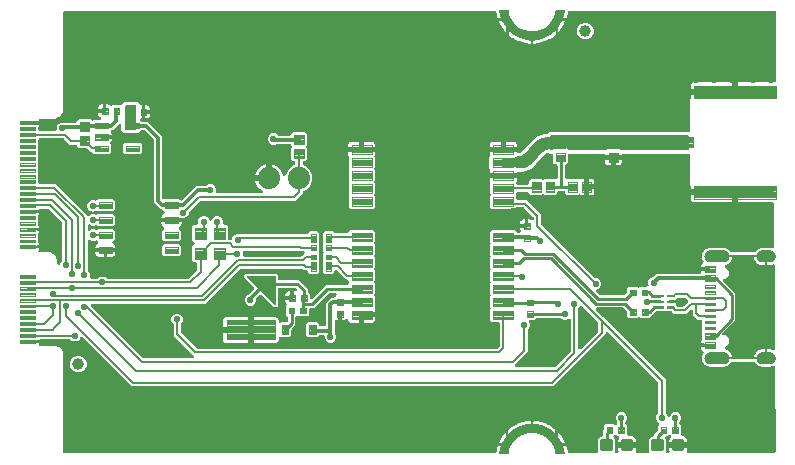
<source format=gtl>
G04 EAGLE Gerber RS-274X export*
G75*
%MOMM*%
%FSLAX34Y34*%
%LPD*%
%INTop Copper*%
%IPPOS*%
%AMOC8*
5,1,8,0,0,1.08239X$1,22.5*%
G01*
%ADD10C,0.102000*%
%ADD11C,0.100000*%
%ADD12C,0.300000*%
%ADD13C,0.100800*%
%ADD14C,0.099000*%
%ADD15C,0.104000*%
%ADD16C,0.102500*%
%ADD17C,0.654000*%
%ADD18C,0.103500*%
%ADD19C,1.000000*%
%ADD20C,0.101500*%
%ADD21C,0.609600*%
%ADD22C,0.203200*%
%ADD23C,1.879600*%
%ADD24C,0.254000*%
%ADD25C,0.558800*%
%ADD26C,0.304800*%
%ADD27C,1.000000*%

G36*
X152654Y83711D02*
X152654Y83711D01*
X152793Y83724D01*
X152812Y83731D01*
X152832Y83734D01*
X152961Y83785D01*
X153092Y83832D01*
X153109Y83843D01*
X153128Y83851D01*
X153240Y83932D01*
X153355Y84010D01*
X153369Y84026D01*
X153385Y84037D01*
X153474Y84145D01*
X153566Y84249D01*
X153575Y84267D01*
X153588Y84282D01*
X153647Y84408D01*
X153710Y84532D01*
X153715Y84552D01*
X153723Y84570D01*
X153749Y84707D01*
X153780Y84842D01*
X153779Y84863D01*
X153783Y84882D01*
X153775Y85021D01*
X153770Y85160D01*
X153765Y85180D01*
X153763Y85200D01*
X153721Y85332D01*
X153682Y85466D01*
X153672Y85483D01*
X153665Y85502D01*
X153591Y85620D01*
X153520Y85740D01*
X153502Y85761D01*
X153495Y85771D01*
X153480Y85785D01*
X153414Y85860D01*
X151520Y87755D01*
X138555Y100720D01*
X136397Y102877D01*
X136397Y112283D01*
X136385Y112381D01*
X136382Y112480D01*
X136365Y112538D01*
X136357Y112598D01*
X136321Y112691D01*
X136293Y112786D01*
X136263Y112838D01*
X136240Y112894D01*
X136182Y112974D01*
X136132Y113060D01*
X136066Y113135D01*
X136054Y113152D01*
X136044Y113159D01*
X136026Y113180D01*
X135354Y113852D01*
X134619Y115626D01*
X134619Y117546D01*
X135354Y119320D01*
X136712Y120678D01*
X138486Y121413D01*
X140406Y121413D01*
X142180Y120678D01*
X143538Y119320D01*
X144273Y117546D01*
X144273Y115626D01*
X143538Y113852D01*
X142866Y113180D01*
X142806Y113102D01*
X142738Y113030D01*
X142709Y112977D01*
X142672Y112929D01*
X142632Y112838D01*
X142584Y112752D01*
X142569Y112693D01*
X142545Y112637D01*
X142530Y112539D01*
X142505Y112444D01*
X142499Y112344D01*
X142495Y112323D01*
X142497Y112311D01*
X142495Y112283D01*
X142495Y105929D01*
X142507Y105830D01*
X142510Y105731D01*
X142527Y105673D01*
X142535Y105613D01*
X142571Y105521D01*
X142599Y105426D01*
X142629Y105374D01*
X142652Y105317D01*
X142710Y105237D01*
X142760Y105152D01*
X142826Y105077D01*
X142838Y105060D01*
X142848Y105052D01*
X142866Y105031D01*
X155831Y92066D01*
X155909Y92006D01*
X155981Y91938D01*
X156034Y91909D01*
X156082Y91872D01*
X156173Y91832D01*
X156260Y91784D01*
X156318Y91769D01*
X156374Y91745D01*
X156472Y91730D01*
X156568Y91705D01*
X156668Y91699D01*
X156688Y91695D01*
X156701Y91697D01*
X156729Y91695D01*
X410453Y91695D01*
X410552Y91707D01*
X410651Y91710D01*
X410709Y91727D01*
X410769Y91735D01*
X410861Y91771D01*
X410956Y91799D01*
X411008Y91829D01*
X411065Y91852D01*
X411145Y91910D01*
X411230Y91960D01*
X411305Y92026D01*
X411322Y92038D01*
X411330Y92048D01*
X411351Y92066D01*
X412180Y92895D01*
X412240Y92973D01*
X412308Y93045D01*
X412337Y93098D01*
X412374Y93146D01*
X412414Y93237D01*
X412462Y93324D01*
X412477Y93383D01*
X412501Y93438D01*
X412516Y93536D01*
X412541Y93632D01*
X412547Y93732D01*
X412551Y93752D01*
X412549Y93765D01*
X412551Y93793D01*
X412551Y113198D01*
X412536Y113316D01*
X412529Y113435D01*
X412516Y113473D01*
X412511Y113514D01*
X412468Y113624D01*
X412431Y113737D01*
X412409Y113772D01*
X412394Y113809D01*
X412325Y113905D01*
X412261Y114006D01*
X412231Y114034D01*
X412208Y114067D01*
X412116Y114143D01*
X412029Y114224D01*
X411994Y114244D01*
X411963Y114269D01*
X411855Y114320D01*
X411751Y114378D01*
X411711Y114388D01*
X411675Y114405D01*
X411558Y114427D01*
X411443Y114457D01*
X411383Y114461D01*
X411363Y114465D01*
X411342Y114463D01*
X411282Y114467D01*
X406063Y114467D01*
X404567Y115963D01*
X404567Y125037D01*
X404632Y125102D01*
X404705Y125197D01*
X404784Y125286D01*
X404803Y125322D01*
X404827Y125354D01*
X404875Y125463D01*
X404929Y125569D01*
X404938Y125609D01*
X404954Y125646D01*
X404972Y125763D01*
X404998Y125879D01*
X404997Y125920D01*
X405004Y125960D01*
X404992Y126078D01*
X404989Y126197D01*
X404977Y126236D01*
X404974Y126276D01*
X404933Y126389D01*
X404900Y126503D01*
X404880Y126537D01*
X404866Y126576D01*
X404799Y126674D01*
X404739Y126777D01*
X404699Y126822D01*
X404688Y126839D01*
X404672Y126852D01*
X404632Y126897D01*
X404567Y126963D01*
X404567Y136037D01*
X404632Y136102D01*
X404705Y136197D01*
X404784Y136286D01*
X404803Y136322D01*
X404827Y136354D01*
X404875Y136463D01*
X404929Y136569D01*
X404938Y136609D01*
X404954Y136646D01*
X404972Y136763D01*
X404998Y136879D01*
X404997Y136920D01*
X405004Y136960D01*
X404992Y137078D01*
X404989Y137197D01*
X404977Y137236D01*
X404974Y137276D01*
X404933Y137389D01*
X404900Y137503D01*
X404880Y137537D01*
X404866Y137576D01*
X404799Y137674D01*
X404739Y137777D01*
X404699Y137822D01*
X404688Y137839D01*
X404672Y137852D01*
X404632Y137897D01*
X404567Y137963D01*
X404567Y147037D01*
X404632Y147103D01*
X404705Y147197D01*
X404784Y147286D01*
X404803Y147322D01*
X404827Y147354D01*
X404875Y147463D01*
X404929Y147569D01*
X404938Y147609D01*
X404954Y147646D01*
X404972Y147763D01*
X404998Y147879D01*
X404997Y147920D01*
X405004Y147960D01*
X404992Y148079D01*
X404989Y148197D01*
X404978Y148236D01*
X404974Y148276D01*
X404933Y148389D01*
X404900Y148503D01*
X404880Y148538D01*
X404866Y148576D01*
X404799Y148674D01*
X404739Y148777D01*
X404699Y148822D01*
X404688Y148839D01*
X404672Y148852D01*
X404632Y148898D01*
X404567Y148963D01*
X404567Y158037D01*
X404632Y158102D01*
X404705Y158197D01*
X404784Y158286D01*
X404803Y158322D01*
X404827Y158354D01*
X404875Y158463D01*
X404929Y158569D01*
X404938Y158609D01*
X404954Y158646D01*
X404972Y158763D01*
X404998Y158879D01*
X404997Y158920D01*
X405004Y158960D01*
X404992Y159078D01*
X404989Y159197D01*
X404977Y159236D01*
X404974Y159276D01*
X404933Y159389D01*
X404900Y159503D01*
X404880Y159537D01*
X404866Y159576D01*
X404799Y159674D01*
X404739Y159777D01*
X404699Y159822D01*
X404688Y159839D01*
X404672Y159852D01*
X404632Y159897D01*
X404567Y159963D01*
X404567Y169037D01*
X404632Y169102D01*
X404705Y169197D01*
X404784Y169286D01*
X404803Y169322D01*
X404827Y169354D01*
X404875Y169463D01*
X404929Y169569D01*
X404938Y169609D01*
X404954Y169646D01*
X404972Y169763D01*
X404998Y169879D01*
X404997Y169920D01*
X405004Y169960D01*
X404992Y170078D01*
X404989Y170197D01*
X404977Y170236D01*
X404974Y170276D01*
X404933Y170389D01*
X404900Y170503D01*
X404880Y170537D01*
X404866Y170576D01*
X404799Y170674D01*
X404739Y170777D01*
X404699Y170822D01*
X404688Y170839D01*
X404672Y170852D01*
X404632Y170897D01*
X404567Y170963D01*
X404567Y180037D01*
X404632Y180102D01*
X404705Y180197D01*
X404784Y180286D01*
X404803Y180322D01*
X404827Y180354D01*
X404875Y180463D01*
X404929Y180569D01*
X404938Y180609D01*
X404954Y180646D01*
X404972Y180763D01*
X404998Y180879D01*
X404997Y180920D01*
X405004Y180960D01*
X404992Y181078D01*
X404989Y181197D01*
X404977Y181236D01*
X404974Y181276D01*
X404933Y181389D01*
X404900Y181503D01*
X404880Y181537D01*
X404866Y181576D01*
X404799Y181674D01*
X404739Y181777D01*
X404699Y181822D01*
X404688Y181839D01*
X404672Y181852D01*
X404632Y181897D01*
X404567Y181963D01*
X404567Y191037D01*
X406063Y192533D01*
X425137Y192533D01*
X426681Y190989D01*
X426716Y190900D01*
X426753Y190787D01*
X426775Y190752D01*
X426790Y190715D01*
X426859Y190619D01*
X426923Y190518D01*
X426953Y190490D01*
X426976Y190457D01*
X427068Y190381D01*
X427155Y190300D01*
X427190Y190280D01*
X427221Y190255D01*
X427329Y190204D01*
X427433Y190146D01*
X427473Y190136D01*
X427509Y190119D01*
X427626Y190097D01*
X427741Y190067D01*
X427801Y190063D01*
X427821Y190059D01*
X427842Y190061D01*
X427902Y190057D01*
X429076Y190057D01*
X429207Y190073D01*
X429339Y190084D01*
X429364Y190093D01*
X429391Y190097D01*
X429514Y190145D01*
X429639Y190189D01*
X429662Y190204D01*
X429687Y190214D01*
X429794Y190291D01*
X429904Y190365D01*
X429922Y190385D01*
X429944Y190400D01*
X430029Y190502D01*
X430117Y190601D01*
X430130Y190625D01*
X430147Y190645D01*
X430203Y190765D01*
X430265Y190882D01*
X430271Y190909D01*
X430283Y190933D01*
X430307Y191062D01*
X430338Y191192D01*
X430337Y191219D01*
X430342Y191245D01*
X430334Y191377D01*
X430331Y191510D01*
X430324Y191536D01*
X430323Y191563D01*
X430282Y191689D01*
X430246Y191816D01*
X430229Y191851D01*
X430225Y191865D01*
X430213Y191884D01*
X430175Y191961D01*
X430035Y192202D01*
X429827Y192978D01*
X429827Y194371D01*
X435138Y194371D01*
X435256Y194386D01*
X435375Y194393D01*
X435413Y194405D01*
X435453Y194411D01*
X435564Y194454D01*
X435677Y194491D01*
X435711Y194513D01*
X435749Y194528D01*
X435845Y194597D01*
X435946Y194661D01*
X435974Y194691D01*
X436006Y194714D01*
X436082Y194806D01*
X436164Y194893D01*
X436183Y194928D01*
X436209Y194959D01*
X436229Y195003D01*
X436305Y195058D01*
X436406Y195121D01*
X436434Y195151D01*
X436467Y195175D01*
X436543Y195266D01*
X436624Y195353D01*
X436644Y195388D01*
X436669Y195420D01*
X436720Y195527D01*
X436778Y195632D01*
X436788Y195671D01*
X436805Y195707D01*
X436827Y195824D01*
X436857Y195940D01*
X436861Y196000D01*
X436865Y196020D01*
X436863Y196040D01*
X436867Y196100D01*
X436867Y201411D01*
X438260Y201411D01*
X439036Y201203D01*
X439547Y200907D01*
X439670Y200856D01*
X439789Y200800D01*
X439816Y200795D01*
X439841Y200784D01*
X439972Y200765D01*
X440102Y200740D01*
X440128Y200742D01*
X440155Y200738D01*
X440287Y200751D01*
X440419Y200760D01*
X440445Y200768D01*
X440471Y200771D01*
X440596Y200817D01*
X440721Y200858D01*
X440744Y200872D01*
X440770Y200881D01*
X440878Y200957D01*
X440990Y201028D01*
X441009Y201047D01*
X441031Y201063D01*
X441117Y201163D01*
X441208Y201259D01*
X441221Y201283D01*
X441239Y201303D01*
X441298Y201422D01*
X441362Y201538D01*
X441368Y201564D01*
X441380Y201588D01*
X441408Y201718D01*
X441441Y201846D01*
X441443Y201884D01*
X441447Y201899D01*
X441446Y201921D01*
X441451Y202007D01*
X441451Y202681D01*
X441439Y202780D01*
X441436Y202879D01*
X441419Y202937D01*
X441411Y202997D01*
X441375Y203089D01*
X441347Y203184D01*
X441317Y203236D01*
X441294Y203293D01*
X441236Y203373D01*
X441186Y203458D01*
X441120Y203533D01*
X441108Y203550D01*
X441098Y203558D01*
X441080Y203579D01*
X433449Y211210D01*
X433371Y211270D01*
X433299Y211338D01*
X433246Y211367D01*
X433198Y211404D01*
X433107Y211444D01*
X433020Y211492D01*
X432961Y211507D01*
X432906Y211531D01*
X432808Y211546D01*
X432712Y211571D01*
X432612Y211577D01*
X432592Y211581D01*
X432579Y211579D01*
X432551Y211581D01*
X426777Y211581D01*
X426679Y211569D01*
X426580Y211566D01*
X426522Y211549D01*
X426462Y211541D01*
X426370Y211505D01*
X426274Y211477D01*
X426222Y211447D01*
X426166Y211424D01*
X426086Y211366D01*
X426000Y211316D01*
X425925Y211250D01*
X425909Y211238D01*
X425901Y211228D01*
X425880Y211209D01*
X425137Y210467D01*
X406063Y210467D01*
X404567Y211963D01*
X404567Y221037D01*
X404632Y221102D01*
X404705Y221197D01*
X404784Y221286D01*
X404803Y221322D01*
X404827Y221354D01*
X404875Y221463D01*
X404929Y221569D01*
X404938Y221609D01*
X404954Y221646D01*
X404972Y221763D01*
X404998Y221879D01*
X404997Y221920D01*
X405004Y221960D01*
X404992Y222078D01*
X404989Y222197D01*
X404977Y222236D01*
X404974Y222276D01*
X404933Y222389D01*
X404900Y222503D01*
X404880Y222537D01*
X404866Y222576D01*
X404799Y222674D01*
X404739Y222777D01*
X404699Y222822D01*
X404688Y222839D01*
X404672Y222852D01*
X404632Y222897D01*
X404567Y222963D01*
X404567Y232125D01*
X404588Y232173D01*
X404640Y232272D01*
X404651Y232318D01*
X404669Y232361D01*
X404687Y232472D01*
X404713Y232582D01*
X404712Y232629D01*
X404719Y232675D01*
X404709Y232787D01*
X404706Y232900D01*
X404694Y232945D01*
X404689Y232992D01*
X404651Y233098D01*
X404621Y233206D01*
X404589Y233271D01*
X404582Y233291D01*
X404572Y233306D01*
X404550Y233350D01*
X404268Y233839D01*
X404059Y234617D01*
X404059Y236501D01*
X414870Y236501D01*
X414988Y236516D01*
X415107Y236523D01*
X415145Y236535D01*
X415185Y236541D01*
X415296Y236584D01*
X415409Y236621D01*
X415443Y236643D01*
X415481Y236658D01*
X415577Y236727D01*
X415594Y236738D01*
X415618Y236724D01*
X415650Y236699D01*
X415757Y236648D01*
X415862Y236590D01*
X415901Y236580D01*
X415937Y236563D01*
X416054Y236541D01*
X416170Y236511D01*
X416230Y236507D01*
X416250Y236503D01*
X416270Y236505D01*
X416330Y236501D01*
X427141Y236501D01*
X427141Y234617D01*
X426932Y233839D01*
X426650Y233350D01*
X426607Y233247D01*
X426556Y233147D01*
X426545Y233101D01*
X426527Y233057D01*
X426510Y232946D01*
X426486Y232836D01*
X426487Y232789D01*
X426480Y232743D01*
X426492Y232631D01*
X426496Y232518D01*
X426509Y232473D01*
X426514Y232426D01*
X426553Y232321D01*
X426584Y232213D01*
X426608Y232172D01*
X426624Y232128D01*
X426633Y232116D01*
X426633Y231818D01*
X426648Y231700D01*
X426655Y231581D01*
X426668Y231543D01*
X426673Y231502D01*
X426716Y231392D01*
X426753Y231279D01*
X426775Y231244D01*
X426790Y231207D01*
X426859Y231111D01*
X426923Y231010D01*
X426953Y230982D01*
X426976Y230949D01*
X427068Y230873D01*
X427155Y230792D01*
X427190Y230772D01*
X427221Y230747D01*
X427329Y230696D01*
X427433Y230638D01*
X427473Y230628D01*
X427509Y230611D01*
X427626Y230589D01*
X427741Y230559D01*
X427801Y230555D01*
X427821Y230551D01*
X427842Y230553D01*
X427902Y230549D01*
X435988Y230549D01*
X436106Y230564D01*
X436225Y230571D01*
X436263Y230584D01*
X436304Y230589D01*
X436414Y230632D01*
X436527Y230669D01*
X436562Y230691D01*
X436599Y230706D01*
X436695Y230775D01*
X436796Y230839D01*
X436824Y230869D01*
X436857Y230892D01*
X436933Y230984D01*
X437014Y231071D01*
X437034Y231106D01*
X437059Y231137D01*
X437110Y231245D01*
X437168Y231349D01*
X437178Y231389D01*
X437195Y231425D01*
X437217Y231542D01*
X437247Y231657D01*
X437251Y231717D01*
X437255Y231737D01*
X437253Y231758D01*
X437257Y231818D01*
X437257Y233743D01*
X438747Y235233D01*
X448333Y235233D01*
X448443Y235123D01*
X448537Y235050D01*
X448626Y234972D01*
X448662Y234953D01*
X448694Y234929D01*
X448803Y234881D01*
X448909Y234827D01*
X448949Y234818D01*
X448986Y234802D01*
X449103Y234783D01*
X449219Y234757D01*
X449260Y234759D01*
X449300Y234752D01*
X449419Y234764D01*
X449537Y234767D01*
X449576Y234778D01*
X449616Y234782D01*
X449729Y234822D01*
X449843Y234856D01*
X449878Y234876D01*
X449916Y234890D01*
X450014Y234957D01*
X450117Y235017D01*
X450162Y235057D01*
X450179Y235068D01*
X450192Y235084D01*
X450238Y235123D01*
X450347Y235233D01*
X460248Y235233D01*
X460366Y235248D01*
X460485Y235255D01*
X460523Y235268D01*
X460564Y235273D01*
X460674Y235316D01*
X460787Y235353D01*
X460822Y235375D01*
X460859Y235390D01*
X460955Y235459D01*
X461056Y235523D01*
X461084Y235553D01*
X461117Y235576D01*
X461193Y235668D01*
X461274Y235755D01*
X461294Y235790D01*
X461319Y235821D01*
X461370Y235929D01*
X461428Y236033D01*
X461438Y236073D01*
X461455Y236109D01*
X461477Y236226D01*
X461507Y236341D01*
X461511Y236401D01*
X461515Y236421D01*
X461513Y236442D01*
X461517Y236502D01*
X461517Y246612D01*
X461502Y246730D01*
X461495Y246849D01*
X461482Y246887D01*
X461477Y246928D01*
X461434Y247038D01*
X461397Y247151D01*
X461375Y247186D01*
X461360Y247223D01*
X461291Y247319D01*
X461227Y247420D01*
X461197Y247448D01*
X461174Y247481D01*
X461082Y247557D01*
X460995Y247638D01*
X460960Y247658D01*
X460929Y247683D01*
X460821Y247734D01*
X460717Y247792D01*
X460677Y247802D01*
X460641Y247819D01*
X460524Y247841D01*
X460409Y247871D01*
X460349Y247875D01*
X460329Y247879D01*
X460308Y247877D01*
X460248Y247881D01*
X458931Y247881D01*
X457441Y249371D01*
X457441Y255700D01*
X457426Y255818D01*
X457419Y255937D01*
X457406Y255975D01*
X457401Y256016D01*
X457358Y256126D01*
X457321Y256239D01*
X457299Y256274D01*
X457284Y256311D01*
X457215Y256407D01*
X457151Y256508D01*
X457121Y256536D01*
X457098Y256569D01*
X457006Y256645D01*
X456919Y256726D01*
X456884Y256746D01*
X456853Y256771D01*
X456745Y256822D01*
X456641Y256880D01*
X456601Y256890D01*
X456565Y256907D01*
X456448Y256929D01*
X456333Y256959D01*
X456273Y256963D01*
X456253Y256967D01*
X456232Y256965D01*
X456172Y256969D01*
X454581Y256969D01*
X454309Y257241D01*
X454286Y257260D01*
X454267Y257282D01*
X454161Y257357D01*
X454058Y257436D01*
X454031Y257448D01*
X454007Y257465D01*
X453886Y257511D01*
X453766Y257563D01*
X453737Y257567D01*
X453709Y257578D01*
X453580Y257592D01*
X453452Y257613D01*
X453423Y257610D01*
X453393Y257613D01*
X453265Y257595D01*
X453135Y257583D01*
X453108Y257573D01*
X453078Y257569D01*
X452926Y257517D01*
X452414Y257305D01*
X452355Y257271D01*
X452302Y257250D01*
X452275Y257230D01*
X452226Y257207D01*
X452157Y257158D01*
X452138Y257147D01*
X452127Y257136D01*
X452095Y257113D01*
X451769Y256846D01*
X451756Y256832D01*
X451677Y256762D01*
X451489Y256574D01*
X450373Y255459D01*
X443107Y248192D01*
X441803Y246888D01*
X439215Y244300D01*
X432453Y241499D01*
X428410Y241499D01*
X428292Y241484D01*
X428173Y241477D01*
X428135Y241464D01*
X428094Y241459D01*
X427984Y241416D01*
X427871Y241379D01*
X427836Y241357D01*
X427799Y241342D01*
X427703Y241273D01*
X427602Y241209D01*
X427574Y241179D01*
X427541Y241156D01*
X427465Y241064D01*
X427384Y240977D01*
X427364Y240942D01*
X427339Y240911D01*
X427288Y240803D01*
X427230Y240699D01*
X427220Y240659D01*
X427203Y240623D01*
X427181Y240506D01*
X427179Y240499D01*
X416330Y240499D01*
X416212Y240484D01*
X416093Y240477D01*
X416055Y240464D01*
X416015Y240459D01*
X415904Y240416D01*
X415791Y240379D01*
X415757Y240357D01*
X415719Y240342D01*
X415623Y240273D01*
X415606Y240262D01*
X415582Y240276D01*
X415550Y240301D01*
X415443Y240352D01*
X415338Y240410D01*
X415299Y240420D01*
X415263Y240437D01*
X415146Y240459D01*
X415030Y240489D01*
X414970Y240493D01*
X414950Y240497D01*
X414930Y240495D01*
X414870Y240499D01*
X404059Y240499D01*
X404059Y242383D01*
X404233Y243031D01*
X404247Y243136D01*
X404270Y243239D01*
X404269Y243292D01*
X404276Y243346D01*
X404264Y243451D01*
X404261Y243556D01*
X404246Y243608D01*
X404240Y243662D01*
X404202Y243760D01*
X404172Y243862D01*
X404145Y243908D01*
X404126Y243959D01*
X404064Y244045D01*
X404011Y244136D01*
X403954Y244200D01*
X403942Y244218D01*
X403930Y244228D01*
X403904Y244257D01*
X403599Y244562D01*
X403599Y254438D01*
X403904Y254743D01*
X403969Y254827D01*
X404041Y254905D01*
X404066Y254952D01*
X404099Y254995D01*
X404141Y255092D01*
X404191Y255185D01*
X404204Y255237D01*
X404226Y255286D01*
X404242Y255391D01*
X404268Y255494D01*
X404267Y255547D01*
X404275Y255601D01*
X404266Y255706D01*
X404265Y255812D01*
X404248Y255895D01*
X404246Y255917D01*
X404240Y255932D01*
X404233Y255969D01*
X404059Y256617D01*
X404059Y258501D01*
X414870Y258501D01*
X414988Y258516D01*
X415107Y258523D01*
X415145Y258535D01*
X415185Y258541D01*
X415296Y258584D01*
X415409Y258621D01*
X415443Y258643D01*
X415481Y258658D01*
X415577Y258727D01*
X415594Y258738D01*
X415618Y258724D01*
X415650Y258699D01*
X415757Y258648D01*
X415862Y258590D01*
X415901Y258580D01*
X415937Y258563D01*
X416054Y258541D01*
X416170Y258511D01*
X416230Y258507D01*
X416250Y258503D01*
X416270Y258505D01*
X416330Y258501D01*
X427174Y258501D01*
X427175Y258495D01*
X427181Y258454D01*
X427224Y258344D01*
X427261Y258231D01*
X427283Y258196D01*
X427298Y258159D01*
X427367Y258063D01*
X427431Y257962D01*
X427461Y257934D01*
X427484Y257901D01*
X427576Y257825D01*
X427663Y257744D01*
X427698Y257724D01*
X427729Y257699D01*
X427837Y257648D01*
X427941Y257590D01*
X427981Y257580D01*
X428017Y257563D01*
X428134Y257541D01*
X428249Y257511D01*
X428309Y257507D01*
X428329Y257503D01*
X428350Y257505D01*
X428410Y257501D01*
X428793Y257501D01*
X428813Y257503D01*
X428917Y257507D01*
X429137Y257529D01*
X429241Y257552D01*
X429346Y257567D01*
X429426Y257594D01*
X429448Y257599D01*
X429462Y257606D01*
X429499Y257619D01*
X429905Y257787D01*
X429998Y257840D01*
X430094Y257885D01*
X430163Y257934D01*
X430182Y257945D01*
X430193Y257956D01*
X430225Y257979D01*
X430396Y258119D01*
X430409Y258134D01*
X430488Y258203D01*
X431792Y259506D01*
X431792Y259507D01*
X439059Y266773D01*
X440346Y268061D01*
X440486Y268200D01*
X443094Y270808D01*
X450231Y273765D01*
X452350Y273765D01*
X452448Y273777D01*
X452547Y273780D01*
X452605Y273797D01*
X452665Y273805D01*
X452757Y273841D01*
X452852Y273869D01*
X452904Y273899D01*
X452961Y273922D01*
X453041Y273980D01*
X453126Y274030D01*
X453202Y274096D01*
X453218Y274108D01*
X453226Y274118D01*
X453247Y274136D01*
X454581Y275471D01*
X572770Y275471D01*
X572888Y275486D01*
X573007Y275493D01*
X573045Y275506D01*
X573086Y275511D01*
X573196Y275554D01*
X573309Y275591D01*
X573344Y275613D01*
X573381Y275628D01*
X573477Y275697D01*
X573578Y275761D01*
X573606Y275791D01*
X573639Y275814D01*
X573715Y275906D01*
X573796Y275993D01*
X573816Y276028D01*
X573841Y276059D01*
X573892Y276167D01*
X573950Y276271D01*
X573960Y276311D01*
X573977Y276347D01*
X573999Y276464D01*
X574029Y276579D01*
X574033Y276639D01*
X574037Y276659D01*
X574035Y276680D01*
X574039Y276740D01*
X574039Y303541D01*
X574100Y303605D01*
X574129Y303658D01*
X574166Y303706D01*
X574206Y303797D01*
X574254Y303884D01*
X574269Y303943D01*
X574293Y303998D01*
X574308Y304096D01*
X574333Y304192D01*
X574338Y304277D01*
X574341Y304288D01*
X574340Y304297D01*
X574343Y304312D01*
X574341Y304325D01*
X574343Y304353D01*
X574343Y306661D01*
X610614Y306661D01*
X610732Y306676D01*
X610851Y306683D01*
X610889Y306696D01*
X610929Y306701D01*
X611040Y306744D01*
X611153Y306781D01*
X611188Y306803D01*
X611225Y306818D01*
X611321Y306888D01*
X611422Y306951D01*
X611450Y306981D01*
X611482Y307005D01*
X611558Y307096D01*
X611640Y307183D01*
X611659Y307218D01*
X611685Y307249D01*
X611736Y307357D01*
X611793Y307461D01*
X611804Y307501D01*
X611821Y307537D01*
X611843Y307654D01*
X611873Y307769D01*
X611877Y307830D01*
X611881Y307850D01*
X611879Y307870D01*
X611883Y307930D01*
X611883Y309201D01*
X611885Y309201D01*
X611885Y307930D01*
X611900Y307812D01*
X611907Y307693D01*
X611920Y307655D01*
X611925Y307615D01*
X611969Y307504D01*
X612005Y307391D01*
X612027Y307356D01*
X612042Y307319D01*
X612112Y307223D01*
X612175Y307122D01*
X612205Y307094D01*
X612229Y307061D01*
X612320Y306986D01*
X612407Y306904D01*
X612442Y306884D01*
X612474Y306859D01*
X612581Y306808D01*
X612685Y306750D01*
X612725Y306740D01*
X612761Y306723D01*
X612878Y306701D01*
X612993Y306671D01*
X613054Y306667D01*
X613074Y306663D01*
X613094Y306665D01*
X613154Y306661D01*
X645160Y306661D01*
X645278Y306676D01*
X645397Y306683D01*
X645435Y306696D01*
X645476Y306701D01*
X645586Y306744D01*
X645699Y306781D01*
X645734Y306803D01*
X645771Y306818D01*
X645867Y306888D01*
X645968Y306951D01*
X645996Y306981D01*
X646029Y307005D01*
X646105Y307096D01*
X646186Y307183D01*
X646206Y307218D01*
X646231Y307249D01*
X646282Y307357D01*
X646340Y307461D01*
X646350Y307501D01*
X646367Y307537D01*
X646389Y307654D01*
X646419Y307769D01*
X646423Y307830D01*
X646427Y307850D01*
X646425Y307870D01*
X646429Y307930D01*
X646429Y310470D01*
X646414Y310588D01*
X646407Y310707D01*
X646394Y310745D01*
X646389Y310785D01*
X646346Y310896D01*
X646309Y311009D01*
X646287Y311044D01*
X646272Y311081D01*
X646203Y311177D01*
X646139Y311278D01*
X646109Y311306D01*
X646086Y311338D01*
X645994Y311414D01*
X645907Y311496D01*
X645872Y311515D01*
X645841Y311541D01*
X645733Y311592D01*
X645629Y311649D01*
X645589Y311660D01*
X645553Y311677D01*
X645436Y311699D01*
X645321Y311729D01*
X645261Y311733D01*
X645241Y311737D01*
X645220Y311735D01*
X645160Y311739D01*
X614423Y311739D01*
X614423Y317491D01*
X645160Y317491D01*
X645278Y317506D01*
X645397Y317513D01*
X645435Y317526D01*
X645476Y317531D01*
X645586Y317574D01*
X645699Y317611D01*
X645734Y317633D01*
X645771Y317648D01*
X645867Y317717D01*
X645968Y317781D01*
X645996Y317811D01*
X646029Y317834D01*
X646105Y317926D01*
X646186Y318013D01*
X646206Y318048D01*
X646231Y318079D01*
X646282Y318187D01*
X646340Y318291D01*
X646350Y318331D01*
X646367Y318367D01*
X646389Y318484D01*
X646419Y318599D01*
X646423Y318659D01*
X646427Y318679D01*
X646425Y318700D01*
X646429Y318760D01*
X646429Y376682D01*
X646414Y376800D01*
X646407Y376919D01*
X646394Y376957D01*
X646389Y376998D01*
X646346Y377108D01*
X646309Y377221D01*
X646287Y377256D01*
X646272Y377293D01*
X646203Y377389D01*
X646139Y377490D01*
X646109Y377518D01*
X646086Y377551D01*
X645994Y377627D01*
X645907Y377708D01*
X645872Y377728D01*
X645841Y377753D01*
X645733Y377804D01*
X645629Y377862D01*
X645589Y377872D01*
X645553Y377889D01*
X645436Y377911D01*
X645321Y377941D01*
X645261Y377945D01*
X645241Y377949D01*
X645220Y377947D01*
X645160Y377951D01*
X471443Y377951D01*
X471391Y377945D01*
X471339Y377947D01*
X471234Y377925D01*
X471128Y377911D01*
X471079Y377892D01*
X471028Y377881D01*
X470931Y377834D01*
X470832Y377794D01*
X470790Y377764D01*
X470742Y377740D01*
X470661Y377670D01*
X470575Y377608D01*
X470541Y377567D01*
X470501Y377533D01*
X470440Y377445D01*
X470372Y377363D01*
X470349Y377315D01*
X470319Y377272D01*
X470282Y377172D01*
X470236Y377075D01*
X470226Y377023D01*
X470208Y376974D01*
X470181Y376815D01*
X470107Y376116D01*
X469443Y372990D01*
X469047Y371769D01*
X466294Y371769D01*
X467016Y373923D01*
X467017Y373933D01*
X467025Y373958D01*
X467745Y377956D01*
X467741Y377995D01*
X467747Y378033D01*
X467734Y378063D01*
X467731Y378095D01*
X467706Y378125D01*
X467690Y378161D01*
X467663Y378179D01*
X467643Y378204D01*
X467606Y378217D01*
X467574Y378238D01*
X467518Y378247D01*
X467511Y378249D01*
X467507Y378248D01*
X467500Y378249D01*
X460000Y378249D01*
X459935Y378230D01*
X459868Y378211D01*
X459867Y378210D01*
X459866Y378210D01*
X459820Y378157D01*
X459775Y378107D01*
X459774Y378106D01*
X459774Y378105D01*
X459773Y378102D01*
X459753Y378036D01*
X459330Y375138D01*
X458464Y372360D01*
X457174Y369752D01*
X455492Y367378D01*
X453460Y365296D01*
X451127Y363558D01*
X448550Y362206D01*
X445794Y361274D01*
X442926Y360784D01*
X440000Y360749D01*
X437074Y360784D01*
X434206Y361274D01*
X431450Y362206D01*
X428873Y363558D01*
X426540Y365296D01*
X424508Y367378D01*
X422826Y369752D01*
X421536Y372360D01*
X420670Y375138D01*
X420247Y378036D01*
X420219Y378097D01*
X420190Y378161D01*
X420189Y378162D01*
X420188Y378163D01*
X420131Y378200D01*
X420074Y378238D01*
X420072Y378238D01*
X420071Y378239D01*
X420068Y378239D01*
X420000Y378249D01*
X412500Y378249D01*
X412463Y378239D01*
X412425Y378238D01*
X412398Y378219D01*
X412366Y378210D01*
X412341Y378181D01*
X412309Y378160D01*
X412296Y378130D01*
X412274Y378105D01*
X412268Y378067D01*
X412253Y378032D01*
X412254Y377974D01*
X412253Y377967D01*
X412254Y377964D01*
X412254Y377958D01*
X412948Y373947D01*
X412952Y373938D01*
X412957Y373911D01*
X413662Y371769D01*
X410913Y371769D01*
X410524Y372992D01*
X410524Y372993D01*
X409879Y376133D01*
X409813Y376806D01*
X409800Y376862D01*
X409797Y376919D01*
X409765Y377016D01*
X409742Y377116D01*
X409716Y377167D01*
X409699Y377221D01*
X409644Y377308D01*
X409597Y377399D01*
X409559Y377442D01*
X409528Y377490D01*
X409454Y377560D01*
X409386Y377637D01*
X409339Y377669D01*
X409297Y377708D01*
X409207Y377757D01*
X409123Y377815D01*
X409068Y377834D01*
X409018Y377862D01*
X408919Y377887D01*
X408823Y377921D01*
X408766Y377927D01*
X408710Y377941D01*
X408550Y377951D01*
X44318Y377951D01*
X44200Y377936D01*
X44081Y377929D01*
X44043Y377916D01*
X44002Y377911D01*
X43892Y377868D01*
X43779Y377831D01*
X43744Y377809D01*
X43707Y377794D01*
X43611Y377725D01*
X43510Y377661D01*
X43482Y377631D01*
X43449Y377608D01*
X43373Y377516D01*
X43292Y377429D01*
X43272Y377394D01*
X43247Y377363D01*
X43196Y377255D01*
X43138Y377151D01*
X43128Y377111D01*
X43111Y377075D01*
X43089Y376958D01*
X43059Y376843D01*
X43055Y376783D01*
X43051Y376763D01*
X43053Y376742D01*
X43049Y376682D01*
X43049Y296090D01*
X43055Y296042D01*
X43052Y295993D01*
X43075Y295885D01*
X43089Y295775D01*
X43107Y295730D01*
X43116Y295682D01*
X43148Y295618D01*
X43053Y294429D01*
X43054Y294407D01*
X43049Y294328D01*
X43049Y293146D01*
X43039Y293132D01*
X43003Y293028D01*
X42959Y292926D01*
X42951Y292878D01*
X42936Y292832D01*
X42913Y292672D01*
X42877Y292221D01*
X42155Y291088D01*
X42154Y291088D01*
X40682Y288776D01*
X37128Y286760D01*
X36803Y286751D01*
X36723Y286739D01*
X36641Y286736D01*
X36566Y286714D01*
X36489Y286702D01*
X36486Y286701D01*
X35061Y286701D01*
X35051Y286700D01*
X35026Y286701D01*
X33601Y286660D01*
X33522Y286671D01*
X33443Y286691D01*
X33291Y286701D01*
X33287Y286701D01*
X33285Y286701D01*
X33283Y286701D01*
X23644Y286701D01*
X23519Y286686D01*
X23393Y286676D01*
X23361Y286666D01*
X23328Y286661D01*
X23211Y286615D01*
X23092Y286575D01*
X23064Y286557D01*
X23032Y286544D01*
X22931Y286471D01*
X22825Y286402D01*
X22802Y286377D01*
X22775Y286358D01*
X22695Y286261D01*
X22610Y286168D01*
X22594Y286139D01*
X22572Y286113D01*
X22519Y285999D01*
X22459Y285888D01*
X22451Y285855D01*
X22437Y285825D01*
X22413Y285701D01*
X22383Y285579D01*
X22383Y285546D01*
X22377Y285513D01*
X22385Y285387D01*
X22386Y285261D01*
X22395Y285213D01*
X22397Y285195D01*
X22403Y285175D01*
X22418Y285103D01*
X22541Y284644D01*
X22541Y284269D01*
X21122Y284269D01*
X21112Y284268D01*
X21102Y284269D01*
X20955Y284248D01*
X20807Y284230D01*
X20797Y284226D01*
X20787Y284224D01*
X20649Y284167D01*
X20511Y284113D01*
X20503Y284107D01*
X20493Y284103D01*
X20374Y284013D01*
X20254Y283926D01*
X20247Y283918D01*
X20239Y283912D01*
X20146Y283796D01*
X20051Y283681D01*
X20047Y283672D01*
X20040Y283664D01*
X19978Y283527D01*
X19915Y283393D01*
X19913Y283383D01*
X19909Y283374D01*
X19883Y283226D01*
X19856Y283081D01*
X19856Y283071D01*
X19854Y283061D01*
X19866Y282911D01*
X19875Y282763D01*
X19878Y282754D01*
X19879Y282743D01*
X19928Y282602D01*
X19973Y282461D01*
X19979Y282452D01*
X19982Y282443D01*
X20064Y282318D01*
X20144Y282192D01*
X20151Y282185D01*
X20156Y282177D01*
X20268Y282061D01*
X20269Y282061D01*
X20325Y282021D01*
X20375Y281974D01*
X20455Y281930D01*
X20529Y281878D01*
X20594Y281854D01*
X20654Y281820D01*
X20742Y281798D01*
X20827Y281766D01*
X20895Y281758D01*
X20962Y281741D01*
X21123Y281731D01*
X22541Y281731D01*
X22541Y281356D01*
X22333Y280581D01*
X22203Y280355D01*
X22167Y280270D01*
X22122Y280189D01*
X22106Y280124D01*
X22080Y280062D01*
X22066Y279971D01*
X22043Y279881D01*
X22036Y279765D01*
X22033Y279748D01*
X22034Y279739D01*
X22033Y279721D01*
X22033Y277318D01*
X22048Y277200D01*
X22055Y277081D01*
X22068Y277043D01*
X22073Y277002D01*
X22116Y276892D01*
X22153Y276779D01*
X22175Y276744D01*
X22190Y276707D01*
X22259Y276611D01*
X22323Y276510D01*
X22353Y276482D01*
X22376Y276449D01*
X22468Y276373D01*
X22555Y276292D01*
X22590Y276272D01*
X22621Y276247D01*
X22729Y276196D01*
X22833Y276138D01*
X22873Y276128D01*
X22909Y276111D01*
X23026Y276089D01*
X23141Y276059D01*
X23201Y276055D01*
X23221Y276051D01*
X23242Y276053D01*
X23302Y276049D01*
X36068Y276049D01*
X36186Y276064D01*
X36305Y276071D01*
X36343Y276084D01*
X36384Y276089D01*
X36494Y276132D01*
X36607Y276169D01*
X36642Y276191D01*
X36679Y276206D01*
X36775Y276275D01*
X36876Y276339D01*
X36904Y276369D01*
X36937Y276392D01*
X37013Y276484D01*
X37094Y276571D01*
X37114Y276606D01*
X37139Y276637D01*
X37190Y276745D01*
X37248Y276849D01*
X37258Y276889D01*
X37275Y276925D01*
X37297Y277042D01*
X37327Y277157D01*
X37331Y277217D01*
X37335Y277237D01*
X37333Y277258D01*
X37337Y277318D01*
X37337Y279344D01*
X38072Y281118D01*
X39430Y282476D01*
X41204Y283211D01*
X43192Y283211D01*
X43299Y283181D01*
X43308Y283181D01*
X43317Y283179D01*
X43478Y283169D01*
X53412Y283169D01*
X53530Y283184D01*
X53649Y283191D01*
X53687Y283204D01*
X53728Y283209D01*
X53838Y283252D01*
X53951Y283289D01*
X53986Y283311D01*
X54023Y283326D01*
X54119Y283395D01*
X54220Y283459D01*
X54248Y283489D01*
X54281Y283512D01*
X54357Y283604D01*
X54438Y283691D01*
X54458Y283726D01*
X54483Y283757D01*
X54534Y283865D01*
X54592Y283969D01*
X54602Y284009D01*
X54619Y284045D01*
X54641Y284162D01*
X54671Y284277D01*
X54675Y284337D01*
X54679Y284357D01*
X54677Y284378D01*
X54679Y284403D01*
X56171Y285895D01*
X66257Y285895D01*
X66948Y285204D01*
X67041Y285132D01*
X67131Y285053D01*
X67167Y285034D01*
X67199Y285009D01*
X67308Y284962D01*
X67414Y284908D01*
X67454Y284899D01*
X67491Y284883D01*
X67609Y284864D01*
X67725Y284838D01*
X67765Y284840D01*
X67805Y284833D01*
X67924Y284844D01*
X68042Y284848D01*
X68081Y284859D01*
X68121Y284863D01*
X68234Y284903D01*
X68348Y284936D01*
X68383Y284957D01*
X68421Y284971D01*
X68519Y285037D01*
X68622Y285098D01*
X68667Y285138D01*
X68684Y285149D01*
X68697Y285164D01*
X68743Y285204D01*
X68839Y285301D01*
X74014Y285301D01*
X74165Y285320D01*
X74317Y285337D01*
X74323Y285340D01*
X74330Y285341D01*
X74471Y285397D01*
X74614Y285451D01*
X74619Y285455D01*
X74625Y285458D01*
X74750Y285548D01*
X74873Y285636D01*
X74877Y285641D01*
X74883Y285644D01*
X74980Y285762D01*
X75078Y285878D01*
X75081Y285884D01*
X75086Y285889D01*
X75151Y286027D01*
X75217Y286165D01*
X75218Y286171D01*
X75221Y286177D01*
X75250Y286326D01*
X75280Y286476D01*
X75280Y286483D01*
X75281Y286489D01*
X75271Y286641D01*
X75264Y286794D01*
X75262Y286800D01*
X75261Y286807D01*
X75214Y286951D01*
X75169Y287097D01*
X75165Y287103D01*
X75163Y287109D01*
X75082Y287238D01*
X75001Y287368D01*
X74997Y287372D01*
X74993Y287378D01*
X74882Y287482D01*
X74772Y287588D01*
X74766Y287592D01*
X74761Y287596D01*
X74628Y287669D01*
X74495Y287745D01*
X74487Y287747D01*
X74483Y287750D01*
X74473Y287752D01*
X74404Y287775D01*
X73695Y288185D01*
X73127Y288753D01*
X72725Y289448D01*
X72517Y290224D01*
X72517Y291617D01*
X77828Y291617D01*
X77946Y291632D01*
X78065Y291639D01*
X78103Y291651D01*
X78143Y291657D01*
X78254Y291700D01*
X78367Y291737D01*
X78401Y291759D01*
X78439Y291774D01*
X78535Y291843D01*
X78636Y291907D01*
X78664Y291937D01*
X78696Y291960D01*
X78772Y292052D01*
X78854Y292139D01*
X78873Y292174D01*
X78899Y292205D01*
X78919Y292249D01*
X78995Y292304D01*
X79096Y292367D01*
X79124Y292397D01*
X79157Y292421D01*
X79233Y292512D01*
X79314Y292599D01*
X79334Y292634D01*
X79359Y292666D01*
X79410Y292773D01*
X79468Y292878D01*
X79478Y292917D01*
X79495Y292953D01*
X79517Y293070D01*
X79547Y293186D01*
X79551Y293246D01*
X79555Y293266D01*
X79553Y293286D01*
X79557Y293346D01*
X79557Y298657D01*
X80950Y298657D01*
X81726Y298449D01*
X82421Y298047D01*
X82520Y297949D01*
X82614Y297876D01*
X82703Y297797D01*
X82739Y297779D01*
X82771Y297754D01*
X82880Y297706D01*
X82986Y297652D01*
X83026Y297643D01*
X83063Y297627D01*
X83181Y297609D01*
X83297Y297583D01*
X83337Y297584D01*
X83377Y297578D01*
X83496Y297589D01*
X83614Y297592D01*
X83653Y297604D01*
X83694Y297607D01*
X83806Y297648D01*
X83920Y297681D01*
X83955Y297701D01*
X83993Y297715D01*
X84091Y297782D01*
X84194Y297842D01*
X84239Y297882D01*
X84256Y297894D01*
X84269Y297909D01*
X84315Y297949D01*
X84515Y298149D01*
X91245Y298149D01*
X91344Y298161D01*
X91443Y298164D01*
X91501Y298181D01*
X91561Y298189D01*
X91653Y298225D01*
X91748Y298253D01*
X91800Y298283D01*
X91857Y298306D01*
X91937Y298364D01*
X92022Y298414D01*
X92097Y298480D01*
X92114Y298492D01*
X92122Y298502D01*
X92143Y298520D01*
X94486Y300864D01*
X105920Y300864D01*
X108245Y298539D01*
X108304Y298457D01*
X108368Y298356D01*
X108398Y298328D01*
X108421Y298295D01*
X108513Y298219D01*
X108600Y298138D01*
X108635Y298118D01*
X108666Y298093D01*
X108774Y298042D01*
X108878Y297984D01*
X108918Y297974D01*
X108954Y297957D01*
X109071Y297935D01*
X109186Y297905D01*
X109246Y297901D01*
X109266Y297897D01*
X109287Y297899D01*
X109347Y297895D01*
X109419Y297895D01*
X109419Y292584D01*
X109434Y292466D01*
X109441Y292347D01*
X109443Y292340D01*
X109429Y292284D01*
X109425Y292224D01*
X109421Y292204D01*
X109423Y292184D01*
X109419Y292124D01*
X109419Y286803D01*
X109359Y286796D01*
X109220Y286783D01*
X109201Y286776D01*
X109181Y286773D01*
X109052Y286722D01*
X108921Y286675D01*
X108904Y286664D01*
X108885Y286656D01*
X108773Y286575D01*
X108658Y286497D01*
X108645Y286481D01*
X108628Y286470D01*
X108539Y286362D01*
X108447Y286258D01*
X108438Y286240D01*
X108425Y286225D01*
X108366Y286099D01*
X108303Y285975D01*
X108298Y285955D01*
X108290Y285937D01*
X108264Y285801D01*
X108233Y285665D01*
X108234Y285644D01*
X108230Y285625D01*
X108239Y285486D01*
X108243Y285347D01*
X108249Y285327D01*
X108250Y285307D01*
X108293Y285175D01*
X108331Y285041D01*
X108342Y285024D01*
X108348Y285005D01*
X108422Y284887D01*
X108493Y284767D01*
X108511Y284746D01*
X108518Y284736D01*
X108533Y284722D01*
X108599Y284647D01*
X108799Y284446D01*
X108878Y284386D01*
X108950Y284318D01*
X109003Y284289D01*
X109051Y284252D01*
X109141Y284212D01*
X109228Y284164D01*
X109287Y284149D01*
X109342Y284125D01*
X109440Y284110D01*
X109536Y284085D01*
X109636Y284079D01*
X109656Y284075D01*
X109669Y284077D01*
X109697Y284075D01*
X114655Y284075D01*
X126747Y271983D01*
X126747Y219662D01*
X126762Y219544D01*
X126769Y219425D01*
X126782Y219387D01*
X126787Y219346D01*
X126830Y219236D01*
X126867Y219123D01*
X126889Y219088D01*
X126904Y219051D01*
X126973Y218955D01*
X127037Y218854D01*
X127067Y218826D01*
X127090Y218793D01*
X127182Y218717D01*
X127269Y218636D01*
X127304Y218616D01*
X127335Y218591D01*
X127443Y218540D01*
X127547Y218482D01*
X127587Y218472D01*
X127623Y218455D01*
X127740Y218433D01*
X127855Y218403D01*
X127915Y218399D01*
X127935Y218395D01*
X127956Y218397D01*
X128016Y218393D01*
X141223Y218393D01*
X142105Y217510D01*
X142199Y217438D01*
X142289Y217359D01*
X142325Y217340D01*
X142357Y217316D01*
X142466Y217268D01*
X142572Y217214D01*
X142611Y217205D01*
X142649Y217189D01*
X142766Y217170D01*
X142882Y217144D01*
X142923Y217146D01*
X142963Y217139D01*
X143081Y217150D01*
X143200Y217154D01*
X143239Y217165D01*
X143279Y217169D01*
X143392Y217209D01*
X143506Y217243D01*
X143540Y217263D01*
X143579Y217277D01*
X143677Y217344D01*
X143780Y217404D01*
X143825Y217444D01*
X143842Y217455D01*
X143855Y217471D01*
X143900Y217510D01*
X156007Y229617D01*
X163845Y229617D01*
X163943Y229629D01*
X164042Y229632D01*
X164100Y229649D01*
X164160Y229657D01*
X164253Y229693D01*
X164348Y229721D01*
X164400Y229751D01*
X164456Y229774D01*
X164536Y229832D01*
X164622Y229882D01*
X164697Y229948D01*
X164714Y229960D01*
X164721Y229970D01*
X164742Y229988D01*
X164906Y230152D01*
X166680Y230887D01*
X168600Y230887D01*
X170374Y230152D01*
X171732Y228794D01*
X172467Y227020D01*
X172467Y225100D01*
X172434Y225022D01*
X172421Y224974D01*
X172400Y224929D01*
X172379Y224821D01*
X172350Y224715D01*
X172350Y224665D01*
X172340Y224616D01*
X172347Y224507D01*
X172345Y224397D01*
X172357Y224349D01*
X172360Y224299D01*
X172394Y224195D01*
X172419Y224088D01*
X172443Y224044D01*
X172458Y223997D01*
X172517Y223904D01*
X172568Y223807D01*
X172602Y223770D01*
X172628Y223728D01*
X172708Y223653D01*
X172782Y223571D01*
X172824Y223544D01*
X172860Y223510D01*
X172956Y223457D01*
X173048Y223397D01*
X173095Y223380D01*
X173138Y223356D01*
X173245Y223329D01*
X173349Y223293D01*
X173398Y223289D01*
X173446Y223277D01*
X173607Y223267D01*
X211008Y223267D01*
X211028Y223269D01*
X211048Y223267D01*
X211185Y223289D01*
X211324Y223307D01*
X211342Y223314D01*
X211362Y223317D01*
X211490Y223372D01*
X211619Y223424D01*
X211635Y223435D01*
X211654Y223443D01*
X211764Y223528D01*
X211877Y223610D01*
X211889Y223626D01*
X211905Y223638D01*
X211990Y223748D01*
X212079Y223855D01*
X212088Y223874D01*
X212100Y223889D01*
X212156Y224017D01*
X212215Y224143D01*
X212219Y224163D01*
X212227Y224181D01*
X212249Y224319D01*
X212275Y224455D01*
X212274Y224475D01*
X212277Y224495D01*
X212264Y224634D01*
X212255Y224773D01*
X212249Y224792D01*
X212247Y224812D01*
X212200Y224943D01*
X212157Y225075D01*
X212146Y225092D01*
X212140Y225111D01*
X212061Y225226D01*
X211987Y225344D01*
X211972Y225358D01*
X211961Y225374D01*
X211857Y225466D01*
X211755Y225562D01*
X211738Y225572D01*
X211723Y225585D01*
X211584Y225667D01*
X210913Y226009D01*
X209392Y227114D01*
X208064Y228442D01*
X206959Y229963D01*
X206106Y231637D01*
X205525Y233424D01*
X205485Y233681D01*
X215900Y233681D01*
X216018Y233696D01*
X216137Y233703D01*
X216175Y233716D01*
X216215Y233721D01*
X216326Y233764D01*
X216439Y233801D01*
X216473Y233823D01*
X216511Y233838D01*
X216607Y233908D01*
X216708Y233971D01*
X216736Y234001D01*
X216768Y234024D01*
X216844Y234116D01*
X216926Y234203D01*
X216945Y234238D01*
X216971Y234269D01*
X217022Y234377D01*
X217079Y234481D01*
X217090Y234521D01*
X217107Y234557D01*
X217129Y234674D01*
X217159Y234789D01*
X217163Y234850D01*
X217167Y234870D01*
X217165Y234890D01*
X217169Y234950D01*
X217169Y236221D01*
X218440Y236221D01*
X218558Y236236D01*
X218677Y236243D01*
X218715Y236256D01*
X218755Y236261D01*
X218866Y236305D01*
X218979Y236341D01*
X219014Y236363D01*
X219051Y236378D01*
X219147Y236448D01*
X219248Y236511D01*
X219276Y236541D01*
X219309Y236565D01*
X219384Y236656D01*
X219466Y236743D01*
X219486Y236778D01*
X219511Y236810D01*
X219562Y236917D01*
X219620Y237022D01*
X219630Y237061D01*
X219647Y237097D01*
X219669Y237214D01*
X219699Y237329D01*
X219703Y237390D01*
X219707Y237410D01*
X219705Y237430D01*
X219709Y237490D01*
X219709Y247905D01*
X219966Y247865D01*
X221753Y247284D01*
X223427Y246431D01*
X224948Y245326D01*
X226276Y243998D01*
X227381Y242477D01*
X228234Y240803D01*
X228824Y238986D01*
X228849Y238900D01*
X228880Y238774D01*
X228894Y238747D01*
X228902Y238718D01*
X228968Y238607D01*
X229028Y238493D01*
X229049Y238470D01*
X229064Y238444D01*
X229155Y238353D01*
X229242Y238257D01*
X229267Y238241D01*
X229289Y238220D01*
X229400Y238154D01*
X229508Y238083D01*
X229537Y238073D01*
X229562Y238057D01*
X229686Y238021D01*
X229809Y237979D01*
X229839Y237977D01*
X229868Y237969D01*
X229997Y237964D01*
X230126Y237954D01*
X230156Y237959D01*
X230186Y237958D01*
X230312Y237986D01*
X230439Y238009D01*
X230467Y238021D01*
X230496Y238027D01*
X230611Y238086D01*
X230729Y238139D01*
X230753Y238158D01*
X230780Y238172D01*
X230876Y238257D01*
X230978Y238338D01*
X230996Y238362D01*
X231018Y238382D01*
X231091Y238488D01*
X231169Y238592D01*
X231188Y238630D01*
X231197Y238644D01*
X231205Y238665D01*
X231240Y238736D01*
X232879Y242695D01*
X236095Y245911D01*
X238738Y247005D01*
X238763Y247020D01*
X238791Y247029D01*
X238901Y247098D01*
X239014Y247163D01*
X239035Y247183D01*
X239060Y247199D01*
X239149Y247294D01*
X239242Y247384D01*
X239258Y247409D01*
X239278Y247431D01*
X239341Y247544D01*
X239409Y247655D01*
X239417Y247683D01*
X239432Y247709D01*
X239464Y247835D01*
X239502Y247959D01*
X239504Y247989D01*
X239511Y248017D01*
X239521Y248178D01*
X239521Y249538D01*
X239506Y249656D01*
X239499Y249775D01*
X239486Y249813D01*
X239481Y249854D01*
X239438Y249964D01*
X239401Y250077D01*
X239379Y250112D01*
X239364Y250149D01*
X239295Y250245D01*
X239231Y250346D01*
X239201Y250374D01*
X239178Y250407D01*
X239086Y250483D01*
X238999Y250564D01*
X238964Y250584D01*
X238933Y250609D01*
X238825Y250660D01*
X238721Y250718D01*
X238681Y250728D01*
X238645Y250745D01*
X238528Y250767D01*
X238413Y250797D01*
X238353Y250801D01*
X238333Y250805D01*
X238312Y250803D01*
X238252Y250807D01*
X237527Y250807D01*
X236037Y252297D01*
X236037Y261883D01*
X236147Y261992D01*
X236220Y262087D01*
X236298Y262176D01*
X236317Y262212D01*
X236341Y262244D01*
X236389Y262353D01*
X236443Y262459D01*
X236452Y262498D01*
X236468Y262536D01*
X236487Y262653D01*
X236513Y262769D01*
X236511Y262810D01*
X236518Y262850D01*
X236507Y262968D01*
X236503Y263087D01*
X236492Y263126D01*
X236488Y263166D01*
X236448Y263278D01*
X236414Y263393D01*
X236394Y263428D01*
X236380Y263466D01*
X236314Y263564D01*
X236253Y263667D01*
X236213Y263712D01*
X236202Y263729D01*
X236186Y263742D01*
X236147Y263787D01*
X236033Y263901D01*
X236022Y263982D01*
X236015Y264101D01*
X236002Y264139D01*
X235997Y264180D01*
X235954Y264290D01*
X235917Y264403D01*
X235895Y264438D01*
X235880Y264475D01*
X235811Y264571D01*
X235747Y264672D01*
X235717Y264700D01*
X235694Y264733D01*
X235602Y264809D01*
X235515Y264890D01*
X235480Y264910D01*
X235449Y264935D01*
X235341Y264986D01*
X235237Y265044D01*
X235197Y265054D01*
X235161Y265071D01*
X235044Y265093D01*
X234929Y265123D01*
X234869Y265127D01*
X234849Y265131D01*
X234828Y265129D01*
X234768Y265133D01*
X223931Y265133D01*
X223922Y265132D01*
X223912Y265133D01*
X223764Y265112D01*
X223615Y265093D01*
X223607Y265090D01*
X223597Y265089D01*
X223445Y265037D01*
X221940Y264413D01*
X220020Y264413D01*
X218246Y265148D01*
X216888Y266506D01*
X216153Y268280D01*
X216153Y270200D01*
X216888Y271974D01*
X218246Y273332D01*
X220020Y274067D01*
X221940Y274067D01*
X223714Y273332D01*
X224428Y272619D01*
X224506Y272558D01*
X224578Y272490D01*
X224631Y272461D01*
X224679Y272424D01*
X224770Y272384D01*
X224856Y272336D01*
X224915Y272321D01*
X224971Y272297D01*
X225069Y272282D01*
X225164Y272257D01*
X225264Y272251D01*
X225285Y272247D01*
X225297Y272249D01*
X225325Y272247D01*
X234768Y272247D01*
X234886Y272262D01*
X235005Y272269D01*
X235043Y272282D01*
X235084Y272287D01*
X235194Y272330D01*
X235307Y272367D01*
X235342Y272389D01*
X235379Y272404D01*
X235475Y272473D01*
X235576Y272537D01*
X235604Y272567D01*
X235637Y272590D01*
X235713Y272682D01*
X235794Y272769D01*
X235814Y272804D01*
X235839Y272835D01*
X235890Y272943D01*
X235948Y273047D01*
X235958Y273087D01*
X235975Y273123D01*
X235997Y273240D01*
X236027Y273355D01*
X236031Y273415D01*
X236035Y273435D01*
X236033Y273456D01*
X236035Y273481D01*
X237527Y274973D01*
X247613Y274973D01*
X249103Y273483D01*
X249103Y263897D01*
X248993Y263787D01*
X248920Y263693D01*
X248842Y263604D01*
X248823Y263568D01*
X248799Y263536D01*
X248751Y263427D01*
X248697Y263321D01*
X248688Y263281D01*
X248672Y263244D01*
X248653Y263127D01*
X248627Y263011D01*
X248629Y262970D01*
X248622Y262930D01*
X248634Y262811D01*
X248637Y262693D01*
X248648Y262654D01*
X248652Y262614D01*
X248692Y262501D01*
X248726Y262387D01*
X248746Y262352D01*
X248760Y262314D01*
X248827Y262216D01*
X248887Y262113D01*
X248927Y262068D01*
X248938Y262051D01*
X248954Y262038D01*
X248993Y261992D01*
X249103Y261883D01*
X249103Y252297D01*
X247613Y250807D01*
X246888Y250807D01*
X246770Y250792D01*
X246651Y250785D01*
X246613Y250772D01*
X246572Y250767D01*
X246462Y250724D01*
X246349Y250687D01*
X246314Y250665D01*
X246277Y250650D01*
X246181Y250581D01*
X246080Y250517D01*
X246052Y250487D01*
X246019Y250464D01*
X245943Y250372D01*
X245862Y250285D01*
X245842Y250250D01*
X245817Y250219D01*
X245766Y250111D01*
X245708Y250007D01*
X245698Y249967D01*
X245681Y249931D01*
X245659Y249814D01*
X245629Y249699D01*
X245625Y249639D01*
X245621Y249619D01*
X245623Y249598D01*
X245619Y249538D01*
X245619Y248178D01*
X245622Y248149D01*
X245620Y248119D01*
X245642Y247991D01*
X245659Y247862D01*
X245669Y247835D01*
X245674Y247806D01*
X245728Y247687D01*
X245776Y247567D01*
X245793Y247543D01*
X245805Y247516D01*
X245886Y247414D01*
X245962Y247309D01*
X245985Y247290D01*
X246004Y247267D01*
X246107Y247189D01*
X246207Y247106D01*
X246234Y247094D01*
X246258Y247076D01*
X246402Y247005D01*
X249045Y245911D01*
X252261Y242695D01*
X254001Y238494D01*
X254001Y233946D01*
X252261Y229745D01*
X249045Y226529D01*
X246402Y225435D01*
X246377Y225420D01*
X246349Y225411D01*
X246239Y225342D01*
X246126Y225277D01*
X246105Y225257D01*
X246080Y225241D01*
X245991Y225146D01*
X245898Y225056D01*
X245882Y225031D01*
X245862Y225009D01*
X245799Y224896D01*
X245731Y224785D01*
X245723Y224757D01*
X245708Y224731D01*
X245676Y224605D01*
X245638Y224481D01*
X245636Y224451D01*
X245629Y224423D01*
X245619Y224262D01*
X245619Y223527D01*
X239261Y217169D01*
X159523Y217169D01*
X159424Y217157D01*
X159325Y217154D01*
X159267Y217137D01*
X159207Y217129D01*
X159115Y217093D01*
X159020Y217065D01*
X158968Y217035D01*
X158911Y217012D01*
X158831Y216954D01*
X158746Y216904D01*
X158671Y216838D01*
X158654Y216826D01*
X158646Y216816D01*
X158625Y216798D01*
X149724Y207897D01*
X149664Y207819D01*
X149596Y207747D01*
X149567Y207694D01*
X149530Y207646D01*
X149490Y207555D01*
X149442Y207468D01*
X149427Y207409D01*
X149403Y207354D01*
X149388Y207256D01*
X149363Y207160D01*
X149357Y207060D01*
X149353Y207040D01*
X149355Y207027D01*
X149353Y206999D01*
X149353Y206050D01*
X148618Y204276D01*
X147260Y202918D01*
X145486Y202183D01*
X144490Y202183D01*
X144372Y202168D01*
X144253Y202161D01*
X144248Y202159D01*
X134910Y202159D01*
X134792Y202144D01*
X134673Y202137D01*
X134666Y202135D01*
X134610Y202149D01*
X134550Y202153D01*
X134530Y202157D01*
X134510Y202155D01*
X134450Y202159D01*
X126139Y202159D01*
X126139Y203552D01*
X126347Y204328D01*
X126749Y205023D01*
X127317Y205591D01*
X128139Y206066D01*
X128239Y206142D01*
X128343Y206212D01*
X128365Y206238D01*
X128392Y206258D01*
X128470Y206356D01*
X128553Y206451D01*
X128569Y206481D01*
X128590Y206507D01*
X128641Y206622D01*
X128698Y206734D01*
X128705Y206767D01*
X128719Y206798D01*
X128740Y206922D01*
X128768Y207044D01*
X128767Y207078D01*
X128772Y207111D01*
X128762Y207236D01*
X128758Y207362D01*
X128749Y207395D01*
X128746Y207428D01*
X128705Y207547D01*
X128670Y207668D01*
X128652Y207697D01*
X128641Y207729D01*
X128572Y207833D01*
X128508Y207942D01*
X128476Y207978D01*
X128466Y207994D01*
X128450Y208008D01*
X128402Y208062D01*
X127033Y209432D01*
X126954Y209492D01*
X126882Y209560D01*
X126829Y209589D01*
X126781Y209626D01*
X126690Y209666D01*
X126604Y209714D01*
X126545Y209729D01*
X126489Y209753D01*
X126391Y209768D01*
X126296Y209793D01*
X126196Y209799D01*
X126175Y209803D01*
X126163Y209801D01*
X126135Y209803D01*
X125527Y209803D01*
X119633Y215697D01*
X119633Y268511D01*
X119621Y268609D01*
X119618Y268708D01*
X119601Y268766D01*
X119593Y268827D01*
X119557Y268919D01*
X119529Y269014D01*
X119499Y269066D01*
X119476Y269122D01*
X119418Y269202D01*
X119368Y269288D01*
X119302Y269363D01*
X119290Y269380D01*
X119280Y269387D01*
X119262Y269409D01*
X112081Y276590D01*
X112002Y276650D01*
X111930Y276718D01*
X111877Y276747D01*
X111829Y276784D01*
X111738Y276824D01*
X111652Y276872D01*
X111593Y276887D01*
X111537Y276911D01*
X111439Y276926D01*
X111344Y276951D01*
X111244Y276957D01*
X111223Y276961D01*
X111211Y276959D01*
X111183Y276961D01*
X109697Y276961D01*
X109599Y276949D01*
X109499Y276946D01*
X109441Y276929D01*
X109381Y276921D01*
X109289Y276885D01*
X109194Y276857D01*
X109142Y276827D01*
X109086Y276804D01*
X109005Y276746D01*
X108920Y276696D01*
X108845Y276630D01*
X108828Y276618D01*
X108820Y276608D01*
X108799Y276589D01*
X107939Y275729D01*
X107890Y275723D01*
X107791Y275720D01*
X107733Y275703D01*
X107673Y275695D01*
X107581Y275659D01*
X107486Y275631D01*
X107434Y275601D01*
X107377Y275578D01*
X107297Y275520D01*
X107212Y275470D01*
X107137Y275404D01*
X107120Y275392D01*
X107112Y275382D01*
X107091Y275364D01*
X105920Y274192D01*
X94486Y274192D01*
X92328Y276350D01*
X92328Y281164D01*
X92311Y281302D01*
X92298Y281440D01*
X92291Y281460D01*
X92288Y281480D01*
X92237Y281609D01*
X92190Y281740D01*
X92179Y281757D01*
X92171Y281775D01*
X92090Y281887D01*
X92012Y282003D01*
X91996Y282016D01*
X91985Y282033D01*
X91877Y282121D01*
X91773Y282213D01*
X91755Y282223D01*
X91740Y282235D01*
X91614Y282295D01*
X91490Y282358D01*
X91470Y282362D01*
X91452Y282371D01*
X91316Y282397D01*
X91180Y282428D01*
X91159Y282427D01*
X91140Y282431D01*
X91001Y282422D01*
X90862Y282418D01*
X90842Y282412D01*
X90822Y282411D01*
X90690Y282368D01*
X90556Y282330D01*
X90539Y282319D01*
X90520Y282313D01*
X90402Y282238D01*
X90282Y282168D01*
X90261Y282149D01*
X90251Y282143D01*
X90237Y282128D01*
X90162Y282062D01*
X85061Y276961D01*
X84470Y276961D01*
X84339Y276945D01*
X84207Y276934D01*
X84182Y276925D01*
X84155Y276921D01*
X84032Y276873D01*
X83907Y276829D01*
X83884Y276814D01*
X83859Y276804D01*
X83752Y276727D01*
X83642Y276653D01*
X83624Y276633D01*
X83602Y276618D01*
X83517Y276515D01*
X83429Y276417D01*
X83416Y276393D01*
X83399Y276373D01*
X83343Y276253D01*
X83281Y276136D01*
X83275Y276109D01*
X83263Y276085D01*
X83239Y275955D01*
X83208Y275826D01*
X83209Y275799D01*
X83204Y275773D01*
X83212Y275641D01*
X83214Y275508D01*
X83222Y275482D01*
X83223Y275455D01*
X83264Y275329D01*
X83300Y275202D01*
X83317Y275167D01*
X83321Y275153D01*
X83333Y275134D01*
X83371Y275057D01*
X83725Y274445D01*
X83932Y273673D01*
X83932Y272392D01*
X75496Y272392D01*
X75378Y272377D01*
X75259Y272370D01*
X75221Y272357D01*
X75181Y272352D01*
X75070Y272309D01*
X74957Y272272D01*
X74923Y272250D01*
X74885Y272235D01*
X74789Y272166D01*
X74688Y272102D01*
X74660Y272072D01*
X74628Y272049D01*
X74552Y271957D01*
X74470Y271870D01*
X74451Y271835D01*
X74425Y271804D01*
X74374Y271696D01*
X74317Y271592D01*
X74307Y271552D01*
X74289Y271516D01*
X74267Y271399D01*
X74237Y271284D01*
X74233Y271224D01*
X74230Y271204D01*
X74231Y271183D01*
X74227Y271123D01*
X74227Y270913D01*
X74242Y270795D01*
X74249Y270676D01*
X74262Y270638D01*
X74267Y270597D01*
X74311Y270487D01*
X74347Y270374D01*
X74369Y270339D01*
X74384Y270302D01*
X74454Y270205D01*
X74517Y270105D01*
X74547Y270077D01*
X74571Y270044D01*
X74662Y269968D01*
X74749Y269887D01*
X74784Y269867D01*
X74816Y269842D01*
X74923Y269791D01*
X75028Y269733D01*
X75067Y269723D01*
X75103Y269706D01*
X75220Y269684D01*
X75336Y269654D01*
X75396Y269650D01*
X75416Y269646D01*
X75436Y269648D01*
X75496Y269644D01*
X83932Y269644D01*
X83932Y268363D01*
X83725Y267591D01*
X83325Y266899D01*
X83233Y266806D01*
X83159Y266712D01*
X83081Y266623D01*
X83062Y266587D01*
X83038Y266555D01*
X82990Y266446D01*
X82936Y266340D01*
X82927Y266300D01*
X82911Y266263D01*
X82893Y266146D01*
X82866Y266029D01*
X82868Y265989D01*
X82861Y265949D01*
X82872Y265831D01*
X82876Y265712D01*
X82887Y265673D01*
X82891Y265633D01*
X82931Y265521D01*
X82965Y265406D01*
X82985Y265371D01*
X82999Y265333D01*
X83065Y265235D01*
X83126Y265132D01*
X83166Y265087D01*
X83177Y265070D01*
X83193Y265057D01*
X83232Y265011D01*
X83424Y264820D01*
X83424Y258216D01*
X81943Y256735D01*
X68839Y256735D01*
X67477Y258098D01*
X67398Y258158D01*
X67326Y258226D01*
X67273Y258255D01*
X67225Y258292D01*
X67135Y258332D01*
X67048Y258380D01*
X66989Y258395D01*
X66934Y258419D01*
X66836Y258434D01*
X66740Y258459D01*
X66640Y258465D01*
X66620Y258469D01*
X66607Y258467D01*
X66579Y258469D01*
X65937Y258469D01*
X63049Y261358D01*
X62971Y261418D01*
X62899Y261486D01*
X62846Y261515D01*
X62798Y261552D01*
X62707Y261592D01*
X62620Y261640D01*
X62561Y261655D01*
X62506Y261679D01*
X62408Y261694D01*
X62312Y261719D01*
X62212Y261725D01*
X62192Y261729D01*
X62179Y261727D01*
X62151Y261729D01*
X56171Y261729D01*
X54681Y263219D01*
X54681Y263440D01*
X54666Y263558D01*
X54659Y263677D01*
X54646Y263715D01*
X54641Y263756D01*
X54598Y263866D01*
X54561Y263979D01*
X54539Y264014D01*
X54524Y264051D01*
X54455Y264147D01*
X54391Y264248D01*
X54361Y264276D01*
X54338Y264309D01*
X54246Y264385D01*
X54159Y264466D01*
X54124Y264486D01*
X54093Y264511D01*
X53985Y264562D01*
X53881Y264620D01*
X53841Y264630D01*
X53805Y264647D01*
X53688Y264669D01*
X53573Y264699D01*
X53513Y264703D01*
X53493Y264707D01*
X53472Y264705D01*
X53412Y264709D01*
X48479Y264709D01*
X43609Y269580D01*
X43531Y269640D01*
X43459Y269708D01*
X43406Y269737D01*
X43358Y269774D01*
X43267Y269814D01*
X43180Y269862D01*
X43121Y269877D01*
X43066Y269901D01*
X42968Y269916D01*
X42872Y269941D01*
X42772Y269947D01*
X42752Y269951D01*
X42739Y269949D01*
X42711Y269951D01*
X23302Y269951D01*
X23184Y269936D01*
X23065Y269929D01*
X23027Y269916D01*
X22986Y269911D01*
X22876Y269868D01*
X22763Y269831D01*
X22728Y269809D01*
X22691Y269794D01*
X22595Y269725D01*
X22494Y269661D01*
X22466Y269631D01*
X22433Y269608D01*
X22357Y269516D01*
X22276Y269429D01*
X22256Y269394D01*
X22231Y269363D01*
X22180Y269255D01*
X22122Y269151D01*
X22112Y269111D01*
X22095Y269075D01*
X22073Y268958D01*
X22043Y268843D01*
X22039Y268783D01*
X22035Y268763D01*
X22037Y268742D01*
X22033Y268682D01*
X22033Y232624D01*
X22048Y232506D01*
X22055Y232387D01*
X22068Y232349D01*
X22073Y232308D01*
X22116Y232198D01*
X22153Y232085D01*
X22175Y232050D01*
X22190Y232013D01*
X22259Y231917D01*
X22323Y231816D01*
X22353Y231788D01*
X22376Y231755D01*
X22468Y231679D01*
X22555Y231598D01*
X22590Y231578D01*
X22621Y231553D01*
X22729Y231502D01*
X22833Y231444D01*
X22873Y231434D01*
X22909Y231417D01*
X23026Y231395D01*
X23141Y231365D01*
X23201Y231361D01*
X23221Y231357D01*
X23242Y231359D01*
X23302Y231355D01*
X36707Y231355D01*
X38864Y229197D01*
X61597Y206464D01*
X63553Y204508D01*
X63647Y204435D01*
X63736Y204356D01*
X63772Y204338D01*
X63804Y204313D01*
X63914Y204266D01*
X64020Y204212D01*
X64059Y204203D01*
X64096Y204187D01*
X64214Y204168D01*
X64330Y204142D01*
X64370Y204143D01*
X64410Y204137D01*
X64529Y204148D01*
X64648Y204152D01*
X64687Y204163D01*
X64727Y204167D01*
X64839Y204207D01*
X64953Y204240D01*
X64988Y204261D01*
X65026Y204274D01*
X65125Y204341D01*
X65227Y204402D01*
X65273Y204442D01*
X65289Y204453D01*
X65303Y204468D01*
X65348Y204508D01*
X65846Y205006D01*
X67420Y205658D01*
X67540Y205727D01*
X67663Y205792D01*
X67678Y205805D01*
X67696Y205815D01*
X67796Y205912D01*
X67899Y206006D01*
X67910Y206023D01*
X67924Y206037D01*
X67997Y206155D01*
X68073Y206271D01*
X68080Y206290D01*
X68091Y206308D01*
X68131Y206440D01*
X68177Y206572D01*
X68178Y206592D01*
X68184Y206612D01*
X68191Y206750D01*
X68202Y206889D01*
X68198Y206909D01*
X68199Y206929D01*
X68171Y207065D01*
X68147Y207202D01*
X68139Y207221D01*
X68135Y207241D01*
X68074Y207366D01*
X68017Y207492D01*
X68004Y207508D01*
X67995Y207526D01*
X67905Y207633D01*
X67818Y207741D01*
X67802Y207753D01*
X67789Y207768D01*
X67675Y207849D01*
X67564Y207932D01*
X67539Y207944D01*
X67529Y207952D01*
X67510Y207959D01*
X67420Y208003D01*
X65592Y208760D01*
X64234Y210118D01*
X63499Y211892D01*
X63499Y213812D01*
X64234Y215586D01*
X65592Y216944D01*
X67366Y217679D01*
X69286Y217679D01*
X70013Y217377D01*
X70042Y217370D01*
X70068Y217356D01*
X70195Y217328D01*
X70320Y217294D01*
X70350Y217293D01*
X70379Y217287D01*
X70508Y217291D01*
X70638Y217288D01*
X70667Y217295D01*
X70696Y217296D01*
X70821Y217332D01*
X70947Y217363D01*
X70974Y217376D01*
X71002Y217385D01*
X71114Y217451D01*
X71229Y217511D01*
X71250Y217531D01*
X71276Y217546D01*
X71397Y217653D01*
X72137Y218393D01*
X85223Y218393D01*
X86713Y216903D01*
X86713Y209817D01*
X85223Y208327D01*
X72137Y208327D01*
X72115Y208349D01*
X72092Y208367D01*
X72073Y208390D01*
X71966Y208464D01*
X71864Y208544D01*
X71837Y208556D01*
X71813Y208573D01*
X71691Y208619D01*
X71572Y208670D01*
X71543Y208675D01*
X71515Y208685D01*
X71386Y208700D01*
X71258Y208720D01*
X71228Y208717D01*
X71199Y208721D01*
X71071Y208702D01*
X70941Y208690D01*
X70913Y208680D01*
X70884Y208676D01*
X70732Y208624D01*
X69486Y208108D01*
X69366Y208039D01*
X69243Y207974D01*
X69228Y207961D01*
X69210Y207951D01*
X69110Y207854D01*
X69007Y207760D01*
X68996Y207743D01*
X68982Y207729D01*
X68909Y207611D01*
X68833Y207495D01*
X68826Y207476D01*
X68815Y207458D01*
X68775Y207326D01*
X68729Y207194D01*
X68728Y207174D01*
X68722Y207154D01*
X68715Y207016D01*
X68704Y206877D01*
X68708Y206857D01*
X68707Y206837D01*
X68735Y206700D01*
X68759Y206564D01*
X68767Y206545D01*
X68771Y206525D01*
X68832Y206400D01*
X68889Y206274D01*
X68902Y206258D01*
X68911Y206240D01*
X69001Y206133D01*
X69088Y206025D01*
X69104Y206013D01*
X69117Y205998D01*
X69231Y205917D01*
X69342Y205834D01*
X69367Y205822D01*
X69377Y205814D01*
X69396Y205807D01*
X69486Y205763D01*
X70627Y205291D01*
X70655Y205283D01*
X70681Y205269D01*
X70808Y205241D01*
X70933Y205207D01*
X70963Y205206D01*
X70992Y205200D01*
X71121Y205204D01*
X71251Y205202D01*
X71280Y205209D01*
X71310Y205209D01*
X71434Y205245D01*
X71561Y205276D01*
X71587Y205290D01*
X71615Y205298D01*
X71727Y205364D01*
X71842Y205425D01*
X71864Y205444D01*
X71889Y205459D01*
X72010Y205566D01*
X72137Y205693D01*
X85223Y205693D01*
X86713Y204203D01*
X86713Y197117D01*
X85223Y195627D01*
X72137Y195627D01*
X71651Y196113D01*
X71627Y196131D01*
X71608Y196154D01*
X71550Y196195D01*
X71503Y196240D01*
X71452Y196267D01*
X71399Y196308D01*
X71372Y196320D01*
X71348Y196337D01*
X71276Y196364D01*
X71224Y196393D01*
X71174Y196406D01*
X71108Y196435D01*
X71078Y196439D01*
X71051Y196450D01*
X70969Y196459D01*
X70916Y196473D01*
X70838Y196478D01*
X70793Y196485D01*
X70767Y196482D01*
X70756Y196483D01*
X70755Y196483D01*
X70735Y196485D01*
X70606Y196467D01*
X70477Y196455D01*
X70450Y196445D01*
X70432Y196443D01*
X70429Y196442D01*
X70420Y196441D01*
X70267Y196389D01*
X69540Y196087D01*
X67620Y196087D01*
X65801Y196841D01*
X65705Y196920D01*
X65686Y196929D01*
X65670Y196941D01*
X65542Y196997D01*
X65417Y197056D01*
X65397Y197060D01*
X65379Y197068D01*
X65241Y197090D01*
X65104Y197116D01*
X65084Y197114D01*
X65064Y197118D01*
X64926Y197105D01*
X64787Y197096D01*
X64768Y197090D01*
X64748Y197088D01*
X64617Y197041D01*
X64485Y196998D01*
X64468Y196987D01*
X64449Y196980D01*
X64333Y196902D01*
X64216Y196828D01*
X64202Y196813D01*
X64185Y196802D01*
X64093Y196697D01*
X63998Y196596D01*
X63988Y196578D01*
X63975Y196563D01*
X63912Y196440D01*
X63844Y196318D01*
X63839Y196298D01*
X63830Y196280D01*
X63800Y196144D01*
X63765Y196010D01*
X63763Y195982D01*
X63761Y195970D01*
X63761Y195950D01*
X63755Y195849D01*
X63755Y193025D01*
X63772Y192887D01*
X63785Y192748D01*
X63792Y192730D01*
X63795Y192709D01*
X63846Y192580D01*
X63893Y192449D01*
X63904Y192432D01*
X63912Y192414D01*
X63993Y192301D01*
X64072Y192186D01*
X64087Y192173D01*
X64098Y192156D01*
X64206Y192067D01*
X64310Y191976D01*
X64328Y191967D01*
X64343Y191954D01*
X64469Y191894D01*
X64593Y191831D01*
X64613Y191827D01*
X64631Y191818D01*
X64767Y191792D01*
X64904Y191761D01*
X64924Y191762D01*
X64943Y191758D01*
X65082Y191767D01*
X65221Y191771D01*
X65241Y191777D01*
X65261Y191778D01*
X65393Y191821D01*
X65527Y191860D01*
X65544Y191870D01*
X65563Y191876D01*
X65681Y191950D01*
X65801Y192021D01*
X65822Y192040D01*
X65832Y192046D01*
X67620Y192787D01*
X69540Y192787D01*
X70447Y192411D01*
X70475Y192403D01*
X70502Y192390D01*
X70629Y192361D01*
X70754Y192327D01*
X70783Y192327D01*
X70812Y192320D01*
X70942Y192324D01*
X71072Y192322D01*
X71100Y192329D01*
X71130Y192330D01*
X71255Y192366D01*
X71381Y192396D01*
X71407Y192410D01*
X71435Y192418D01*
X71547Y192484D01*
X71662Y192545D01*
X71684Y192565D01*
X71709Y192580D01*
X71830Y192686D01*
X72137Y192993D01*
X85223Y192993D01*
X86713Y191503D01*
X86713Y184417D01*
X84958Y182662D01*
X84881Y182563D01*
X84799Y182468D01*
X84784Y182438D01*
X84763Y182411D01*
X84713Y182296D01*
X84658Y182183D01*
X84651Y182150D01*
X84637Y182119D01*
X84617Y181995D01*
X84591Y181872D01*
X84593Y181839D01*
X84587Y181805D01*
X84599Y181680D01*
X84604Y181554D01*
X84614Y181522D01*
X84617Y181489D01*
X84660Y181370D01*
X84696Y181250D01*
X84713Y181221D01*
X84725Y181189D01*
X84795Y181085D01*
X84860Y180978D01*
X84884Y180954D01*
X84903Y180926D01*
X84998Y180843D01*
X85087Y180755D01*
X85128Y180728D01*
X85142Y180716D01*
X85161Y180706D01*
X85221Y180666D01*
X86043Y180191D01*
X86611Y179623D01*
X87013Y178928D01*
X87221Y178152D01*
X87221Y176759D01*
X78910Y176759D01*
X78792Y176744D01*
X78673Y176737D01*
X78666Y176735D01*
X78610Y176749D01*
X78550Y176753D01*
X78530Y176757D01*
X78510Y176755D01*
X78450Y176759D01*
X70139Y176759D01*
X70139Y178152D01*
X70347Y178928D01*
X70749Y179623D01*
X71317Y180191D01*
X72139Y180666D01*
X72239Y180742D01*
X72343Y180812D01*
X72365Y180838D01*
X72392Y180858D01*
X72470Y180957D01*
X72553Y181051D01*
X72569Y181081D01*
X72590Y181107D01*
X72641Y181222D01*
X72698Y181334D01*
X72705Y181367D01*
X72719Y181398D01*
X72740Y181522D01*
X72768Y181644D01*
X72767Y181678D01*
X72772Y181711D01*
X72762Y181836D01*
X72758Y181962D01*
X72749Y181995D01*
X72746Y182028D01*
X72705Y182147D01*
X72670Y182268D01*
X72652Y182297D01*
X72641Y182329D01*
X72572Y182433D01*
X72508Y182542D01*
X72476Y182578D01*
X72466Y182594D01*
X72449Y182608D01*
X72402Y182662D01*
X71830Y183234D01*
X71807Y183252D01*
X71788Y183274D01*
X71682Y183349D01*
X71579Y183429D01*
X71552Y183440D01*
X71528Y183457D01*
X71406Y183503D01*
X71287Y183555D01*
X71258Y183560D01*
X71230Y183570D01*
X71101Y183585D01*
X70973Y183605D01*
X70944Y183602D01*
X70914Y183605D01*
X70786Y183587D01*
X70656Y183575D01*
X70629Y183565D01*
X70599Y183561D01*
X70447Y183509D01*
X69540Y183133D01*
X67620Y183133D01*
X65801Y183887D01*
X65705Y183966D01*
X65686Y183975D01*
X65670Y183987D01*
X65542Y184043D01*
X65417Y184102D01*
X65397Y184106D01*
X65379Y184114D01*
X65241Y184136D01*
X65104Y184162D01*
X65084Y184160D01*
X65064Y184164D01*
X64926Y184151D01*
X64787Y184142D01*
X64768Y184136D01*
X64748Y184134D01*
X64617Y184087D01*
X64485Y184044D01*
X64468Y184033D01*
X64449Y184026D01*
X64333Y183948D01*
X64216Y183874D01*
X64202Y183859D01*
X64185Y183848D01*
X64093Y183743D01*
X63998Y183642D01*
X63988Y183624D01*
X63975Y183609D01*
X63912Y183486D01*
X63844Y183364D01*
X63839Y183344D01*
X63830Y183326D01*
X63800Y183190D01*
X63765Y183056D01*
X63763Y183028D01*
X63761Y183016D01*
X63761Y182996D01*
X63755Y182895D01*
X63755Y158481D01*
X63767Y158383D01*
X63770Y158284D01*
X63787Y158226D01*
X63795Y158165D01*
X63831Y158073D01*
X63859Y157978D01*
X63889Y157926D01*
X63912Y157870D01*
X63970Y157790D01*
X64020Y157704D01*
X64086Y157629D01*
X64098Y157612D01*
X64108Y157605D01*
X64127Y157584D01*
X65052Y156658D01*
X65787Y154884D01*
X65787Y152964D01*
X65754Y152884D01*
X65740Y152836D01*
X65719Y152791D01*
X65699Y152683D01*
X65670Y152577D01*
X65669Y152527D01*
X65659Y152478D01*
X65666Y152369D01*
X65665Y152259D01*
X65676Y152211D01*
X65679Y152161D01*
X65713Y152057D01*
X65739Y151950D01*
X65762Y151906D01*
X65777Y151859D01*
X65836Y151766D01*
X65887Y151669D01*
X65921Y151632D01*
X65947Y151590D01*
X66027Y151515D01*
X66101Y151433D01*
X66143Y151406D01*
X66179Y151372D01*
X66275Y151319D01*
X66367Y151259D01*
X66414Y151242D01*
X66458Y151218D01*
X66564Y151191D01*
X66668Y151155D01*
X66717Y151151D01*
X66765Y151139D01*
X66926Y151129D01*
X71897Y151129D01*
X71995Y151141D01*
X72094Y151144D01*
X72152Y151161D01*
X72212Y151169D01*
X72305Y151205D01*
X72400Y151233D01*
X72452Y151263D01*
X72508Y151286D01*
X72588Y151344D01*
X72674Y151394D01*
X72749Y151460D01*
X72766Y151472D01*
X72773Y151482D01*
X72794Y151500D01*
X73466Y152172D01*
X75240Y152907D01*
X77160Y152907D01*
X78934Y152172D01*
X79606Y151500D01*
X79684Y151440D01*
X79756Y151372D01*
X79809Y151343D01*
X79857Y151306D01*
X79948Y151266D01*
X80034Y151218D01*
X80093Y151203D01*
X80149Y151179D01*
X80247Y151164D01*
X80342Y151139D01*
X80442Y151133D01*
X80463Y151129D01*
X80475Y151131D01*
X80503Y151129D01*
X148831Y151129D01*
X148930Y151141D01*
X149029Y151144D01*
X149087Y151161D01*
X149147Y151169D01*
X149239Y151205D01*
X149334Y151233D01*
X149386Y151263D01*
X149443Y151286D01*
X149523Y151344D01*
X149608Y151394D01*
X149683Y151460D01*
X149700Y151472D01*
X149708Y151482D01*
X149729Y151500D01*
X155838Y157609D01*
X155898Y157687D01*
X155966Y157759D01*
X155995Y157812D01*
X156032Y157860D01*
X156072Y157951D01*
X156120Y158038D01*
X156135Y158097D01*
X156159Y158152D01*
X156174Y158250D01*
X156199Y158346D01*
X156205Y158446D01*
X156209Y158466D01*
X156207Y158479D01*
X156209Y158507D01*
X156209Y163546D01*
X156194Y163664D01*
X156187Y163783D01*
X156174Y163821D01*
X156169Y163862D01*
X156126Y163972D01*
X156089Y164085D01*
X156067Y164120D01*
X156052Y164157D01*
X155983Y164253D01*
X155919Y164354D01*
X155889Y164382D01*
X155866Y164415D01*
X155774Y164491D01*
X155687Y164572D01*
X155652Y164592D01*
X155621Y164617D01*
X155513Y164668D01*
X155409Y164726D01*
X155369Y164736D01*
X155333Y164753D01*
X155216Y164775D01*
X155101Y164805D01*
X155041Y164809D01*
X155021Y164813D01*
X155000Y164811D01*
X154940Y164815D01*
X153709Y164815D01*
X152225Y166299D01*
X152225Y178397D01*
X153779Y179950D01*
X153852Y180045D01*
X153930Y180134D01*
X153949Y180170D01*
X153974Y180202D01*
X154021Y180311D01*
X154075Y180417D01*
X154084Y180456D01*
X154100Y180494D01*
X154119Y180611D01*
X154145Y180727D01*
X154143Y180768D01*
X154150Y180808D01*
X154139Y180926D01*
X154135Y181045D01*
X154124Y181084D01*
X154120Y181124D01*
X154080Y181237D01*
X154047Y181351D01*
X154026Y181385D01*
X154012Y181424D01*
X153946Y181522D01*
X153885Y181625D01*
X153845Y181670D01*
X153834Y181687D01*
X153819Y181700D01*
X153779Y181745D01*
X152225Y183299D01*
X152225Y195397D01*
X153709Y196881D01*
X155967Y196881D01*
X156017Y196887D01*
X156067Y196885D01*
X156174Y196907D01*
X156283Y196921D01*
X156329Y196939D01*
X156378Y196949D01*
X156477Y196997D01*
X156579Y197038D01*
X156619Y197067D01*
X156664Y197089D01*
X156747Y197160D01*
X156836Y197224D01*
X156868Y197263D01*
X156906Y197295D01*
X156969Y197385D01*
X157039Y197469D01*
X157060Y197515D01*
X157089Y197555D01*
X157128Y197658D01*
X157174Y197757D01*
X157184Y197806D01*
X157201Y197853D01*
X157214Y197962D01*
X157234Y198069D01*
X157231Y198119D01*
X157237Y198169D01*
X157225Y198248D01*
X157225Y200350D01*
X157960Y202124D01*
X159318Y203482D01*
X161092Y204217D01*
X163012Y204217D01*
X164786Y203482D01*
X166144Y202124D01*
X166594Y201037D01*
X166601Y201025D01*
X166603Y201020D01*
X166613Y201004D01*
X166663Y200916D01*
X166728Y200793D01*
X166742Y200778D01*
X166752Y200760D01*
X166848Y200661D01*
X166942Y200558D01*
X166959Y200546D01*
X166973Y200532D01*
X167092Y200459D01*
X167208Y200383D01*
X167227Y200376D01*
X167244Y200366D01*
X167377Y200325D01*
X167509Y200280D01*
X167529Y200278D01*
X167548Y200272D01*
X167687Y200265D01*
X167826Y200254D01*
X167846Y200258D01*
X167866Y200257D01*
X168002Y200285D01*
X168139Y200309D01*
X168158Y200317D01*
X168177Y200321D01*
X168302Y200382D01*
X168429Y200439D01*
X168445Y200452D01*
X168463Y200461D01*
X168569Y200551D01*
X168677Y200638D01*
X168690Y200654D01*
X168705Y200667D01*
X168785Y200781D01*
X168869Y200892D01*
X168881Y200917D01*
X168888Y200927D01*
X168895Y200946D01*
X168940Y201037D01*
X169390Y202124D01*
X170748Y203482D01*
X172522Y204217D01*
X174442Y204217D01*
X176216Y203482D01*
X177574Y202124D01*
X178309Y200350D01*
X178309Y198277D01*
X178300Y198230D01*
X178307Y198121D01*
X178305Y198011D01*
X178317Y197963D01*
X178320Y197913D01*
X178353Y197809D01*
X178379Y197702D01*
X178402Y197658D01*
X178418Y197611D01*
X178476Y197518D01*
X178528Y197421D01*
X178561Y197384D01*
X178588Y197342D01*
X178668Y197267D01*
X178741Y197186D01*
X178783Y197158D01*
X178819Y197124D01*
X178916Y197071D01*
X179007Y197011D01*
X179054Y196995D01*
X179098Y196970D01*
X179204Y196943D01*
X179308Y196907D01*
X179358Y196903D01*
X179406Y196891D01*
X179567Y196881D01*
X180809Y196881D01*
X182293Y195397D01*
X182293Y185214D01*
X182308Y185096D01*
X182315Y184977D01*
X182328Y184939D01*
X182333Y184898D01*
X182376Y184788D01*
X182413Y184675D01*
X182435Y184640D01*
X182450Y184603D01*
X182519Y184507D01*
X182583Y184406D01*
X182613Y184378D01*
X182636Y184345D01*
X182728Y184269D01*
X182815Y184188D01*
X182850Y184168D01*
X182881Y184143D01*
X182989Y184092D01*
X183093Y184034D01*
X183133Y184024D01*
X183169Y184007D01*
X183286Y183985D01*
X183401Y183955D01*
X183461Y183951D01*
X183481Y183947D01*
X183502Y183949D01*
X183562Y183945D01*
X184658Y183945D01*
X184776Y183960D01*
X184895Y183967D01*
X184933Y183980D01*
X184974Y183985D01*
X185084Y184028D01*
X185197Y184065D01*
X185232Y184087D01*
X185269Y184102D01*
X185365Y184171D01*
X185466Y184235D01*
X185494Y184265D01*
X185527Y184288D01*
X185603Y184380D01*
X185684Y184467D01*
X185704Y184502D01*
X185729Y184533D01*
X185780Y184641D01*
X185838Y184745D01*
X185848Y184785D01*
X185865Y184821D01*
X185887Y184938D01*
X185917Y185053D01*
X185919Y185091D01*
X186662Y186884D01*
X188020Y188242D01*
X189794Y188977D01*
X191714Y188977D01*
X192558Y188627D01*
X192567Y188625D01*
X192575Y188620D01*
X192720Y188583D01*
X192864Y188543D01*
X192874Y188543D01*
X192883Y188541D01*
X193043Y188531D01*
X248768Y188531D01*
X248886Y188546D01*
X249005Y188553D01*
X249043Y188566D01*
X249084Y188571D01*
X249194Y188614D01*
X249307Y188651D01*
X249342Y188673D01*
X249379Y188688D01*
X249475Y188757D01*
X249576Y188821D01*
X249604Y188851D01*
X249637Y188874D01*
X249713Y188966D01*
X249794Y189053D01*
X249814Y189088D01*
X249839Y189119D01*
X249890Y189227D01*
X249948Y189331D01*
X249958Y189371D01*
X249975Y189407D01*
X249997Y189524D01*
X250027Y189639D01*
X250031Y189699D01*
X250035Y189719D01*
X250033Y189740D01*
X250037Y189800D01*
X250037Y190034D01*
X251518Y191515D01*
X258122Y191515D01*
X259603Y190034D01*
X259603Y174433D01*
X259549Y174380D01*
X259476Y174285D01*
X259398Y174196D01*
X259379Y174160D01*
X259354Y174128D01*
X259307Y174019D01*
X259253Y173913D01*
X259244Y173873D01*
X259228Y173836D01*
X259209Y173719D01*
X259183Y173603D01*
X259185Y173562D01*
X259178Y173522D01*
X259189Y173404D01*
X259193Y173285D01*
X259204Y173246D01*
X259208Y173206D01*
X259248Y173093D01*
X259281Y172979D01*
X259302Y172945D01*
X259316Y172906D01*
X259382Y172808D01*
X259443Y172705D01*
X259483Y172660D01*
X259494Y172643D01*
X259509Y172630D01*
X259549Y172585D01*
X259603Y172531D01*
X259603Y156930D01*
X258122Y155449D01*
X251518Y155449D01*
X250037Y156930D01*
X250037Y156972D01*
X250022Y157090D01*
X250015Y157209D01*
X250002Y157247D01*
X249997Y157288D01*
X249954Y157398D01*
X249917Y157511D01*
X249895Y157546D01*
X249880Y157583D01*
X249811Y157679D01*
X249747Y157780D01*
X249717Y157808D01*
X249694Y157841D01*
X249602Y157917D01*
X249515Y157998D01*
X249480Y158018D01*
X249449Y158043D01*
X249341Y158094D01*
X249237Y158152D01*
X249197Y158162D01*
X249161Y158179D01*
X249044Y158201D01*
X248929Y158231D01*
X248869Y158235D01*
X248849Y158239D01*
X248828Y158237D01*
X248768Y158241D01*
X247087Y158241D01*
X245997Y159332D01*
X245919Y159392D01*
X245847Y159460D01*
X245793Y159489D01*
X245746Y159526D01*
X245655Y159566D01*
X245568Y159614D01*
X245509Y159629D01*
X245454Y159653D01*
X245356Y159668D01*
X245260Y159693D01*
X245160Y159699D01*
X245140Y159703D01*
X245127Y159701D01*
X245099Y159703D01*
X193440Y159703D01*
X193342Y159691D01*
X193243Y159688D01*
X193184Y159671D01*
X193124Y159663D01*
X193032Y159627D01*
X192937Y159599D01*
X192885Y159569D01*
X192829Y159546D01*
X192749Y159488D01*
X192663Y159438D01*
X192588Y159372D01*
X192571Y159360D01*
X192563Y159350D01*
X192542Y159332D01*
X165201Y131990D01*
X163162Y129951D01*
X67671Y129951D01*
X67533Y129934D01*
X67394Y129921D01*
X67375Y129914D01*
X67355Y129911D01*
X67226Y129860D01*
X67095Y129813D01*
X67078Y129802D01*
X67059Y129794D01*
X66947Y129713D01*
X66832Y129635D01*
X66818Y129619D01*
X66802Y129608D01*
X66713Y129500D01*
X66621Y129396D01*
X66612Y129378D01*
X66599Y129363D01*
X66540Y129237D01*
X66477Y129113D01*
X66472Y129093D01*
X66464Y129075D01*
X66438Y128939D01*
X66407Y128803D01*
X66408Y128782D01*
X66404Y128763D01*
X66412Y128624D01*
X66417Y128485D01*
X66422Y128465D01*
X66424Y128445D01*
X66466Y128313D01*
X66505Y128179D01*
X66515Y128162D01*
X66522Y128143D01*
X66596Y128025D01*
X66667Y127905D01*
X66685Y127884D01*
X66692Y127874D01*
X66707Y127860D01*
X66773Y127785D01*
X110492Y84065D01*
X110570Y84005D01*
X110642Y83937D01*
X110695Y83908D01*
X110743Y83871D01*
X110834Y83831D01*
X110921Y83783D01*
X110980Y83768D01*
X111035Y83744D01*
X111133Y83729D01*
X111229Y83704D01*
X111329Y83698D01*
X111349Y83694D01*
X111362Y83696D01*
X111390Y83694D01*
X152516Y83694D01*
X152654Y83711D01*
G37*
G36*
X420065Y2770D02*
X420065Y2770D01*
X420132Y2789D01*
X420133Y2790D01*
X420134Y2790D01*
X420180Y2843D01*
X420225Y2893D01*
X420226Y2895D01*
X420227Y2898D01*
X420247Y2964D01*
X420670Y5862D01*
X421536Y8640D01*
X422826Y11248D01*
X424508Y13622D01*
X426540Y15704D01*
X428873Y17442D01*
X431450Y18794D01*
X434206Y19726D01*
X437074Y20216D01*
X440000Y20251D01*
X442926Y20216D01*
X445794Y19726D01*
X448550Y18794D01*
X451127Y17442D01*
X453460Y15704D01*
X455492Y13622D01*
X457174Y11248D01*
X458464Y8640D01*
X459330Y5862D01*
X459753Y2964D01*
X459781Y2903D01*
X459810Y2839D01*
X459811Y2838D01*
X459812Y2837D01*
X459869Y2800D01*
X459927Y2762D01*
X459928Y2762D01*
X459929Y2761D01*
X459932Y2761D01*
X460000Y2751D01*
X467500Y2751D01*
X467537Y2762D01*
X467575Y2762D01*
X467602Y2781D01*
X467634Y2790D01*
X467659Y2819D01*
X467691Y2840D01*
X467704Y2870D01*
X467726Y2895D01*
X467732Y2933D01*
X467747Y2968D01*
X467746Y3026D01*
X467747Y3033D01*
X467746Y3036D01*
X467746Y3042D01*
X467052Y7053D01*
X467048Y7062D01*
X467044Y7089D01*
X466338Y9231D01*
X469087Y9231D01*
X469476Y8008D01*
X469486Y7960D01*
X470121Y4867D01*
X470137Y4702D01*
X470150Y4646D01*
X470154Y4589D01*
X470185Y4492D01*
X470208Y4392D01*
X470234Y4341D01*
X470252Y4287D01*
X470306Y4200D01*
X470353Y4109D01*
X470391Y4066D01*
X470422Y4018D01*
X470496Y3948D01*
X470564Y3871D01*
X470612Y3839D01*
X470653Y3800D01*
X470743Y3751D01*
X470828Y3693D01*
X470882Y3674D01*
X470932Y3646D01*
X471031Y3621D01*
X471127Y3587D01*
X471184Y3581D01*
X471240Y3567D01*
X471401Y3557D01*
X494837Y3557D01*
X494975Y3574D01*
X495114Y3587D01*
X495133Y3594D01*
X495153Y3597D01*
X495282Y3648D01*
X495413Y3695D01*
X495430Y3706D01*
X495448Y3714D01*
X495561Y3795D01*
X495676Y3874D01*
X495689Y3889D01*
X495706Y3900D01*
X495795Y4008D01*
X495886Y4112D01*
X495895Y4130D01*
X495908Y4145D01*
X495968Y4272D01*
X496031Y4395D01*
X496035Y4415D01*
X496044Y4433D01*
X496070Y4569D01*
X496101Y4706D01*
X496100Y4726D01*
X496104Y4745D01*
X496095Y4884D01*
X496091Y5023D01*
X496085Y5043D01*
X496084Y5063D01*
X496041Y5195D01*
X496007Y5312D01*
X496007Y15377D01*
X498077Y17447D01*
X498468Y17447D01*
X498586Y17462D01*
X498705Y17469D01*
X498743Y17482D01*
X498784Y17487D01*
X498894Y17530D01*
X499007Y17567D01*
X499042Y17589D01*
X499079Y17604D01*
X499175Y17673D01*
X499276Y17737D01*
X499304Y17767D01*
X499337Y17790D01*
X499413Y17882D01*
X499494Y17969D01*
X499514Y18004D01*
X499539Y18035D01*
X499590Y18143D01*
X499648Y18247D01*
X499658Y18287D01*
X499675Y18323D01*
X499697Y18440D01*
X499727Y18555D01*
X499731Y18615D01*
X499735Y18635D01*
X499733Y18656D01*
X499737Y18716D01*
X499737Y21982D01*
X500136Y22380D01*
X500196Y22459D01*
X500264Y22531D01*
X500293Y22584D01*
X500330Y22632D01*
X500370Y22723D01*
X500418Y22809D01*
X500433Y22868D01*
X500457Y22923D01*
X500472Y23021D01*
X500497Y23117D01*
X500503Y23217D01*
X500507Y23238D01*
X500505Y23250D01*
X500507Y23278D01*
X500507Y26657D01*
X501997Y28147D01*
X509083Y28147D01*
X509642Y27587D01*
X509736Y27515D01*
X509826Y27436D01*
X509862Y27417D01*
X509894Y27393D01*
X510003Y27345D01*
X510109Y27291D01*
X510149Y27282D01*
X510186Y27266D01*
X510303Y27248D01*
X510419Y27221D01*
X510460Y27223D01*
X510500Y27216D01*
X510618Y27228D01*
X510737Y27231D01*
X510776Y27242D01*
X510816Y27246D01*
X510928Y27286D01*
X511043Y27319D01*
X511078Y27340D01*
X511116Y27354D01*
X511214Y27421D01*
X511317Y27481D01*
X511362Y27521D01*
X511379Y27532D01*
X511392Y27548D01*
X511437Y27587D01*
X511934Y28084D01*
X512008Y28179D01*
X512086Y28268D01*
X512105Y28304D01*
X512129Y28336D01*
X512177Y28445D01*
X512231Y28551D01*
X512240Y28590D01*
X512256Y28628D01*
X512274Y28745D01*
X512301Y28861D01*
X512299Y28902D01*
X512306Y28942D01*
X512294Y29060D01*
X512291Y29179D01*
X512280Y29218D01*
X512276Y29258D01*
X512236Y29370D01*
X512202Y29485D01*
X512182Y29520D01*
X512168Y29558D01*
X512101Y29656D01*
X512041Y29759D01*
X512001Y29804D01*
X511990Y29821D01*
X511974Y29834D01*
X511935Y29879D01*
X511528Y30286D01*
X510793Y32060D01*
X510793Y33980D01*
X511528Y35754D01*
X512886Y37112D01*
X514660Y37847D01*
X516580Y37847D01*
X518354Y37112D01*
X519712Y35754D01*
X520447Y33980D01*
X520447Y32060D01*
X519712Y30286D01*
X519294Y29868D01*
X519234Y29790D01*
X519166Y29718D01*
X519137Y29665D01*
X519100Y29617D01*
X519060Y29526D01*
X519012Y29440D01*
X518997Y29381D01*
X518973Y29325D01*
X518958Y29227D01*
X518933Y29132D01*
X518927Y29031D01*
X518923Y29011D01*
X518925Y28999D01*
X518923Y28971D01*
X518923Y28833D01*
X518935Y28735D01*
X518938Y28636D01*
X518955Y28577D01*
X518963Y28517D01*
X518999Y28425D01*
X519027Y28330D01*
X519057Y28278D01*
X519080Y28222D01*
X519138Y28142D01*
X519188Y28056D01*
X519254Y27981D01*
X519266Y27964D01*
X519276Y27957D01*
X519294Y27935D01*
X520573Y26657D01*
X520573Y19224D01*
X520588Y19106D01*
X520595Y18987D01*
X520608Y18949D01*
X520613Y18908D01*
X520656Y18798D01*
X520693Y18684D01*
X520715Y18650D01*
X520730Y18613D01*
X520799Y18517D01*
X520863Y18416D01*
X520893Y18388D01*
X520916Y18355D01*
X521008Y18279D01*
X521095Y18198D01*
X521130Y18178D01*
X521161Y18153D01*
X521269Y18102D01*
X521373Y18044D01*
X521413Y18034D01*
X521449Y18017D01*
X521566Y17995D01*
X521681Y17965D01*
X521741Y17961D01*
X521761Y17957D01*
X521782Y17959D01*
X521842Y17955D01*
X524612Y17955D01*
X525640Y17679D01*
X526561Y17147D01*
X527313Y16395D01*
X527845Y15474D01*
X528121Y14446D01*
X528121Y12913D01*
X521810Y12913D01*
X521692Y12898D01*
X521573Y12891D01*
X521535Y12878D01*
X521495Y12873D01*
X521384Y12830D01*
X521271Y12793D01*
X521237Y12771D01*
X521199Y12756D01*
X521103Y12687D01*
X521002Y12623D01*
X520974Y12593D01*
X520942Y12570D01*
X520866Y12478D01*
X520784Y12391D01*
X520765Y12356D01*
X520739Y12325D01*
X520688Y12217D01*
X520631Y12113D01*
X520621Y12073D01*
X520603Y12037D01*
X520583Y11930D01*
X520579Y11960D01*
X520535Y12070D01*
X520499Y12183D01*
X520477Y12218D01*
X520462Y12255D01*
X520392Y12351D01*
X520329Y12452D01*
X520299Y12480D01*
X520275Y12513D01*
X520184Y12589D01*
X520097Y12670D01*
X520062Y12690D01*
X520030Y12715D01*
X519923Y12766D01*
X519818Y12824D01*
X519779Y12834D01*
X519743Y12851D01*
X519626Y12873D01*
X519510Y12903D01*
X519450Y12907D01*
X519430Y12911D01*
X519410Y12909D01*
X519350Y12913D01*
X513039Y12913D01*
X513039Y14446D01*
X513315Y15474D01*
X513721Y16177D01*
X513772Y16300D01*
X513829Y16419D01*
X513834Y16446D01*
X513844Y16471D01*
X513864Y16602D01*
X513888Y16732D01*
X513887Y16758D01*
X513891Y16785D01*
X513877Y16917D01*
X513869Y17049D01*
X513860Y17075D01*
X513858Y17101D01*
X513811Y17225D01*
X513771Y17351D01*
X513756Y17374D01*
X513747Y17400D01*
X513671Y17508D01*
X513601Y17620D01*
X513581Y17639D01*
X513565Y17661D01*
X513465Y17747D01*
X513369Y17838D01*
X513345Y17851D01*
X513325Y17869D01*
X513206Y17928D01*
X513090Y17992D01*
X513064Y17998D01*
X513040Y18010D01*
X512910Y18038D01*
X512782Y18071D01*
X512744Y18073D01*
X512729Y18077D01*
X512707Y18076D01*
X512622Y18081D01*
X511997Y18081D01*
X511437Y18641D01*
X511343Y18714D01*
X511254Y18792D01*
X511218Y18811D01*
X511186Y18835D01*
X511077Y18883D01*
X510971Y18937D01*
X510931Y18946D01*
X510894Y18962D01*
X510777Y18981D01*
X510661Y19007D01*
X510620Y19005D01*
X510580Y19012D01*
X510461Y19000D01*
X510343Y18997D01*
X510304Y18986D01*
X510264Y18982D01*
X510151Y18942D01*
X510037Y18908D01*
X510002Y18888D01*
X509964Y18874D01*
X509866Y18807D01*
X509763Y18747D01*
X509718Y18707D01*
X509701Y18696D01*
X509688Y18680D01*
X509642Y18641D01*
X509123Y18121D01*
X509050Y18027D01*
X508972Y17938D01*
X508953Y17902D01*
X508929Y17870D01*
X508881Y17761D01*
X508827Y17655D01*
X508818Y17616D01*
X508802Y17578D01*
X508784Y17461D01*
X508757Y17345D01*
X508759Y17304D01*
X508752Y17264D01*
X508764Y17146D01*
X508767Y17027D01*
X508778Y16988D01*
X508782Y16948D01*
X508822Y16836D01*
X508856Y16721D01*
X508876Y16686D01*
X508890Y16648D01*
X508957Y16550D01*
X509017Y16447D01*
X509057Y16402D01*
X509068Y16385D01*
X509084Y16372D01*
X509123Y16327D01*
X510073Y15377D01*
X510073Y5297D01*
X510036Y5219D01*
X510032Y5199D01*
X510024Y5181D01*
X510002Y5043D01*
X509976Y4906D01*
X509978Y4886D01*
X509974Y4866D01*
X509987Y4728D01*
X509996Y4589D01*
X510002Y4570D01*
X510004Y4550D01*
X510051Y4419D01*
X510094Y4287D01*
X510105Y4270D01*
X510112Y4251D01*
X510190Y4135D01*
X510264Y4018D01*
X510279Y4004D01*
X510290Y3987D01*
X510395Y3895D01*
X510496Y3800D01*
X510514Y3790D01*
X510529Y3777D01*
X510653Y3714D01*
X510774Y3646D01*
X510794Y3641D01*
X510812Y3632D01*
X510948Y3602D01*
X511082Y3567D01*
X511110Y3565D01*
X511122Y3563D01*
X511142Y3563D01*
X511243Y3557D01*
X512154Y3557D01*
X512286Y3573D01*
X512418Y3584D01*
X512443Y3593D01*
X512470Y3597D01*
X512593Y3646D01*
X512718Y3689D01*
X512741Y3704D01*
X512765Y3714D01*
X512873Y3792D01*
X512983Y3865D01*
X513001Y3885D01*
X513023Y3900D01*
X513107Y4003D01*
X513196Y4101D01*
X513208Y4125D01*
X513225Y4145D01*
X513282Y4265D01*
X513344Y4383D01*
X513350Y4409D01*
X513361Y4433D01*
X513386Y4563D01*
X513416Y4693D01*
X513416Y4719D01*
X513421Y4745D01*
X513413Y4878D01*
X513410Y5011D01*
X513403Y5036D01*
X513401Y5063D01*
X513360Y5189D01*
X513327Y5307D01*
X513039Y6382D01*
X513039Y7915D01*
X519350Y7915D01*
X519468Y7930D01*
X519587Y7937D01*
X519625Y7949D01*
X519665Y7955D01*
X519776Y7998D01*
X519889Y8035D01*
X519923Y8057D01*
X519961Y8072D01*
X520057Y8141D01*
X520158Y8205D01*
X520186Y8235D01*
X520218Y8258D01*
X520294Y8350D01*
X520376Y8437D01*
X520395Y8472D01*
X520421Y8503D01*
X520472Y8611D01*
X520529Y8715D01*
X520539Y8755D01*
X520557Y8791D01*
X520577Y8898D01*
X520581Y8868D01*
X520625Y8758D01*
X520661Y8645D01*
X520683Y8610D01*
X520698Y8573D01*
X520768Y8476D01*
X520831Y8376D01*
X520861Y8348D01*
X520885Y8315D01*
X520976Y8239D01*
X521063Y8158D01*
X521098Y8138D01*
X521130Y8113D01*
X521237Y8062D01*
X521342Y8004D01*
X521381Y7994D01*
X521417Y7977D01*
X521534Y7955D01*
X521650Y7925D01*
X521710Y7921D01*
X521730Y7917D01*
X521750Y7919D01*
X521810Y7915D01*
X528121Y7915D01*
X528121Y6382D01*
X527822Y5268D01*
X527799Y5219D01*
X527794Y5193D01*
X527784Y5168D01*
X527764Y5037D01*
X527739Y4906D01*
X527741Y4880D01*
X527737Y4853D01*
X527751Y4721D01*
X527759Y4589D01*
X527767Y4564D01*
X527770Y4537D01*
X527816Y4413D01*
X527857Y4287D01*
X527871Y4264D01*
X527881Y4239D01*
X527956Y4130D01*
X528027Y4018D01*
X528047Y4000D01*
X528062Y3978D01*
X528162Y3891D01*
X528259Y3800D01*
X528282Y3787D01*
X528302Y3770D01*
X528421Y3710D01*
X528537Y3646D01*
X528563Y3640D01*
X528587Y3628D01*
X528717Y3600D01*
X528845Y3567D01*
X528883Y3565D01*
X528898Y3561D01*
X528920Y3562D01*
X529006Y3557D01*
X538017Y3557D01*
X538155Y3574D01*
X538294Y3587D01*
X538313Y3594D01*
X538333Y3597D01*
X538462Y3648D01*
X538593Y3695D01*
X538610Y3706D01*
X538628Y3714D01*
X538741Y3795D01*
X538856Y3874D01*
X538869Y3889D01*
X538886Y3900D01*
X538975Y4008D01*
X539066Y4112D01*
X539075Y4130D01*
X539088Y4145D01*
X539148Y4272D01*
X539211Y4395D01*
X539215Y4415D01*
X539224Y4433D01*
X539250Y4569D01*
X539281Y4706D01*
X539280Y4726D01*
X539284Y4745D01*
X539275Y4884D01*
X539271Y5023D01*
X539265Y5043D01*
X539264Y5063D01*
X539221Y5195D01*
X539187Y5312D01*
X539187Y15377D01*
X541257Y17447D01*
X541648Y17447D01*
X541766Y17462D01*
X541885Y17469D01*
X541923Y17482D01*
X541964Y17487D01*
X542074Y17530D01*
X542187Y17567D01*
X542222Y17589D01*
X542259Y17604D01*
X542355Y17673D01*
X542456Y17737D01*
X542484Y17767D01*
X542517Y17790D01*
X542593Y17882D01*
X542674Y17969D01*
X542694Y18004D01*
X542719Y18035D01*
X542770Y18143D01*
X542828Y18247D01*
X542838Y18287D01*
X542855Y18323D01*
X542877Y18440D01*
X542907Y18555D01*
X542911Y18615D01*
X542915Y18635D01*
X542913Y18656D01*
X542917Y18716D01*
X542917Y19188D01*
X545856Y22126D01*
X545916Y22205D01*
X545984Y22277D01*
X546013Y22330D01*
X546050Y22378D01*
X546090Y22469D01*
X546138Y22555D01*
X546153Y22614D01*
X546177Y22669D01*
X546192Y22767D01*
X546217Y22863D01*
X546223Y22963D01*
X546227Y22984D01*
X546225Y22996D01*
X546227Y23024D01*
X546227Y26403D01*
X547321Y27496D01*
X547394Y27591D01*
X547472Y27680D01*
X547491Y27716D01*
X547515Y27748D01*
X547563Y27857D01*
X547617Y27963D01*
X547626Y28002D01*
X547642Y28040D01*
X547660Y28157D01*
X547687Y28273D01*
X547685Y28314D01*
X547692Y28354D01*
X547680Y28472D01*
X547677Y28591D01*
X547666Y28630D01*
X547662Y28670D01*
X547622Y28782D01*
X547588Y28897D01*
X547568Y28932D01*
X547554Y28970D01*
X547487Y29068D01*
X547427Y29171D01*
X547387Y29216D01*
X547376Y29233D01*
X547360Y29246D01*
X547321Y29291D01*
X545818Y30794D01*
X545083Y32568D01*
X545083Y34488D01*
X545818Y36262D01*
X546489Y36934D01*
X546550Y37012D01*
X546618Y37084D01*
X546639Y37122D01*
X546659Y37146D01*
X546666Y37161D01*
X546684Y37185D01*
X546724Y37276D01*
X546772Y37362D01*
X546785Y37413D01*
X546794Y37434D01*
X546796Y37443D01*
X546811Y37477D01*
X546826Y37575D01*
X546851Y37670D01*
X546857Y37770D01*
X546861Y37791D01*
X546859Y37803D01*
X546861Y37831D01*
X546861Y62981D01*
X546849Y63080D01*
X546846Y63179D01*
X546829Y63237D01*
X546821Y63297D01*
X546785Y63389D01*
X546757Y63484D01*
X546727Y63536D01*
X546704Y63593D01*
X546646Y63673D01*
X546596Y63758D01*
X546530Y63833D01*
X546518Y63850D01*
X546508Y63858D01*
X546490Y63879D01*
X504325Y106043D01*
X504230Y106117D01*
X504224Y106123D01*
X504220Y106125D01*
X504216Y106128D01*
X504109Y106217D01*
X504090Y106225D01*
X504074Y106238D01*
X503946Y106293D01*
X503821Y106352D01*
X503801Y106356D01*
X503782Y106364D01*
X503644Y106386D01*
X503508Y106412D01*
X503488Y106411D01*
X503468Y106414D01*
X503329Y106401D01*
X503191Y106392D01*
X503172Y106386D01*
X503152Y106384D01*
X503020Y106337D01*
X502889Y106294D01*
X502871Y106284D01*
X502852Y106277D01*
X502737Y106199D01*
X502620Y106124D01*
X502606Y106109D01*
X502589Y106098D01*
X502497Y105994D01*
X502402Y105893D01*
X502392Y105875D01*
X502379Y105860D01*
X502315Y105736D01*
X502248Y105614D01*
X502243Y105595D01*
X502234Y105576D01*
X502204Y105440D01*
X502169Y105306D01*
X502167Y105278D01*
X502164Y105266D01*
X502165Y105246D01*
X502159Y105145D01*
X502159Y104155D01*
X457947Y59943D01*
X100845Y59943D01*
X59338Y101451D01*
X59299Y101481D01*
X59265Y101518D01*
X59173Y101578D01*
X59087Y101646D01*
X59041Y101665D01*
X58999Y101693D01*
X58896Y101728D01*
X58795Y101772D01*
X58746Y101780D01*
X58699Y101796D01*
X58589Y101804D01*
X58481Y101822D01*
X58431Y101817D01*
X58382Y101821D01*
X58274Y101802D01*
X58164Y101792D01*
X58117Y101775D01*
X58068Y101767D01*
X57968Y101722D01*
X57865Y101684D01*
X57824Y101656D01*
X57778Y101636D01*
X57693Y101567D01*
X57602Y101506D01*
X57569Y101469D01*
X57530Y101437D01*
X57464Y101350D01*
X57391Y101267D01*
X57369Y101223D01*
X57339Y101183D01*
X57268Y101039D01*
X56872Y100084D01*
X55515Y98727D01*
X53741Y97992D01*
X51820Y97992D01*
X50046Y98727D01*
X49375Y99398D01*
X49297Y99459D01*
X49225Y99527D01*
X49172Y99556D01*
X49124Y99593D01*
X49033Y99632D01*
X48946Y99680D01*
X48887Y99695D01*
X48832Y99719D01*
X48734Y99735D01*
X48638Y99760D01*
X48538Y99766D01*
X48518Y99769D01*
X48505Y99768D01*
X48477Y99770D01*
X23810Y99770D01*
X23692Y99755D01*
X23573Y99747D01*
X23535Y99735D01*
X23494Y99730D01*
X23384Y99686D01*
X23271Y99649D01*
X23236Y99628D01*
X23199Y99613D01*
X23103Y99543D01*
X23002Y99479D01*
X22974Y99450D01*
X22941Y99426D01*
X22865Y99334D01*
X22804Y99269D01*
X21123Y99269D01*
X21054Y99261D01*
X20985Y99262D01*
X20897Y99241D01*
X20807Y99230D01*
X20743Y99204D01*
X20676Y99188D01*
X20596Y99146D01*
X20511Y99113D01*
X20456Y99072D01*
X20395Y99040D01*
X20269Y98939D01*
X20268Y98939D01*
X20262Y98932D01*
X20254Y98926D01*
X20254Y98925D01*
X20158Y98810D01*
X20062Y98697D01*
X20057Y98688D01*
X20051Y98680D01*
X19987Y98546D01*
X19922Y98412D01*
X19920Y98402D01*
X19915Y98393D01*
X19887Y98246D01*
X19857Y98100D01*
X19857Y98090D01*
X19856Y98080D01*
X19865Y97931D01*
X19872Y97783D01*
X19875Y97773D01*
X19875Y97763D01*
X19921Y97621D01*
X19965Y97479D01*
X19970Y97470D01*
X19973Y97460D01*
X20053Y97334D01*
X20131Y97207D01*
X20138Y97200D01*
X20143Y97192D01*
X20252Y97090D01*
X20359Y96986D01*
X20368Y96981D01*
X20375Y96974D01*
X20505Y96902D01*
X20635Y96828D01*
X20645Y96825D01*
X20654Y96820D01*
X20797Y96783D01*
X20942Y96743D01*
X20952Y96743D01*
X20962Y96741D01*
X21122Y96731D01*
X22541Y96731D01*
X22541Y96356D01*
X22418Y95897D01*
X22400Y95772D01*
X22377Y95648D01*
X22379Y95615D01*
X22374Y95581D01*
X22389Y95456D01*
X22397Y95331D01*
X22407Y95299D01*
X22411Y95266D01*
X22456Y95148D01*
X22495Y95029D01*
X22513Y95000D01*
X22525Y94969D01*
X22598Y94866D01*
X22665Y94760D01*
X22689Y94737D01*
X22709Y94709D01*
X22805Y94628D01*
X22896Y94542D01*
X22926Y94526D01*
X22952Y94504D01*
X23065Y94449D01*
X23175Y94388D01*
X23208Y94380D01*
X23238Y94365D01*
X23361Y94340D01*
X23483Y94309D01*
X23532Y94306D01*
X23550Y94302D01*
X23571Y94303D01*
X23644Y94299D01*
X33258Y94299D01*
X33345Y94310D01*
X33432Y94311D01*
X33493Y94327D01*
X35017Y94299D01*
X35025Y94300D01*
X35041Y94299D01*
X36567Y94299D01*
X36638Y94279D01*
X36768Y94269D01*
X36781Y94267D01*
X36787Y94267D01*
X36798Y94266D01*
X37113Y94260D01*
X40699Y92242D01*
X42898Y88765D01*
X42929Y88316D01*
X42940Y88264D01*
X42941Y88211D01*
X42970Y88108D01*
X42991Y88004D01*
X43014Y87956D01*
X43029Y87905D01*
X43053Y87864D01*
X43049Y86648D01*
X43052Y86626D01*
X43052Y86556D01*
X43136Y85354D01*
X43135Y85352D01*
X43108Y85249D01*
X43073Y85149D01*
X43068Y85096D01*
X43055Y85044D01*
X43044Y84884D01*
X42807Y4830D01*
X42822Y4710D01*
X42830Y4589D01*
X42842Y4552D01*
X42846Y4514D01*
X42891Y4401D01*
X42928Y4287D01*
X42948Y4254D01*
X42963Y4218D01*
X43033Y4120D01*
X43098Y4018D01*
X43126Y3991D01*
X43149Y3960D01*
X43242Y3883D01*
X43330Y3800D01*
X43363Y3781D01*
X43393Y3757D01*
X43502Y3705D01*
X43608Y3646D01*
X43645Y3637D01*
X43680Y3620D01*
X43799Y3597D01*
X43916Y3567D01*
X43973Y3563D01*
X43992Y3560D01*
X44013Y3561D01*
X44077Y3557D01*
X408610Y3557D01*
X408663Y3563D01*
X408715Y3561D01*
X408820Y3583D01*
X408926Y3597D01*
X408975Y3616D01*
X409026Y3627D01*
X409122Y3674D01*
X409222Y3714D01*
X409264Y3744D01*
X409311Y3768D01*
X409392Y3838D01*
X409479Y3900D01*
X409513Y3941D01*
X409552Y3975D01*
X409614Y4063D01*
X409682Y4145D01*
X409704Y4193D01*
X409734Y4236D01*
X409772Y4336D01*
X409817Y4433D01*
X409827Y4485D01*
X409846Y4534D01*
X409873Y4692D01*
X409893Y4884D01*
X410557Y8011D01*
X410952Y9231D01*
X413706Y9231D01*
X412984Y7077D01*
X412983Y7067D01*
X412975Y7042D01*
X412255Y3044D01*
X412259Y3005D01*
X412253Y2967D01*
X412266Y2937D01*
X412270Y2905D01*
X412294Y2875D01*
X412310Y2839D01*
X412337Y2821D01*
X412357Y2796D01*
X412394Y2783D01*
X412427Y2762D01*
X412482Y2754D01*
X412489Y2751D01*
X412493Y2752D01*
X412500Y2751D01*
X420000Y2751D01*
X420065Y2770D01*
G37*
G36*
X517968Y137427D02*
X517968Y137427D01*
X518067Y137430D01*
X518126Y137447D01*
X518186Y137455D01*
X518278Y137491D01*
X518373Y137519D01*
X518425Y137549D01*
X518481Y137572D01*
X518561Y137630D01*
X518647Y137680D01*
X518722Y137746D01*
X518739Y137758D01*
X518747Y137768D01*
X518768Y137786D01*
X519694Y138712D01*
X519754Y138791D01*
X519822Y138863D01*
X519851Y138916D01*
X519888Y138964D01*
X519928Y139055D01*
X519976Y139141D01*
X519991Y139200D01*
X520015Y139255D01*
X520030Y139353D01*
X520055Y139449D01*
X520061Y139549D01*
X520065Y139570D01*
X520063Y139582D01*
X520065Y139610D01*
X520065Y142989D01*
X521555Y144479D01*
X528641Y144479D01*
X529201Y143919D01*
X529295Y143846D01*
X529384Y143768D01*
X529420Y143749D01*
X529452Y143725D01*
X529561Y143677D01*
X529667Y143623D01*
X529706Y143614D01*
X529744Y143598D01*
X529861Y143579D01*
X529977Y143553D01*
X530018Y143555D01*
X530058Y143548D01*
X530176Y143559D01*
X530295Y143563D01*
X530334Y143574D01*
X530374Y143578D01*
X530486Y143618D01*
X530601Y143652D01*
X530636Y143672D01*
X530674Y143686D01*
X530772Y143753D01*
X530875Y143813D01*
X530920Y143853D01*
X530937Y143864D01*
X530950Y143880D01*
X530996Y143919D01*
X531555Y144479D01*
X537315Y144479D01*
X537365Y144485D01*
X537414Y144483D01*
X537522Y144505D01*
X537631Y144519D01*
X537677Y144537D01*
X537726Y144547D01*
X537824Y144595D01*
X537927Y144636D01*
X537967Y144665D01*
X538011Y144687D01*
X538095Y144758D01*
X538184Y144822D01*
X538216Y144861D01*
X538253Y144893D01*
X538317Y144983D01*
X538387Y145067D01*
X538408Y145112D01*
X538436Y145153D01*
X538475Y145256D01*
X538522Y145355D01*
X538532Y145404D01*
X538549Y145450D01*
X538561Y145560D01*
X538582Y145667D01*
X538579Y145717D01*
X538584Y145766D01*
X538569Y145875D01*
X538562Y145985D01*
X538547Y146032D01*
X538540Y146081D01*
X538488Y146234D01*
X538225Y146868D01*
X538225Y148788D01*
X538960Y150562D01*
X540318Y151920D01*
X542092Y152655D01*
X542323Y152655D01*
X542421Y152667D01*
X542520Y152670D01*
X542578Y152687D01*
X542639Y152695D01*
X542731Y152731D01*
X542826Y152759D01*
X542878Y152789D01*
X542934Y152812D01*
X543014Y152870D01*
X543100Y152920D01*
X543175Y152986D01*
X543192Y152998D01*
X543199Y153008D01*
X543221Y153026D01*
X545251Y155057D01*
X581838Y155057D01*
X581956Y155072D01*
X582075Y155079D01*
X582113Y155092D01*
X582154Y155097D01*
X582264Y155140D01*
X582377Y155177D01*
X582412Y155199D01*
X582449Y155214D01*
X582545Y155283D01*
X582646Y155347D01*
X582674Y155377D01*
X582707Y155400D01*
X582783Y155492D01*
X582864Y155579D01*
X582884Y155614D01*
X582909Y155645D01*
X582960Y155753D01*
X583018Y155857D01*
X583028Y155897D01*
X583045Y155933D01*
X583067Y156050D01*
X583097Y156165D01*
X583101Y156225D01*
X583105Y156245D01*
X583103Y156266D01*
X583107Y156326D01*
X583107Y157751D01*
X585470Y157751D01*
X585588Y157766D01*
X585707Y157773D01*
X585745Y157785D01*
X585786Y157791D01*
X585896Y157834D01*
X586009Y157871D01*
X586044Y157893D01*
X586081Y157908D01*
X586177Y157977D01*
X586278Y158041D01*
X586306Y158071D01*
X586339Y158094D01*
X586415Y158186D01*
X586496Y158273D01*
X586516Y158308D01*
X586541Y158339D01*
X586592Y158447D01*
X586650Y158551D01*
X586660Y158591D01*
X586677Y158627D01*
X586699Y158744D01*
X586729Y158859D01*
X586733Y158919D01*
X586737Y158939D01*
X586735Y158960D01*
X586739Y159020D01*
X586739Y159480D01*
X586724Y159598D01*
X586717Y159717D01*
X586704Y159755D01*
X586699Y159796D01*
X586656Y159906D01*
X586619Y160019D01*
X586597Y160054D01*
X586582Y160091D01*
X586513Y160187D01*
X586449Y160288D01*
X586419Y160316D01*
X586396Y160349D01*
X586304Y160425D01*
X586217Y160506D01*
X586182Y160526D01*
X586151Y160551D01*
X586043Y160602D01*
X585939Y160660D01*
X585899Y160670D01*
X585863Y160687D01*
X585746Y160709D01*
X585631Y160739D01*
X585571Y160743D01*
X585551Y160747D01*
X585530Y160745D01*
X585470Y160749D01*
X583107Y160749D01*
X583107Y162142D01*
X583315Y162918D01*
X583717Y163613D01*
X584285Y164181D01*
X584526Y164320D01*
X584626Y164396D01*
X584730Y164467D01*
X584752Y164492D01*
X584779Y164513D01*
X584857Y164611D01*
X584941Y164705D01*
X584956Y164735D01*
X584977Y164762D01*
X585028Y164877D01*
X585085Y164989D01*
X585093Y165022D01*
X585106Y165052D01*
X585127Y165176D01*
X585155Y165299D01*
X585154Y165333D01*
X585159Y165366D01*
X585149Y165491D01*
X585145Y165617D01*
X585136Y165649D01*
X585133Y165683D01*
X585092Y165801D01*
X585057Y165922D01*
X585040Y165951D01*
X585029Y165983D01*
X584959Y166088D01*
X584895Y166196D01*
X584863Y166233D01*
X584853Y166248D01*
X584837Y166263D01*
X584789Y166317D01*
X584774Y166332D01*
X584552Y166966D01*
X584524Y167022D01*
X584506Y167081D01*
X584429Y167222D01*
X584071Y167791D01*
X583996Y168459D01*
X583981Y168519D01*
X583976Y168581D01*
X583933Y168736D01*
X583711Y169370D01*
X583786Y170038D01*
X583785Y170100D01*
X583794Y170161D01*
X583786Y170322D01*
X583711Y170990D01*
X583933Y171624D01*
X583946Y171685D01*
X583968Y171743D01*
X583996Y171901D01*
X584071Y172569D01*
X584314Y172955D01*
X584314Y172956D01*
X584315Y172956D01*
X584429Y173138D01*
X584455Y173194D01*
X584489Y173246D01*
X584552Y173394D01*
X584774Y174028D01*
X585249Y174503D01*
X585287Y174552D01*
X585332Y174595D01*
X585426Y174725D01*
X585784Y175294D01*
X586353Y175652D01*
X586401Y175691D01*
X586454Y175722D01*
X586575Y175829D01*
X587050Y176304D01*
X587684Y176526D01*
X587740Y176554D01*
X587799Y176572D01*
X587940Y176649D01*
X588509Y177007D01*
X589177Y177082D01*
X589237Y177097D01*
X589299Y177102D01*
X589454Y177145D01*
X589894Y177299D01*
X589926Y177315D01*
X589944Y177320D01*
X590041Y177287D01*
X590086Y177284D01*
X590129Y177273D01*
X590290Y177263D01*
X590710Y177263D01*
X590723Y177264D01*
X590852Y177271D01*
X591598Y177355D01*
X591602Y177352D01*
X591729Y177320D01*
X591855Y177281D01*
X591883Y177280D01*
X591910Y177273D01*
X592071Y177263D01*
X600725Y177263D01*
X600753Y177266D01*
X600781Y177264D01*
X600910Y177286D01*
X601041Y177303D01*
X601067Y177313D01*
X601094Y177318D01*
X601182Y177357D01*
X601944Y177271D01*
X601958Y177271D01*
X602086Y177263D01*
X602506Y177263D01*
X602550Y177268D01*
X602596Y177266D01*
X602708Y177288D01*
X602821Y177303D01*
X602859Y177317D01*
X602902Y177299D01*
X603342Y177145D01*
X603403Y177132D01*
X603461Y177110D01*
X603619Y177082D01*
X604287Y177007D01*
X604856Y176649D01*
X604912Y176623D01*
X604964Y176589D01*
X605112Y176526D01*
X605746Y176304D01*
X606221Y175829D01*
X606270Y175791D01*
X606313Y175746D01*
X606443Y175652D01*
X607012Y175294D01*
X607370Y174725D01*
X607409Y174677D01*
X607440Y174624D01*
X607547Y174503D01*
X608153Y173897D01*
X608258Y173816D01*
X608260Y173814D01*
X608265Y173808D01*
X608277Y173799D01*
X608359Y173730D01*
X608366Y173727D01*
X608366Y173726D01*
X608392Y173712D01*
X608404Y173703D01*
X608424Y173694D01*
X608454Y173677D01*
X608527Y173626D01*
X608588Y173604D01*
X608645Y173572D01*
X608736Y173549D01*
X608825Y173516D01*
X608890Y173509D01*
X608953Y173493D01*
X609113Y173483D01*
X627983Y173483D01*
X628047Y173491D01*
X628112Y173489D01*
X628204Y173511D01*
X628298Y173523D01*
X628359Y173547D01*
X628422Y173561D01*
X628506Y173605D01*
X628594Y173640D01*
X628646Y173678D01*
X628704Y173708D01*
X628748Y173747D01*
X628823Y173791D01*
X628851Y173816D01*
X628863Y173824D01*
X628878Y173840D01*
X628943Y173897D01*
X629549Y174503D01*
X629587Y174552D01*
X629632Y174595D01*
X629726Y174725D01*
X630084Y175294D01*
X630653Y175652D01*
X630701Y175691D01*
X630754Y175722D01*
X630875Y175829D01*
X631350Y176304D01*
X631984Y176526D01*
X632040Y176554D01*
X632099Y176572D01*
X632240Y176649D01*
X632809Y177007D01*
X633477Y177082D01*
X633537Y177097D01*
X633599Y177102D01*
X633754Y177145D01*
X634194Y177299D01*
X634226Y177315D01*
X634244Y177320D01*
X634341Y177287D01*
X634386Y177284D01*
X634429Y177273D01*
X634590Y177263D01*
X635010Y177263D01*
X635023Y177264D01*
X635152Y177271D01*
X635898Y177355D01*
X635902Y177352D01*
X636029Y177320D01*
X636155Y177281D01*
X636183Y177280D01*
X636210Y177273D01*
X636371Y177263D01*
X640025Y177263D01*
X640053Y177266D01*
X640081Y177264D01*
X640210Y177286D01*
X640341Y177303D01*
X640367Y177313D01*
X640394Y177318D01*
X640482Y177357D01*
X641244Y177271D01*
X641258Y177271D01*
X641386Y177263D01*
X641806Y177263D01*
X641850Y177268D01*
X641896Y177266D01*
X642008Y177288D01*
X642121Y177303D01*
X642159Y177317D01*
X642202Y177299D01*
X642642Y177145D01*
X642703Y177132D01*
X642761Y177110D01*
X642919Y177082D01*
X643590Y177006D01*
X643626Y177007D01*
X643660Y177000D01*
X643784Y177009D01*
X643908Y177011D01*
X643943Y177020D01*
X643978Y177022D01*
X644095Y177061D01*
X644215Y177094D01*
X644246Y177111D01*
X644280Y177122D01*
X644384Y177189D01*
X644492Y177251D01*
X644518Y177275D01*
X644547Y177294D01*
X644631Y177385D01*
X644721Y177471D01*
X644740Y177501D01*
X644764Y177527D01*
X644823Y177636D01*
X644888Y177742D01*
X644898Y177776D01*
X644915Y177807D01*
X644945Y177927D01*
X644982Y178046D01*
X644984Y178081D01*
X644993Y178115D01*
X645002Y178276D01*
X644762Y214648D01*
X644747Y214762D01*
X644739Y214877D01*
X644726Y214919D01*
X644720Y214964D01*
X644677Y215070D01*
X644641Y215179D01*
X644618Y215217D01*
X644601Y215259D01*
X644533Y215351D01*
X644471Y215448D01*
X644439Y215479D01*
X644412Y215515D01*
X644323Y215587D01*
X644240Y215666D01*
X644201Y215688D01*
X644166Y215716D01*
X644062Y215764D01*
X643961Y215820D01*
X643918Y215831D01*
X643877Y215850D01*
X643764Y215870D01*
X643653Y215899D01*
X643586Y215903D01*
X643565Y215907D01*
X643546Y215906D01*
X643493Y215909D01*
X614423Y215909D01*
X614423Y221661D01*
X643438Y221661D01*
X643560Y221676D01*
X643683Y221685D01*
X643717Y221696D01*
X643753Y221701D01*
X643868Y221746D01*
X643985Y221785D01*
X644015Y221804D01*
X644049Y221818D01*
X644149Y221890D01*
X644252Y221957D01*
X644277Y221983D01*
X644306Y222005D01*
X644385Y222100D01*
X644469Y222190D01*
X644486Y222222D01*
X644509Y222249D01*
X644562Y222361D01*
X644620Y222469D01*
X644629Y222505D01*
X644645Y222537D01*
X644668Y222658D01*
X644698Y222778D01*
X644701Y222831D01*
X644704Y222850D01*
X644703Y222871D01*
X644707Y222938D01*
X644690Y225478D01*
X644675Y225592D01*
X644668Y225707D01*
X644654Y225749D01*
X644648Y225794D01*
X644605Y225900D01*
X644570Y226009D01*
X644546Y226047D01*
X644529Y226088D01*
X644461Y226181D01*
X644400Y226278D01*
X644367Y226309D01*
X644341Y226345D01*
X644252Y226417D01*
X644168Y226496D01*
X644129Y226518D01*
X644094Y226546D01*
X643990Y226594D01*
X643890Y226649D01*
X643846Y226661D01*
X643806Y226679D01*
X643693Y226700D01*
X643582Y226729D01*
X643514Y226733D01*
X643493Y226737D01*
X643474Y226736D01*
X643421Y226739D01*
X614423Y226739D01*
X614423Y227076D01*
X614408Y227194D01*
X614401Y227313D01*
X614388Y227351D01*
X614383Y227392D01*
X614339Y227502D01*
X614303Y227615D01*
X614281Y227650D01*
X614266Y227687D01*
X614197Y227783D01*
X614133Y227884D01*
X614103Y227912D01*
X614079Y227945D01*
X613988Y228021D01*
X613901Y228102D01*
X613866Y228122D01*
X613834Y228147D01*
X613727Y228198D01*
X613623Y228256D01*
X613583Y228266D01*
X613547Y228283D01*
X613430Y228305D01*
X613315Y228335D01*
X613254Y228339D01*
X613234Y228343D01*
X613214Y228341D01*
X613154Y228345D01*
X610614Y228345D01*
X610496Y228330D01*
X610377Y228323D01*
X610339Y228310D01*
X610299Y228305D01*
X610188Y228262D01*
X610075Y228225D01*
X610040Y228203D01*
X610003Y228188D01*
X609907Y228119D01*
X609806Y228055D01*
X609778Y228025D01*
X609745Y228002D01*
X609670Y227910D01*
X609588Y227823D01*
X609568Y227788D01*
X609543Y227757D01*
X609492Y227649D01*
X609434Y227545D01*
X609424Y227505D01*
X609407Y227469D01*
X609385Y227352D01*
X609355Y227237D01*
X609351Y227177D01*
X609347Y227157D01*
X609349Y227136D01*
X609345Y227076D01*
X609345Y226739D01*
X574343Y226739D01*
X574343Y229301D01*
X574331Y229400D01*
X574328Y229499D01*
X574311Y229557D01*
X574303Y229617D01*
X574267Y229709D01*
X574239Y229804D01*
X574209Y229856D01*
X574186Y229913D01*
X574128Y229993D01*
X574078Y230078D01*
X574039Y230122D01*
X574039Y255700D01*
X574024Y255818D01*
X574017Y255937D01*
X574004Y255975D01*
X573999Y256016D01*
X573956Y256126D01*
X573919Y256239D01*
X573897Y256274D01*
X573882Y256311D01*
X573813Y256407D01*
X573749Y256508D01*
X573719Y256536D01*
X573696Y256569D01*
X573604Y256645D01*
X573517Y256726D01*
X573482Y256746D01*
X573451Y256771D01*
X573343Y256822D01*
X573239Y256880D01*
X573199Y256890D01*
X573163Y256907D01*
X573046Y256929D01*
X572931Y256959D01*
X572871Y256963D01*
X572851Y256967D01*
X572830Y256965D01*
X572770Y256969D01*
X517072Y256969D01*
X516954Y256954D01*
X516835Y256947D01*
X516797Y256934D01*
X516756Y256929D01*
X516646Y256886D01*
X516533Y256849D01*
X516498Y256827D01*
X516461Y256812D01*
X516364Y256743D01*
X516264Y256679D01*
X516236Y256649D01*
X516203Y256626D01*
X516127Y256534D01*
X516046Y256447D01*
X516026Y256412D01*
X516001Y256381D01*
X515950Y256273D01*
X515892Y256169D01*
X515882Y256129D01*
X515865Y256093D01*
X515843Y255976D01*
X515826Y255912D01*
X509617Y255912D01*
X509499Y255897D01*
X509380Y255890D01*
X509342Y255877D01*
X509302Y255872D01*
X509191Y255829D01*
X509078Y255792D01*
X509044Y255770D01*
X509006Y255755D01*
X508910Y255686D01*
X508809Y255622D01*
X508781Y255592D01*
X508757Y255574D01*
X508741Y255588D01*
X508654Y255669D01*
X508619Y255689D01*
X508587Y255714D01*
X508480Y255765D01*
X508375Y255823D01*
X508336Y255833D01*
X508300Y255850D01*
X508183Y255872D01*
X508067Y255902D01*
X508007Y255906D01*
X507987Y255910D01*
X507967Y255908D01*
X507907Y255912D01*
X501700Y255912D01*
X501699Y255937D01*
X501686Y255975D01*
X501681Y256016D01*
X501638Y256126D01*
X501601Y256239D01*
X501579Y256274D01*
X501564Y256311D01*
X501495Y256407D01*
X501431Y256508D01*
X501401Y256536D01*
X501378Y256569D01*
X501286Y256645D01*
X501199Y256726D01*
X501164Y256746D01*
X501133Y256771D01*
X501025Y256822D01*
X500921Y256880D01*
X500881Y256890D01*
X500845Y256907D01*
X500728Y256929D01*
X500613Y256959D01*
X500553Y256963D01*
X500533Y256967D01*
X500512Y256965D01*
X500452Y256969D01*
X471776Y256969D01*
X471658Y256954D01*
X471539Y256947D01*
X471501Y256934D01*
X471460Y256929D01*
X471350Y256886D01*
X471237Y256849D01*
X471202Y256827D01*
X471165Y256812D01*
X471069Y256743D01*
X470968Y256679D01*
X470940Y256649D01*
X470907Y256626D01*
X470831Y256534D01*
X470750Y256447D01*
X470730Y256412D01*
X470705Y256381D01*
X470654Y256273D01*
X470596Y256169D01*
X470586Y256129D01*
X470569Y256093D01*
X470547Y255976D01*
X470517Y255861D01*
X470513Y255801D01*
X470509Y255781D01*
X470511Y255760D01*
X470507Y255700D01*
X470507Y249371D01*
X468918Y247782D01*
X468853Y247761D01*
X468818Y247739D01*
X468781Y247724D01*
X468685Y247655D01*
X468584Y247591D01*
X468556Y247561D01*
X468523Y247538D01*
X468447Y247446D01*
X468366Y247359D01*
X468346Y247324D01*
X468321Y247293D01*
X468270Y247185D01*
X468212Y247081D01*
X468202Y247041D01*
X468185Y247005D01*
X468163Y246888D01*
X468133Y246773D01*
X468129Y246713D01*
X468125Y246693D01*
X468127Y246672D01*
X468123Y246612D01*
X468123Y236602D01*
X468138Y236484D01*
X468145Y236365D01*
X468158Y236327D01*
X468163Y236286D01*
X468206Y236176D01*
X468243Y236063D01*
X468265Y236028D01*
X468280Y235991D01*
X468349Y235895D01*
X468413Y235794D01*
X468443Y235766D01*
X468466Y235733D01*
X468558Y235657D01*
X468645Y235576D01*
X468680Y235556D01*
X468711Y235531D01*
X468819Y235480D01*
X468923Y235422D01*
X468963Y235412D01*
X468999Y235395D01*
X469116Y235373D01*
X469231Y235343D01*
X469291Y235339D01*
X469311Y235335D01*
X469332Y235337D01*
X469392Y235333D01*
X479063Y235333D01*
X479073Y235325D01*
X479176Y235281D01*
X479276Y235228D01*
X479322Y235218D01*
X479365Y235199D01*
X479476Y235181D01*
X479585Y235155D01*
X479632Y235156D01*
X479679Y235149D01*
X479791Y235160D01*
X479903Y235162D01*
X479949Y235174D01*
X479996Y235179D01*
X480101Y235217D01*
X480210Y235247D01*
X480275Y235279D01*
X480295Y235286D01*
X480310Y235297D01*
X480354Y235318D01*
X480898Y235633D01*
X481674Y235841D01*
X483692Y235841D01*
X483692Y229655D01*
X483707Y229537D01*
X483714Y229418D01*
X483726Y229380D01*
X483732Y229340D01*
X483775Y229229D01*
X483812Y229116D01*
X483834Y229082D01*
X483849Y229044D01*
X483918Y228948D01*
X483982Y228847D01*
X484012Y228819D01*
X484030Y228795D01*
X484016Y228779D01*
X483935Y228692D01*
X483915Y228657D01*
X483890Y228625D01*
X483839Y228518D01*
X483781Y228413D01*
X483771Y228374D01*
X483754Y228338D01*
X483732Y228221D01*
X483702Y228105D01*
X483698Y228045D01*
X483694Y228025D01*
X483696Y228005D01*
X483692Y227945D01*
X483692Y221759D01*
X481674Y221759D01*
X480898Y221967D01*
X480354Y222282D01*
X480250Y222325D01*
X480150Y222376D01*
X480104Y222387D01*
X480061Y222405D01*
X479949Y222421D01*
X479840Y222446D01*
X479793Y222444D01*
X479746Y222451D01*
X479634Y222440D01*
X479522Y222436D01*
X479477Y222423D01*
X479430Y222418D01*
X479324Y222379D01*
X479216Y222348D01*
X479176Y222324D01*
X479132Y222307D01*
X479074Y222267D01*
X469423Y222267D01*
X467933Y223757D01*
X467933Y224128D01*
X467918Y224246D01*
X467911Y224365D01*
X467898Y224403D01*
X467893Y224444D01*
X467850Y224554D01*
X467813Y224667D01*
X467791Y224702D01*
X467776Y224739D01*
X467707Y224835D01*
X467643Y224936D01*
X467613Y224964D01*
X467590Y224997D01*
X467498Y225073D01*
X467411Y225154D01*
X467376Y225174D01*
X467345Y225199D01*
X467237Y225250D01*
X467133Y225308D01*
X467093Y225318D01*
X467057Y225335D01*
X466940Y225357D01*
X466825Y225387D01*
X466765Y225391D01*
X466745Y225395D01*
X466724Y225393D01*
X466664Y225397D01*
X462692Y225397D01*
X462574Y225382D01*
X462455Y225375D01*
X462417Y225362D01*
X462376Y225357D01*
X462266Y225314D01*
X462153Y225277D01*
X462118Y225255D01*
X462081Y225240D01*
X461985Y225171D01*
X461884Y225107D01*
X461856Y225077D01*
X461823Y225054D01*
X461747Y224962D01*
X461666Y224875D01*
X461646Y224840D01*
X461621Y224809D01*
X461570Y224701D01*
X461512Y224597D01*
X461502Y224557D01*
X461485Y224521D01*
X461463Y224404D01*
X461433Y224289D01*
X461429Y224229D01*
X461425Y224209D01*
X461427Y224188D01*
X461423Y224128D01*
X461423Y223657D01*
X459933Y222167D01*
X450347Y222167D01*
X450238Y222277D01*
X450143Y222350D01*
X450054Y222428D01*
X450018Y222447D01*
X449986Y222471D01*
X449877Y222519D01*
X449771Y222573D01*
X449732Y222582D01*
X449694Y222598D01*
X449577Y222617D01*
X449461Y222643D01*
X449420Y222641D01*
X449380Y222648D01*
X449262Y222637D01*
X449143Y222633D01*
X449104Y222622D01*
X449064Y222618D01*
X448952Y222578D01*
X448837Y222544D01*
X448802Y222524D01*
X448764Y222510D01*
X448666Y222444D01*
X448563Y222383D01*
X448518Y222343D01*
X448501Y222332D01*
X448488Y222316D01*
X448443Y222277D01*
X448333Y222167D01*
X438747Y222167D01*
X437046Y223868D01*
X437031Y223889D01*
X436967Y223990D01*
X436937Y224018D01*
X436914Y224051D01*
X436822Y224127D01*
X436735Y224208D01*
X436700Y224228D01*
X436669Y224253D01*
X436561Y224304D01*
X436457Y224362D01*
X436417Y224372D01*
X436381Y224389D01*
X436264Y224411D01*
X436149Y224441D01*
X436089Y224445D01*
X436069Y224449D01*
X436048Y224447D01*
X435988Y224451D01*
X427902Y224451D01*
X427784Y224436D01*
X427665Y224429D01*
X427627Y224416D01*
X427586Y224411D01*
X427476Y224368D01*
X427363Y224331D01*
X427328Y224309D01*
X427291Y224294D01*
X427195Y224225D01*
X427094Y224161D01*
X427066Y224131D01*
X427033Y224108D01*
X426957Y224016D01*
X426876Y223929D01*
X426856Y223894D01*
X426831Y223863D01*
X426780Y223755D01*
X426722Y223651D01*
X426712Y223611D01*
X426695Y223575D01*
X426673Y223458D01*
X426643Y223343D01*
X426639Y223283D01*
X426635Y223263D01*
X426637Y223242D01*
X426633Y223182D01*
X426633Y222963D01*
X426568Y222897D01*
X426495Y222803D01*
X426416Y222714D01*
X426397Y222678D01*
X426373Y222646D01*
X426325Y222537D01*
X426271Y222431D01*
X426262Y222391D01*
X426246Y222354D01*
X426228Y222237D01*
X426202Y222121D01*
X426203Y222080D01*
X426196Y222040D01*
X426208Y221921D01*
X426211Y221803D01*
X426222Y221764D01*
X426226Y221724D01*
X426267Y221611D01*
X426300Y221497D01*
X426320Y221462D01*
X426334Y221424D01*
X426401Y221326D01*
X426461Y221223D01*
X426501Y221178D01*
X426512Y221161D01*
X426528Y221148D01*
X426568Y221102D01*
X426633Y221037D01*
X426633Y218948D01*
X426648Y218830D01*
X426655Y218711D01*
X426668Y218673D01*
X426673Y218632D01*
X426716Y218522D01*
X426753Y218409D01*
X426775Y218374D01*
X426790Y218337D01*
X426859Y218241D01*
X426923Y218140D01*
X426953Y218112D01*
X426976Y218079D01*
X427068Y218003D01*
X427155Y217922D01*
X427190Y217902D01*
X427221Y217877D01*
X427329Y217826D01*
X427433Y217768D01*
X427473Y217758D01*
X427509Y217741D01*
X427626Y217719D01*
X427741Y217689D01*
X427801Y217685D01*
X427821Y217681D01*
X427842Y217683D01*
X427902Y217679D01*
X435603Y217679D01*
X447549Y205733D01*
X447549Y197877D01*
X447561Y197778D01*
X447564Y197679D01*
X447581Y197621D01*
X447589Y197561D01*
X447625Y197469D01*
X447653Y197374D01*
X447683Y197322D01*
X447706Y197265D01*
X447764Y197185D01*
X447814Y197100D01*
X447880Y197025D01*
X447892Y197008D01*
X447902Y197000D01*
X447920Y196979D01*
X492889Y152010D01*
X492967Y151950D01*
X493039Y151882D01*
X493092Y151853D01*
X493140Y151816D01*
X493231Y151776D01*
X493318Y151728D01*
X493377Y151713D01*
X493432Y151689D01*
X493530Y151674D01*
X493626Y151649D01*
X493726Y151643D01*
X493746Y151639D01*
X493759Y151641D01*
X493787Y151639D01*
X494736Y151639D01*
X496510Y150904D01*
X497868Y149546D01*
X498603Y147772D01*
X498603Y145852D01*
X497868Y144078D01*
X496510Y142720D01*
X494843Y142030D01*
X494800Y142005D01*
X494753Y141988D01*
X494662Y141927D01*
X494567Y141872D01*
X494531Y141838D01*
X494490Y141810D01*
X494417Y141727D01*
X494339Y141651D01*
X494313Y141608D01*
X494280Y141571D01*
X494230Y141473D01*
X494172Y141380D01*
X494158Y141332D01*
X494135Y141288D01*
X494111Y141181D01*
X494079Y141076D01*
X494076Y141026D01*
X494065Y140978D01*
X494069Y140868D01*
X494064Y140758D01*
X494074Y140710D01*
X494075Y140660D01*
X494106Y140554D01*
X494128Y140447D01*
X494150Y140402D01*
X494164Y140354D01*
X494219Y140260D01*
X494268Y140161D01*
X494300Y140123D01*
X494325Y140080D01*
X494431Y139960D01*
X496604Y137786D01*
X496683Y137726D01*
X496755Y137658D01*
X496808Y137629D01*
X496856Y137592D01*
X496947Y137552D01*
X497033Y137504D01*
X497092Y137489D01*
X497148Y137465D01*
X497246Y137450D01*
X497341Y137425D01*
X497441Y137419D01*
X497462Y137415D01*
X497474Y137417D01*
X497502Y137415D01*
X517870Y137415D01*
X517968Y137427D01*
G37*
G36*
X555466Y3573D02*
X555466Y3573D01*
X555598Y3584D01*
X555623Y3593D01*
X555650Y3597D01*
X555773Y3646D01*
X555898Y3689D01*
X555921Y3704D01*
X555945Y3714D01*
X556053Y3792D01*
X556163Y3865D01*
X556181Y3885D01*
X556203Y3900D01*
X556287Y4003D01*
X556376Y4101D01*
X556388Y4125D01*
X556405Y4145D01*
X556462Y4265D01*
X556524Y4383D01*
X556530Y4409D01*
X556541Y4433D01*
X556566Y4563D01*
X556596Y4693D01*
X556596Y4719D01*
X556601Y4745D01*
X556593Y4878D01*
X556590Y5011D01*
X556583Y5036D01*
X556581Y5063D01*
X556540Y5189D01*
X556507Y5307D01*
X556219Y6382D01*
X556219Y7915D01*
X562530Y7915D01*
X562648Y7930D01*
X562767Y7937D01*
X562805Y7949D01*
X562845Y7955D01*
X562956Y7998D01*
X563069Y8035D01*
X563103Y8057D01*
X563141Y8072D01*
X563237Y8141D01*
X563338Y8205D01*
X563366Y8235D01*
X563398Y8258D01*
X563474Y8350D01*
X563556Y8437D01*
X563575Y8472D01*
X563601Y8503D01*
X563652Y8611D01*
X563709Y8715D01*
X563719Y8755D01*
X563737Y8791D01*
X563757Y8898D01*
X563761Y8868D01*
X563805Y8758D01*
X563841Y8645D01*
X563863Y8610D01*
X563878Y8573D01*
X563948Y8476D01*
X564011Y8376D01*
X564041Y8348D01*
X564065Y8315D01*
X564156Y8239D01*
X564243Y8158D01*
X564278Y8138D01*
X564310Y8113D01*
X564417Y8062D01*
X564522Y8004D01*
X564561Y7994D01*
X564597Y7977D01*
X564714Y7955D01*
X564830Y7925D01*
X564890Y7921D01*
X564910Y7917D01*
X564930Y7919D01*
X564990Y7915D01*
X571301Y7915D01*
X571301Y6382D01*
X571002Y5268D01*
X570979Y5219D01*
X570974Y5193D01*
X570964Y5168D01*
X570944Y5037D01*
X570919Y4906D01*
X570921Y4880D01*
X570917Y4853D01*
X570931Y4721D01*
X570939Y4589D01*
X570947Y4564D01*
X570950Y4537D01*
X570996Y4413D01*
X571037Y4287D01*
X571051Y4264D01*
X571061Y4239D01*
X571136Y4130D01*
X571207Y4018D01*
X571227Y4000D01*
X571242Y3978D01*
X571342Y3891D01*
X571439Y3800D01*
X571462Y3787D01*
X571482Y3770D01*
X571601Y3710D01*
X571717Y3646D01*
X571743Y3640D01*
X571767Y3628D01*
X571897Y3600D01*
X572025Y3567D01*
X572063Y3565D01*
X572078Y3561D01*
X572100Y3562D01*
X572186Y3557D01*
X644877Y3557D01*
X645000Y3572D01*
X645123Y3581D01*
X645157Y3592D01*
X645193Y3597D01*
X645308Y3642D01*
X645424Y3681D01*
X645455Y3700D01*
X645489Y3714D01*
X645588Y3786D01*
X645692Y3853D01*
X645717Y3879D01*
X645746Y3900D01*
X645825Y3995D01*
X645908Y4086D01*
X645926Y4117D01*
X645949Y4145D01*
X646001Y4257D01*
X646060Y4365D01*
X646069Y4400D01*
X646084Y4433D01*
X646107Y4554D01*
X646137Y4674D01*
X646141Y4727D01*
X646144Y4745D01*
X646143Y4767D01*
X646147Y4834D01*
X645677Y76018D01*
X645657Y76169D01*
X645639Y76319D01*
X645636Y76326D01*
X645635Y76334D01*
X645578Y76474D01*
X645523Y76616D01*
X645519Y76622D01*
X645516Y76629D01*
X645426Y76750D01*
X645337Y76874D01*
X645332Y76879D01*
X645327Y76885D01*
X645209Y76981D01*
X645093Y77078D01*
X645087Y77081D01*
X645081Y77086D01*
X644943Y77150D01*
X644806Y77215D01*
X644799Y77216D01*
X644792Y77219D01*
X644643Y77247D01*
X644494Y77276D01*
X644487Y77276D01*
X644480Y77277D01*
X644329Y77267D01*
X644177Y77258D01*
X644170Y77256D01*
X644162Y77255D01*
X644019Y77208D01*
X643874Y77162D01*
X643865Y77157D01*
X643861Y77155D01*
X643851Y77149D01*
X643732Y77085D01*
X643587Y76993D01*
X642919Y76918D01*
X642859Y76903D01*
X642797Y76898D01*
X642642Y76855D01*
X642202Y76701D01*
X642170Y76685D01*
X642152Y76680D01*
X642055Y76713D01*
X642010Y76716D01*
X641967Y76727D01*
X641806Y76737D01*
X641386Y76737D01*
X641373Y76736D01*
X641244Y76729D01*
X640498Y76645D01*
X640494Y76648D01*
X640367Y76680D01*
X640241Y76719D01*
X640213Y76720D01*
X640186Y76727D01*
X640025Y76737D01*
X636371Y76737D01*
X636343Y76734D01*
X636315Y76736D01*
X636186Y76714D01*
X636055Y76697D01*
X636029Y76687D01*
X636002Y76682D01*
X635914Y76643D01*
X635152Y76729D01*
X635138Y76729D01*
X635010Y76737D01*
X634590Y76737D01*
X634546Y76732D01*
X634500Y76734D01*
X634388Y76712D01*
X634275Y76697D01*
X634237Y76683D01*
X634194Y76701D01*
X633754Y76855D01*
X633693Y76868D01*
X633635Y76890D01*
X633477Y76918D01*
X632809Y76993D01*
X632240Y77351D01*
X632184Y77377D01*
X632132Y77411D01*
X631984Y77474D01*
X631350Y77696D01*
X630875Y78171D01*
X630826Y78209D01*
X630783Y78254D01*
X630653Y78348D01*
X630084Y78706D01*
X629726Y79275D01*
X629687Y79323D01*
X629656Y79376D01*
X629549Y79497D01*
X629061Y79985D01*
X629043Y80041D01*
X628992Y80121D01*
X628950Y80206D01*
X628907Y80255D01*
X628872Y80310D01*
X628804Y80375D01*
X628742Y80446D01*
X628688Y80483D01*
X628641Y80528D01*
X628558Y80574D01*
X628480Y80628D01*
X628419Y80650D01*
X628362Y80682D01*
X628271Y80705D01*
X628182Y80738D01*
X628117Y80745D01*
X628054Y80761D01*
X627894Y80771D01*
X609202Y80771D01*
X609138Y80763D01*
X609073Y80765D01*
X608980Y80743D01*
X608887Y80731D01*
X608826Y80707D01*
X608763Y80693D01*
X608679Y80649D01*
X608591Y80614D01*
X608538Y80576D01*
X608481Y80546D01*
X608410Y80483D01*
X608334Y80428D01*
X608292Y80377D01*
X608244Y80334D01*
X608191Y80255D01*
X608131Y80183D01*
X608103Y80124D01*
X608067Y80070D01*
X608028Y79978D01*
X607547Y79497D01*
X607509Y79448D01*
X607464Y79405D01*
X607370Y79275D01*
X607012Y78706D01*
X606443Y78348D01*
X606395Y78309D01*
X606342Y78278D01*
X606221Y78171D01*
X605746Y77696D01*
X605112Y77474D01*
X605056Y77446D01*
X604997Y77428D01*
X604856Y77351D01*
X604287Y76993D01*
X603619Y76918D01*
X603559Y76903D01*
X603497Y76898D01*
X603342Y76855D01*
X602902Y76701D01*
X602870Y76685D01*
X602852Y76680D01*
X602755Y76713D01*
X602710Y76716D01*
X602667Y76727D01*
X602506Y76737D01*
X602086Y76737D01*
X602073Y76736D01*
X601944Y76729D01*
X601198Y76645D01*
X601194Y76648D01*
X601067Y76680D01*
X600941Y76719D01*
X600913Y76720D01*
X600886Y76727D01*
X600725Y76737D01*
X592071Y76737D01*
X592043Y76734D01*
X592015Y76736D01*
X591886Y76714D01*
X591755Y76697D01*
X591729Y76687D01*
X591702Y76682D01*
X591614Y76643D01*
X590852Y76729D01*
X590838Y76729D01*
X590710Y76737D01*
X590290Y76737D01*
X590246Y76732D01*
X590201Y76734D01*
X590088Y76712D01*
X589975Y76697D01*
X589937Y76683D01*
X589894Y76701D01*
X589454Y76855D01*
X589393Y76868D01*
X589335Y76890D01*
X589177Y76918D01*
X588509Y76993D01*
X587940Y77351D01*
X587884Y77377D01*
X587833Y77411D01*
X587684Y77474D01*
X587050Y77696D01*
X586575Y78171D01*
X586526Y78209D01*
X586483Y78254D01*
X586353Y78348D01*
X585784Y78706D01*
X585426Y79275D01*
X585387Y79323D01*
X585356Y79376D01*
X585249Y79497D01*
X584774Y79972D01*
X584552Y80606D01*
X584524Y80662D01*
X584506Y80721D01*
X584429Y80862D01*
X584071Y81431D01*
X583996Y82099D01*
X583981Y82159D01*
X583976Y82221D01*
X583933Y82376D01*
X583711Y83010D01*
X583786Y83678D01*
X583785Y83740D01*
X583794Y83801D01*
X583786Y83962D01*
X583711Y84630D01*
X583933Y85264D01*
X583946Y85325D01*
X583968Y85383D01*
X583996Y85541D01*
X584071Y86209D01*
X584346Y86647D01*
X584429Y86778D01*
X584455Y86834D01*
X584489Y86886D01*
X584552Y87034D01*
X584774Y87668D01*
X584789Y87683D01*
X584866Y87782D01*
X584948Y87877D01*
X584963Y87908D01*
X584984Y87934D01*
X585034Y88050D01*
X585090Y88162D01*
X585097Y88195D01*
X585110Y88226D01*
X585130Y88350D01*
X585156Y88473D01*
X585155Y88507D01*
X585160Y88540D01*
X585148Y88666D01*
X585143Y88791D01*
X585133Y88823D01*
X585130Y88857D01*
X585088Y88975D01*
X585051Y89095D01*
X585034Y89124D01*
X585023Y89156D01*
X584952Y89260D01*
X584887Y89368D01*
X584863Y89391D01*
X584844Y89419D01*
X584750Y89502D01*
X584660Y89590D01*
X584619Y89618D01*
X584606Y89630D01*
X584586Y89639D01*
X584526Y89680D01*
X584285Y89819D01*
X583717Y90387D01*
X583315Y91082D01*
X583107Y91858D01*
X583107Y93251D01*
X585470Y93251D01*
X585588Y93266D01*
X585707Y93273D01*
X585745Y93285D01*
X585786Y93291D01*
X585896Y93334D01*
X586009Y93371D01*
X586044Y93393D01*
X586081Y93408D01*
X586177Y93477D01*
X586278Y93541D01*
X586306Y93571D01*
X586339Y93594D01*
X586415Y93686D01*
X586496Y93773D01*
X586516Y93808D01*
X586541Y93839D01*
X586592Y93947D01*
X586650Y94051D01*
X586660Y94091D01*
X586677Y94127D01*
X586699Y94244D01*
X586729Y94359D01*
X586733Y94419D01*
X586737Y94439D01*
X586735Y94460D01*
X586739Y94520D01*
X586739Y94980D01*
X586724Y95098D01*
X586717Y95217D01*
X586704Y95255D01*
X586699Y95296D01*
X586656Y95406D01*
X586619Y95519D01*
X586597Y95554D01*
X586582Y95591D01*
X586513Y95687D01*
X586449Y95788D01*
X586419Y95816D01*
X586396Y95849D01*
X586304Y95925D01*
X586217Y96006D01*
X586182Y96026D01*
X586151Y96051D01*
X586043Y96102D01*
X585939Y96160D01*
X585899Y96170D01*
X585863Y96187D01*
X585746Y96209D01*
X585631Y96239D01*
X585571Y96243D01*
X585551Y96247D01*
X585530Y96245D01*
X585470Y96249D01*
X583107Y96249D01*
X583107Y97642D01*
X583315Y98418D01*
X583445Y98643D01*
X583481Y98728D01*
X583526Y98809D01*
X583542Y98874D01*
X583568Y98936D01*
X583582Y99027D01*
X583605Y99117D01*
X583612Y99234D01*
X583615Y99251D01*
X583614Y99259D01*
X583615Y99277D01*
X583615Y106098D01*
X583619Y106104D01*
X583667Y106213D01*
X583721Y106319D01*
X583730Y106358D01*
X583746Y106396D01*
X583764Y106513D01*
X583791Y106629D01*
X583789Y106670D01*
X583796Y106710D01*
X583785Y106828D01*
X583781Y106947D01*
X583770Y106986D01*
X583766Y107026D01*
X583726Y107138D01*
X583692Y107253D01*
X583672Y107288D01*
X583658Y107326D01*
X583615Y107389D01*
X583615Y115182D01*
X583600Y115300D01*
X583593Y115419D01*
X583580Y115457D01*
X583575Y115498D01*
X583532Y115608D01*
X583495Y115721D01*
X583473Y115756D01*
X583458Y115793D01*
X583389Y115889D01*
X583325Y115990D01*
X583295Y116018D01*
X583272Y116051D01*
X583180Y116127D01*
X583093Y116208D01*
X583058Y116228D01*
X583027Y116253D01*
X582919Y116304D01*
X582815Y116362D01*
X582775Y116372D01*
X582739Y116389D01*
X582622Y116411D01*
X582507Y116441D01*
X582447Y116445D01*
X582427Y116449D01*
X582406Y116447D01*
X582346Y116451D01*
X580277Y116451D01*
X576071Y120657D01*
X576071Y123710D01*
X576054Y123848D01*
X576041Y123987D01*
X576034Y124006D01*
X576031Y124026D01*
X575980Y124155D01*
X575933Y124286D01*
X575922Y124303D01*
X575914Y124322D01*
X575833Y124434D01*
X575755Y124549D01*
X575739Y124563D01*
X575728Y124579D01*
X575620Y124668D01*
X575516Y124760D01*
X575498Y124769D01*
X575483Y124782D01*
X575357Y124841D01*
X575233Y124904D01*
X575213Y124909D01*
X575195Y124917D01*
X575058Y124943D01*
X574923Y124974D01*
X574902Y124973D01*
X574883Y124977D01*
X574744Y124968D01*
X574605Y124964D01*
X574585Y124959D01*
X574565Y124957D01*
X574433Y124915D01*
X574299Y124876D01*
X574282Y124865D01*
X574263Y124859D01*
X574145Y124785D01*
X574025Y124714D01*
X574004Y124696D01*
X573994Y124689D01*
X573980Y124674D01*
X573905Y124608D01*
X572866Y123569D01*
X570708Y121411D01*
X560077Y121411D01*
X558317Y123172D01*
X558239Y123232D01*
X558167Y123300D01*
X558114Y123329D01*
X558066Y123366D01*
X557975Y123406D01*
X557888Y123454D01*
X557829Y123469D01*
X557774Y123493D01*
X557676Y123508D01*
X557580Y123533D01*
X557480Y123539D01*
X557460Y123543D01*
X557447Y123541D01*
X557419Y123543D01*
X552854Y123543D01*
X552846Y123549D01*
X552737Y123596D01*
X552631Y123650D01*
X552592Y123659D01*
X552554Y123675D01*
X552437Y123694D01*
X552321Y123720D01*
X552280Y123719D01*
X552240Y123725D01*
X552122Y123714D01*
X552003Y123710D01*
X551964Y123699D01*
X551924Y123695D01*
X551812Y123655D01*
X551697Y123622D01*
X551662Y123601D01*
X551624Y123588D01*
X551559Y123543D01*
X550064Y123543D01*
X549966Y123531D01*
X549867Y123528D01*
X549851Y123523D01*
X545200Y123523D01*
X545102Y123511D01*
X545003Y123508D01*
X544944Y123491D01*
X544884Y123483D01*
X544792Y123447D01*
X544697Y123419D01*
X544645Y123389D01*
X544589Y123366D01*
X544509Y123308D01*
X544423Y123258D01*
X544348Y123192D01*
X544331Y123180D01*
X544323Y123170D01*
X544302Y123152D01*
X541010Y119860D01*
X540950Y119781D01*
X540882Y119709D01*
X540853Y119656D01*
X540816Y119608D01*
X540786Y119540D01*
X539149Y117903D01*
X532063Y117903D01*
X531504Y118463D01*
X531410Y118535D01*
X531320Y118614D01*
X531284Y118633D01*
X531252Y118657D01*
X531143Y118705D01*
X531037Y118759D01*
X530998Y118768D01*
X530960Y118784D01*
X530843Y118803D01*
X530727Y118829D01*
X530686Y118827D01*
X530646Y118834D01*
X530528Y118823D01*
X530409Y118819D01*
X530370Y118808D01*
X530330Y118804D01*
X530217Y118764D01*
X530103Y118730D01*
X530069Y118710D01*
X530030Y118696D01*
X529932Y118629D01*
X529829Y118569D01*
X529784Y118529D01*
X529767Y118518D01*
X529754Y118502D01*
X529709Y118463D01*
X529149Y117903D01*
X522063Y117903D01*
X520573Y119393D01*
X520573Y122772D01*
X520561Y122870D01*
X520558Y122969D01*
X520541Y123028D01*
X520533Y123088D01*
X520497Y123180D01*
X520469Y123275D01*
X520439Y123327D01*
X520416Y123383D01*
X520358Y123464D01*
X520308Y123549D01*
X520242Y123624D01*
X520230Y123641D01*
X520220Y123649D01*
X520202Y123670D01*
X517498Y126374D01*
X517419Y126434D01*
X517347Y126502D01*
X517294Y126531D01*
X517246Y126568D01*
X517155Y126608D01*
X517069Y126656D01*
X517010Y126671D01*
X516955Y126695D01*
X516857Y126710D01*
X516761Y126735D01*
X516661Y126741D01*
X516640Y126745D01*
X516628Y126743D01*
X516600Y126745D01*
X495311Y126745D01*
X495173Y126728D01*
X495034Y126715D01*
X495015Y126708D01*
X494995Y126705D01*
X494866Y126654D01*
X494735Y126607D01*
X494718Y126596D01*
X494699Y126588D01*
X494587Y126507D01*
X494472Y126429D01*
X494458Y126413D01*
X494442Y126402D01*
X494353Y126294D01*
X494261Y126190D01*
X494252Y126172D01*
X494239Y126157D01*
X494180Y126031D01*
X494117Y125907D01*
X494112Y125887D01*
X494104Y125869D01*
X494078Y125733D01*
X494047Y125597D01*
X494048Y125576D01*
X494044Y125557D01*
X494052Y125418D01*
X494057Y125279D01*
X494062Y125259D01*
X494064Y125239D01*
X494106Y125107D01*
X494145Y124973D01*
X494155Y124956D01*
X494162Y124937D01*
X494236Y124819D01*
X494307Y124699D01*
X494325Y124678D01*
X494332Y124668D01*
X494347Y124654D01*
X494413Y124579D01*
X500001Y118990D01*
X552959Y66033D01*
X552959Y37831D01*
X552971Y37733D01*
X552974Y37634D01*
X552985Y37595D01*
X552986Y37590D01*
X552992Y37571D01*
X552999Y37515D01*
X553035Y37423D01*
X553063Y37328D01*
X553080Y37299D01*
X553084Y37287D01*
X553098Y37265D01*
X553116Y37220D01*
X553174Y37140D01*
X553224Y37054D01*
X553249Y37026D01*
X553254Y37018D01*
X553265Y37007D01*
X553290Y36979D01*
X553302Y36962D01*
X553312Y36955D01*
X553331Y36934D01*
X554002Y36262D01*
X554558Y34921D01*
X554626Y34800D01*
X554691Y34677D01*
X554705Y34662D01*
X554715Y34644D01*
X554812Y34544D01*
X554905Y34442D01*
X554922Y34430D01*
X554936Y34416D01*
X555055Y34343D01*
X555171Y34267D01*
X555190Y34260D01*
X555208Y34250D01*
X555340Y34209D01*
X555472Y34164D01*
X555492Y34162D01*
X555511Y34156D01*
X555650Y34149D01*
X555789Y34138D01*
X555809Y34142D01*
X555829Y34141D01*
X555965Y34169D01*
X556102Y34193D01*
X556121Y34201D01*
X556141Y34205D01*
X556266Y34267D01*
X556392Y34323D01*
X556408Y34336D01*
X556426Y34345D01*
X556532Y34435D01*
X556641Y34522D01*
X556653Y34538D01*
X556668Y34551D01*
X556748Y34665D01*
X556832Y34776D01*
X556844Y34801D01*
X556851Y34811D01*
X556859Y34831D01*
X556903Y34921D01*
X557248Y35754D01*
X558606Y37112D01*
X560380Y37847D01*
X562300Y37847D01*
X564074Y37112D01*
X565432Y35754D01*
X566167Y33980D01*
X566167Y32060D01*
X565432Y30286D01*
X565014Y29868D01*
X564954Y29790D01*
X564886Y29718D01*
X564857Y29665D01*
X564820Y29617D01*
X564780Y29526D01*
X564732Y29440D01*
X564717Y29381D01*
X564693Y29325D01*
X564678Y29227D01*
X564653Y29132D01*
X564647Y29031D01*
X564643Y29011D01*
X564645Y28999D01*
X564643Y28971D01*
X564643Y28579D01*
X564655Y28481D01*
X564658Y28382D01*
X564675Y28324D01*
X564683Y28263D01*
X564719Y28171D01*
X564747Y28076D01*
X564777Y28024D01*
X564800Y27968D01*
X564858Y27888D01*
X564908Y27802D01*
X564974Y27727D01*
X564986Y27710D01*
X564996Y27703D01*
X565014Y27681D01*
X566293Y26403D01*
X566293Y19224D01*
X566308Y19106D01*
X566315Y18987D01*
X566328Y18949D01*
X566333Y18908D01*
X566376Y18798D01*
X566413Y18685D01*
X566435Y18650D01*
X566450Y18613D01*
X566519Y18517D01*
X566583Y18416D01*
X566613Y18388D01*
X566636Y18355D01*
X566728Y18279D01*
X566815Y18198D01*
X566850Y18178D01*
X566881Y18153D01*
X566989Y18102D01*
X567093Y18044D01*
X567133Y18034D01*
X567169Y18017D01*
X567286Y17995D01*
X567401Y17965D01*
X567461Y17961D01*
X567481Y17957D01*
X567502Y17959D01*
X567562Y17955D01*
X567792Y17955D01*
X568820Y17679D01*
X569741Y17147D01*
X570493Y16395D01*
X571025Y15474D01*
X571301Y14446D01*
X571301Y12913D01*
X564990Y12913D01*
X564872Y12898D01*
X564753Y12891D01*
X564715Y12878D01*
X564675Y12873D01*
X564564Y12830D01*
X564451Y12793D01*
X564417Y12771D01*
X564379Y12756D01*
X564283Y12687D01*
X564182Y12623D01*
X564154Y12593D01*
X564122Y12570D01*
X564046Y12478D01*
X563964Y12391D01*
X563945Y12356D01*
X563919Y12325D01*
X563868Y12217D01*
X563811Y12113D01*
X563801Y12073D01*
X563783Y12037D01*
X563763Y11930D01*
X563759Y11960D01*
X563715Y12070D01*
X563679Y12183D01*
X563657Y12218D01*
X563642Y12255D01*
X563572Y12351D01*
X563509Y12452D01*
X563479Y12480D01*
X563455Y12513D01*
X563364Y12589D01*
X563277Y12670D01*
X563242Y12690D01*
X563210Y12715D01*
X563103Y12766D01*
X562998Y12824D01*
X562959Y12834D01*
X562923Y12851D01*
X562806Y12873D01*
X562690Y12903D01*
X562630Y12907D01*
X562610Y12911D01*
X562590Y12909D01*
X562530Y12913D01*
X556219Y12913D01*
X556219Y14446D01*
X556495Y15474D01*
X557027Y16395D01*
X557190Y16559D01*
X557263Y16653D01*
X557342Y16742D01*
X557360Y16778D01*
X557385Y16810D01*
X557433Y16919D01*
X557487Y17025D01*
X557495Y17065D01*
X557512Y17102D01*
X557530Y17219D01*
X557556Y17336D01*
X557555Y17376D01*
X557561Y17416D01*
X557550Y17534D01*
X557547Y17653D01*
X557535Y17692D01*
X557532Y17733D01*
X557491Y17845D01*
X557458Y17959D01*
X557438Y17994D01*
X557424Y18032D01*
X557357Y18130D01*
X557297Y18233D01*
X557257Y18278D01*
X557245Y18295D01*
X557230Y18308D01*
X557190Y18354D01*
X557157Y18387D01*
X557063Y18460D01*
X556974Y18538D01*
X556938Y18557D01*
X556906Y18581D01*
X556797Y18629D01*
X556691Y18683D01*
X556652Y18692D01*
X556614Y18708D01*
X556497Y18727D01*
X556381Y18753D01*
X556340Y18751D01*
X556300Y18758D01*
X556182Y18747D01*
X556063Y18743D01*
X556024Y18732D01*
X555984Y18728D01*
X555872Y18688D01*
X555757Y18654D01*
X555722Y18634D01*
X555684Y18620D01*
X555586Y18553D01*
X555483Y18493D01*
X555438Y18453D01*
X555421Y18442D01*
X555408Y18426D01*
X555362Y18387D01*
X554803Y17827D01*
X553867Y17827D01*
X553729Y17810D01*
X553591Y17797D01*
X553572Y17790D01*
X553551Y17787D01*
X553422Y17736D01*
X553291Y17689D01*
X553275Y17678D01*
X553256Y17670D01*
X553143Y17589D01*
X553028Y17511D01*
X553015Y17495D01*
X552998Y17484D01*
X552910Y17376D01*
X552818Y17272D01*
X552809Y17254D01*
X552796Y17239D01*
X552736Y17113D01*
X552673Y16989D01*
X552669Y16969D01*
X552660Y16951D01*
X552634Y16814D01*
X552603Y16679D01*
X552604Y16658D01*
X552600Y16639D01*
X552609Y16500D01*
X552613Y16361D01*
X552619Y16341D01*
X552620Y16321D01*
X552663Y16189D01*
X552702Y16055D01*
X552712Y16038D01*
X552718Y16019D01*
X552792Y15901D01*
X552863Y15781D01*
X552882Y15760D01*
X552888Y15750D01*
X552903Y15736D01*
X552970Y15660D01*
X553253Y15377D01*
X553253Y5297D01*
X553216Y5219D01*
X553212Y5199D01*
X553204Y5181D01*
X553182Y5043D01*
X553156Y4906D01*
X553158Y4886D01*
X553154Y4866D01*
X553167Y4728D01*
X553176Y4589D01*
X553182Y4570D01*
X553184Y4550D01*
X553231Y4419D01*
X553274Y4287D01*
X553285Y4270D01*
X553292Y4251D01*
X553370Y4135D01*
X553444Y4018D01*
X553459Y4004D01*
X553470Y3987D01*
X553575Y3895D01*
X553676Y3800D01*
X553694Y3790D01*
X553709Y3777D01*
X553833Y3714D01*
X553954Y3646D01*
X553974Y3641D01*
X553992Y3632D01*
X554128Y3602D01*
X554262Y3567D01*
X554290Y3565D01*
X554302Y3563D01*
X554322Y3563D01*
X554423Y3557D01*
X555334Y3557D01*
X555466Y3573D01*
G37*
%LPC*%
G36*
X204373Y96697D02*
X204373Y96697D01*
X204373Y106468D01*
X204358Y106586D01*
X204351Y106705D01*
X204338Y106743D01*
X204333Y106783D01*
X204289Y106894D01*
X204253Y107007D01*
X204231Y107042D01*
X204216Y107079D01*
X204146Y107175D01*
X204083Y107276D01*
X204053Y107304D01*
X204029Y107336D01*
X203938Y107412D01*
X203851Y107494D01*
X203816Y107513D01*
X203784Y107539D01*
X203677Y107590D01*
X203573Y107647D01*
X203533Y107658D01*
X203497Y107675D01*
X203380Y107697D01*
X203265Y107727D01*
X203204Y107731D01*
X203184Y107735D01*
X203164Y107733D01*
X203104Y107737D01*
X201833Y107737D01*
X201833Y107739D01*
X203104Y107739D01*
X203222Y107754D01*
X203341Y107761D01*
X203379Y107774D01*
X203419Y107779D01*
X203530Y107823D01*
X203643Y107859D01*
X203678Y107881D01*
X203715Y107896D01*
X203811Y107966D01*
X203912Y108029D01*
X203940Y108059D01*
X203972Y108083D01*
X204048Y108174D01*
X204130Y108261D01*
X204149Y108296D01*
X204175Y108328D01*
X204226Y108435D01*
X204283Y108539D01*
X204294Y108579D01*
X204311Y108615D01*
X204333Y108732D01*
X204363Y108847D01*
X204367Y108908D01*
X204371Y108928D01*
X204369Y108948D01*
X204373Y109008D01*
X204373Y118779D01*
X222726Y118779D01*
X223502Y118571D01*
X224197Y118169D01*
X224765Y117601D01*
X225167Y116906D01*
X225375Y116130D01*
X225375Y115198D01*
X225392Y115061D01*
X225405Y114922D01*
X225412Y114903D01*
X225415Y114883D01*
X225466Y114753D01*
X225513Y114623D01*
X225524Y114606D01*
X225532Y114587D01*
X225613Y114474D01*
X225691Y114360D01*
X225707Y114346D01*
X225718Y114330D01*
X225826Y114241D01*
X225930Y114149D01*
X225948Y114140D01*
X225963Y114127D01*
X226089Y114068D01*
X226213Y114005D01*
X226233Y114000D01*
X226251Y113992D01*
X226388Y113965D01*
X226523Y113935D01*
X226544Y113936D01*
X226563Y113932D01*
X226702Y113940D01*
X226841Y113945D01*
X226861Y113950D01*
X226881Y113951D01*
X227013Y113994D01*
X227147Y114033D01*
X227164Y114043D01*
X227183Y114050D01*
X227301Y114124D01*
X227316Y114133D01*
X231728Y114133D01*
X231846Y114148D01*
X231965Y114155D01*
X232003Y114168D01*
X232044Y114173D01*
X232154Y114216D01*
X232267Y114253D01*
X232302Y114275D01*
X232339Y114290D01*
X232435Y114359D01*
X232536Y114423D01*
X232564Y114453D01*
X232597Y114476D01*
X232673Y114568D01*
X232754Y114655D01*
X232774Y114690D01*
X232799Y114721D01*
X232850Y114829D01*
X232908Y114933D01*
X232918Y114973D01*
X232935Y115009D01*
X232957Y115126D01*
X232987Y115241D01*
X232991Y115301D01*
X232995Y115321D01*
X232993Y115342D01*
X232997Y115402D01*
X232997Y118407D01*
X232985Y118505D01*
X232982Y118604D01*
X232965Y118662D01*
X232957Y118723D01*
X232921Y118815D01*
X232893Y118910D01*
X232863Y118962D01*
X232840Y119018D01*
X232782Y119098D01*
X232732Y119184D01*
X232666Y119259D01*
X232654Y119276D01*
X232644Y119283D01*
X232626Y119305D01*
X231267Y120663D01*
X231267Y127749D01*
X231928Y128410D01*
X232001Y128504D01*
X232080Y128594D01*
X232098Y128630D01*
X232123Y128662D01*
X232171Y128771D01*
X232225Y128877D01*
X232234Y128916D01*
X232250Y128953D01*
X232268Y129071D01*
X232294Y129187D01*
X232293Y129227D01*
X232299Y129268D01*
X232288Y129386D01*
X232285Y129505D01*
X232273Y129544D01*
X232270Y129584D01*
X232229Y129696D01*
X232196Y129811D01*
X232176Y129845D01*
X232162Y129883D01*
X232095Y129982D01*
X232035Y130084D01*
X231995Y130130D01*
X231983Y130147D01*
X231968Y130160D01*
X231928Y130205D01*
X231623Y130511D01*
X231221Y131206D01*
X231013Y131982D01*
X231013Y133375D01*
X236324Y133375D01*
X236442Y133390D01*
X236561Y133397D01*
X236599Y133409D01*
X236639Y133415D01*
X236750Y133458D01*
X236863Y133495D01*
X236897Y133517D01*
X236935Y133532D01*
X237031Y133601D01*
X237132Y133665D01*
X237160Y133695D01*
X237192Y133718D01*
X237268Y133810D01*
X237350Y133897D01*
X237369Y133932D01*
X237395Y133963D01*
X237415Y134007D01*
X237491Y134062D01*
X237592Y134125D01*
X237620Y134155D01*
X237653Y134179D01*
X237729Y134270D01*
X237810Y134357D01*
X237830Y134392D01*
X237855Y134424D01*
X237906Y134531D01*
X237964Y134636D01*
X237974Y134675D01*
X237991Y134711D01*
X238013Y134828D01*
X238043Y134944D01*
X238047Y135004D01*
X238051Y135024D01*
X238049Y135044D01*
X238053Y135104D01*
X238053Y140415D01*
X239562Y140415D01*
X239594Y140410D01*
X239607Y140411D01*
X239620Y140409D01*
X239765Y140426D01*
X239910Y140439D01*
X239923Y140444D01*
X239936Y140445D01*
X240072Y140498D01*
X240210Y140547D01*
X240221Y140555D01*
X240233Y140559D01*
X240352Y140644D01*
X240473Y140726D01*
X240481Y140736D01*
X240492Y140743D01*
X240587Y140855D01*
X240683Y140964D01*
X240689Y140976D01*
X240698Y140986D01*
X240761Y141117D01*
X240828Y141247D01*
X240831Y141260D01*
X240836Y141272D01*
X240865Y141415D01*
X240897Y141558D01*
X240897Y141571D01*
X240900Y141584D01*
X240892Y141728D01*
X240888Y141876D01*
X240884Y141888D01*
X240883Y141901D01*
X240840Y142040D01*
X240799Y142181D01*
X240793Y142192D01*
X240789Y142205D01*
X240712Y142329D01*
X240638Y142455D01*
X240626Y142469D01*
X240622Y142476D01*
X240609Y142487D01*
X240531Y142576D01*
X240224Y142884D01*
X240145Y142944D01*
X240073Y143012D01*
X240020Y143041D01*
X239972Y143078D01*
X239881Y143118D01*
X239795Y143166D01*
X239736Y143181D01*
X239681Y143205D01*
X239583Y143220D01*
X239487Y143245D01*
X239387Y143251D01*
X239367Y143255D01*
X239354Y143253D01*
X239326Y143255D01*
X226186Y143255D01*
X226068Y143240D01*
X225949Y143233D01*
X225911Y143220D01*
X225870Y143215D01*
X225760Y143172D01*
X225647Y143135D01*
X225612Y143113D01*
X225575Y143098D01*
X225479Y143029D01*
X225378Y142965D01*
X225350Y142935D01*
X225317Y142912D01*
X225241Y142820D01*
X225160Y142733D01*
X225140Y142698D01*
X225115Y142667D01*
X225064Y142559D01*
X225006Y142455D01*
X224996Y142415D01*
X224979Y142379D01*
X224957Y142262D01*
X224927Y142147D01*
X224923Y142087D01*
X224919Y142067D01*
X224921Y142046D01*
X224917Y141986D01*
X224917Y128092D01*
X223580Y126755D01*
X221688Y126755D01*
X210856Y137588D01*
X210762Y137661D01*
X210672Y137740D01*
X210636Y137758D01*
X210604Y137783D01*
X210495Y137830D01*
X210389Y137884D01*
X210350Y137893D01*
X210313Y137909D01*
X210195Y137928D01*
X210079Y137954D01*
X210039Y137953D01*
X209999Y137959D01*
X209880Y137948D01*
X209761Y137944D01*
X209722Y137933D01*
X209682Y137929D01*
X209570Y137889D01*
X209456Y137856D01*
X209421Y137835D01*
X209383Y137822D01*
X209284Y137755D01*
X209182Y137694D01*
X209136Y137655D01*
X209119Y137643D01*
X209106Y137628D01*
X209061Y137588D01*
X206563Y135090D01*
X206545Y135067D01*
X206523Y135048D01*
X206448Y134942D01*
X206368Y134839D01*
X206356Y134812D01*
X206339Y134788D01*
X206294Y134667D01*
X206242Y134547D01*
X206237Y134518D01*
X206227Y134490D01*
X206212Y134362D01*
X206192Y134233D01*
X206195Y134204D01*
X206192Y134174D01*
X206210Y134046D01*
X206222Y133917D01*
X206232Y133889D01*
X206236Y133859D01*
X206249Y133822D01*
X206249Y131882D01*
X205514Y130108D01*
X204156Y128750D01*
X202382Y128015D01*
X200462Y128015D01*
X198688Y128750D01*
X197330Y130108D01*
X196595Y131882D01*
X196595Y133802D01*
X197330Y135576D01*
X198688Y136934D01*
X199099Y137104D01*
X199107Y137109D01*
X199116Y137111D01*
X199244Y137187D01*
X199375Y137262D01*
X199382Y137268D01*
X199390Y137273D01*
X199510Y137379D01*
X204390Y142259D01*
X204463Y142353D01*
X204542Y142442D01*
X204560Y142478D01*
X204585Y142510D01*
X204632Y142619D01*
X204686Y142725D01*
X204695Y142765D01*
X204711Y142802D01*
X204730Y142920D01*
X204756Y143036D01*
X204755Y143076D01*
X204761Y143116D01*
X204750Y143235D01*
X204746Y143353D01*
X204735Y143392D01*
X204731Y143433D01*
X204691Y143545D01*
X204658Y143659D01*
X204637Y143694D01*
X204624Y143732D01*
X204557Y143830D01*
X204496Y143933D01*
X204457Y143978D01*
X204445Y143995D01*
X204430Y144008D01*
X204390Y144054D01*
X196351Y152092D01*
X196351Y153984D01*
X197688Y155321D01*
X223580Y155321D01*
X224917Y153984D01*
X224917Y151130D01*
X224932Y151012D01*
X224939Y150893D01*
X224952Y150855D01*
X224957Y150814D01*
X225000Y150704D01*
X225037Y150591D01*
X225059Y150556D01*
X225074Y150519D01*
X225143Y150423D01*
X225207Y150322D01*
X225237Y150294D01*
X225260Y150261D01*
X225352Y150185D01*
X225439Y150104D01*
X225474Y150084D01*
X225505Y150059D01*
X225613Y150008D01*
X225717Y149950D01*
X225757Y149940D01*
X225793Y149923D01*
X225910Y149901D01*
X226025Y149871D01*
X226085Y149867D01*
X226105Y149863D01*
X226126Y149865D01*
X226186Y149861D01*
X242588Y149861D01*
X244894Y147555D01*
X244894Y147554D01*
X247550Y144898D01*
X249857Y142592D01*
X249857Y140673D01*
X249869Y140575D01*
X249872Y140476D01*
X249889Y140418D01*
X249897Y140357D01*
X249933Y140265D01*
X249961Y140170D01*
X249991Y140118D01*
X250014Y140062D01*
X250072Y139982D01*
X250122Y139896D01*
X250188Y139821D01*
X250200Y139804D01*
X250210Y139797D01*
X250228Y139775D01*
X251587Y138417D01*
X251587Y134862D01*
X251604Y134724D01*
X251617Y134585D01*
X251624Y134566D01*
X251627Y134546D01*
X251678Y134417D01*
X251725Y134286D01*
X251736Y134269D01*
X251744Y134251D01*
X251825Y134138D01*
X251903Y134023D01*
X251919Y134010D01*
X251930Y133993D01*
X252038Y133905D01*
X252142Y133812D01*
X252160Y133803D01*
X252175Y133790D01*
X252301Y133731D01*
X252425Y133668D01*
X252445Y133663D01*
X252463Y133655D01*
X252599Y133629D01*
X252735Y133598D01*
X252756Y133599D01*
X252775Y133595D01*
X252914Y133604D01*
X253053Y133608D01*
X253073Y133614D01*
X253093Y133615D01*
X253225Y133658D01*
X253359Y133696D01*
X253376Y133707D01*
X253395Y133713D01*
X253513Y133787D01*
X253633Y133858D01*
X253654Y133876D01*
X253664Y133883D01*
X253678Y133898D01*
X253753Y133964D01*
X263026Y143236D01*
X265332Y145543D01*
X283298Y145543D01*
X283416Y145558D01*
X283535Y145565D01*
X283573Y145578D01*
X283614Y145583D01*
X283724Y145626D01*
X283837Y145663D01*
X283872Y145685D01*
X283909Y145700D01*
X284005Y145769D01*
X284106Y145833D01*
X284134Y145863D01*
X284167Y145886D01*
X284243Y145978D01*
X284324Y146065D01*
X284344Y146100D01*
X284369Y146131D01*
X284420Y146239D01*
X284478Y146343D01*
X284488Y146383D01*
X284505Y146419D01*
X284527Y146536D01*
X284557Y146651D01*
X284561Y146711D01*
X284565Y146731D01*
X284563Y146752D01*
X284567Y146812D01*
X284567Y147037D01*
X284632Y147103D01*
X284705Y147197D01*
X284784Y147286D01*
X284803Y147322D01*
X284827Y147354D01*
X284875Y147463D01*
X284929Y147569D01*
X284938Y147609D01*
X284954Y147646D01*
X284972Y147763D01*
X284998Y147879D01*
X284997Y147920D01*
X285004Y147960D01*
X284992Y148079D01*
X284989Y148197D01*
X284978Y148236D01*
X284974Y148276D01*
X284933Y148389D01*
X284900Y148503D01*
X284880Y148538D01*
X284866Y148576D01*
X284799Y148674D01*
X284739Y148777D01*
X284699Y148822D01*
X284688Y148839D01*
X284672Y148852D01*
X284632Y148898D01*
X284567Y148963D01*
X284567Y149182D01*
X284552Y149300D01*
X284545Y149419D01*
X284532Y149457D01*
X284527Y149498D01*
X284484Y149608D01*
X284447Y149721D01*
X284425Y149756D01*
X284410Y149793D01*
X284341Y149889D01*
X284277Y149990D01*
X284247Y150018D01*
X284224Y150051D01*
X284132Y150127D01*
X284045Y150208D01*
X284010Y150228D01*
X283979Y150253D01*
X283871Y150304D01*
X283767Y150362D01*
X283727Y150372D01*
X283691Y150389D01*
X283574Y150411D01*
X283459Y150441D01*
X283399Y150445D01*
X283379Y150449D01*
X283358Y150447D01*
X283298Y150451D01*
X282117Y150451D01*
X274769Y157799D01*
X274660Y157884D01*
X274553Y157973D01*
X274534Y157981D01*
X274518Y157994D01*
X274390Y158049D01*
X274265Y158108D01*
X274245Y158112D01*
X274226Y158120D01*
X274088Y158142D01*
X273952Y158168D01*
X273932Y158167D01*
X273912Y158170D01*
X273773Y158157D01*
X273635Y158148D01*
X273616Y158142D01*
X273596Y158140D01*
X273464Y158093D01*
X273333Y158050D01*
X273315Y158040D01*
X273296Y158033D01*
X273181Y157955D01*
X273064Y157880D01*
X273050Y157865D01*
X273033Y157854D01*
X272941Y157750D01*
X272846Y157649D01*
X272836Y157631D01*
X272823Y157616D01*
X272759Y157491D01*
X272692Y157370D01*
X272687Y157351D01*
X272678Y157332D01*
X272648Y157197D01*
X272613Y157062D01*
X272611Y157034D01*
X272608Y157022D01*
X272609Y157002D01*
X272605Y156932D01*
X271122Y155449D01*
X264518Y155449D01*
X263037Y156930D01*
X263037Y172531D01*
X263091Y172584D01*
X263164Y172679D01*
X263242Y172768D01*
X263261Y172804D01*
X263286Y172836D01*
X263333Y172945D01*
X263387Y173051D01*
X263396Y173091D01*
X263412Y173128D01*
X263431Y173245D01*
X263457Y173361D01*
X263455Y173402D01*
X263462Y173442D01*
X263451Y173560D01*
X263447Y173679D01*
X263436Y173718D01*
X263432Y173758D01*
X263392Y173871D01*
X263359Y173985D01*
X263338Y174019D01*
X263324Y174058D01*
X263258Y174156D01*
X263197Y174259D01*
X263157Y174304D01*
X263146Y174321D01*
X263131Y174334D01*
X263091Y174379D01*
X263037Y174433D01*
X263037Y190034D01*
X264518Y191515D01*
X271122Y191515D01*
X272716Y189920D01*
X272795Y189860D01*
X272867Y189792D01*
X272920Y189763D01*
X272968Y189726D01*
X273059Y189686D01*
X273145Y189638D01*
X273204Y189623D01*
X273259Y189599D01*
X273357Y189584D01*
X273453Y189559D01*
X273553Y189553D01*
X273573Y189549D01*
X273586Y189551D01*
X273614Y189549D01*
X283298Y189549D01*
X283416Y189564D01*
X283535Y189571D01*
X283573Y189584D01*
X283614Y189589D01*
X283724Y189632D01*
X283837Y189669D01*
X283872Y189691D01*
X283909Y189706D01*
X284005Y189775D01*
X284106Y189839D01*
X284134Y189869D01*
X284167Y189892D01*
X284242Y189984D01*
X284324Y190071D01*
X284344Y190106D01*
X284369Y190137D01*
X284420Y190245D01*
X284478Y190349D01*
X284488Y190389D01*
X284505Y190425D01*
X284527Y190542D01*
X284557Y190657D01*
X284561Y190717D01*
X284565Y190737D01*
X284563Y190758D01*
X284567Y190818D01*
X284567Y191037D01*
X286063Y192533D01*
X305137Y192533D01*
X306633Y191037D01*
X306633Y181963D01*
X306568Y181898D01*
X306495Y181803D01*
X306416Y181714D01*
X306397Y181678D01*
X306373Y181646D01*
X306325Y181537D01*
X306271Y181431D01*
X306262Y181391D01*
X306246Y181354D01*
X306228Y181237D01*
X306202Y181121D01*
X306203Y181080D01*
X306196Y181040D01*
X306208Y180922D01*
X306211Y180803D01*
X306223Y180764D01*
X306226Y180724D01*
X306267Y180611D01*
X306300Y180497D01*
X306320Y180463D01*
X306334Y180424D01*
X306401Y180326D01*
X306461Y180223D01*
X306501Y180178D01*
X306512Y180161D01*
X306528Y180148D01*
X306568Y180103D01*
X306633Y180037D01*
X306633Y170963D01*
X306568Y170898D01*
X306495Y170803D01*
X306416Y170714D01*
X306397Y170678D01*
X306373Y170646D01*
X306325Y170537D01*
X306271Y170431D01*
X306262Y170391D01*
X306246Y170354D01*
X306228Y170237D01*
X306202Y170121D01*
X306203Y170080D01*
X306196Y170040D01*
X306208Y169922D01*
X306211Y169803D01*
X306223Y169764D01*
X306226Y169724D01*
X306267Y169611D01*
X306300Y169497D01*
X306320Y169463D01*
X306334Y169424D01*
X306401Y169326D01*
X306461Y169223D01*
X306501Y169178D01*
X306512Y169161D01*
X306528Y169148D01*
X306568Y169103D01*
X306633Y169037D01*
X306633Y159963D01*
X306568Y159898D01*
X306495Y159803D01*
X306416Y159714D01*
X306397Y159678D01*
X306373Y159646D01*
X306325Y159537D01*
X306271Y159431D01*
X306262Y159391D01*
X306246Y159354D01*
X306228Y159237D01*
X306202Y159121D01*
X306203Y159080D01*
X306196Y159040D01*
X306208Y158922D01*
X306211Y158803D01*
X306223Y158764D01*
X306226Y158724D01*
X306267Y158611D01*
X306300Y158497D01*
X306320Y158463D01*
X306334Y158424D01*
X306401Y158326D01*
X306461Y158223D01*
X306501Y158178D01*
X306512Y158161D01*
X306528Y158148D01*
X306568Y158103D01*
X306633Y158037D01*
X306633Y148963D01*
X306568Y148898D01*
X306495Y148803D01*
X306416Y148714D01*
X306397Y148678D01*
X306373Y148646D01*
X306325Y148537D01*
X306271Y148431D01*
X306262Y148391D01*
X306246Y148354D01*
X306228Y148237D01*
X306202Y148121D01*
X306203Y148080D01*
X306196Y148040D01*
X306208Y147922D01*
X306211Y147803D01*
X306223Y147764D01*
X306226Y147724D01*
X306267Y147611D01*
X306300Y147497D01*
X306320Y147463D01*
X306334Y147424D01*
X306401Y147326D01*
X306461Y147223D01*
X306501Y147178D01*
X306512Y147161D01*
X306528Y147148D01*
X306568Y147103D01*
X306633Y147037D01*
X306633Y137963D01*
X306568Y137898D01*
X306495Y137803D01*
X306416Y137714D01*
X306397Y137678D01*
X306373Y137646D01*
X306325Y137537D01*
X306271Y137431D01*
X306262Y137391D01*
X306246Y137354D01*
X306228Y137237D01*
X306202Y137121D01*
X306203Y137080D01*
X306196Y137040D01*
X306208Y136922D01*
X306211Y136803D01*
X306223Y136764D01*
X306226Y136724D01*
X306267Y136611D01*
X306300Y136497D01*
X306320Y136463D01*
X306334Y136424D01*
X306401Y136326D01*
X306461Y136223D01*
X306501Y136178D01*
X306512Y136161D01*
X306528Y136148D01*
X306568Y136103D01*
X306633Y136037D01*
X306633Y126875D01*
X306612Y126827D01*
X306560Y126728D01*
X306549Y126682D01*
X306531Y126639D01*
X306513Y126528D01*
X306487Y126418D01*
X306488Y126371D01*
X306481Y126325D01*
X306491Y126213D01*
X306494Y126100D01*
X306506Y126055D01*
X306511Y126008D01*
X306549Y125902D01*
X306579Y125794D01*
X306611Y125729D01*
X306618Y125709D01*
X306628Y125694D01*
X306650Y125650D01*
X306932Y125161D01*
X307141Y124383D01*
X307141Y122499D01*
X296330Y122499D01*
X296212Y122484D01*
X296093Y122477D01*
X296055Y122464D01*
X296015Y122459D01*
X295904Y122416D01*
X295791Y122379D01*
X295757Y122357D01*
X295719Y122342D01*
X295623Y122273D01*
X295522Y122209D01*
X295494Y122179D01*
X295462Y122156D01*
X295386Y122064D01*
X295304Y121977D01*
X295285Y121942D01*
X295259Y121911D01*
X295208Y121803D01*
X295151Y121699D01*
X295141Y121659D01*
X295123Y121623D01*
X295101Y121506D01*
X295071Y121391D01*
X295067Y121331D01*
X295064Y121311D01*
X295065Y121290D01*
X295061Y121230D01*
X295061Y121039D01*
X294870Y121039D01*
X294752Y121024D01*
X294633Y121017D01*
X294595Y121004D01*
X294554Y120999D01*
X294444Y120955D01*
X294331Y120919D01*
X294296Y120897D01*
X294259Y120882D01*
X294162Y120812D01*
X294062Y120749D01*
X294034Y120719D01*
X294001Y120695D01*
X293925Y120604D01*
X293844Y120517D01*
X293824Y120482D01*
X293799Y120450D01*
X293748Y120343D01*
X293690Y120238D01*
X293680Y120199D01*
X293663Y120163D01*
X293641Y120046D01*
X293611Y119930D01*
X293607Y119870D01*
X293603Y119850D01*
X293605Y119830D01*
X293601Y119770D01*
X293601Y113959D01*
X286717Y113959D01*
X285939Y114168D01*
X285241Y114571D01*
X284671Y115141D01*
X284268Y115839D01*
X284148Y116285D01*
X284098Y116408D01*
X284053Y116532D01*
X284038Y116555D01*
X284028Y116580D01*
X283949Y116686D01*
X283875Y116796D01*
X283854Y116814D01*
X283838Y116835D01*
X283736Y116918D01*
X283636Y117006D01*
X283612Y117018D01*
X283591Y117035D01*
X283471Y117090D01*
X283353Y117151D01*
X283327Y117157D01*
X283302Y117168D01*
X283172Y117191D01*
X283043Y117220D01*
X283016Y117219D01*
X282989Y117224D01*
X282857Y117215D01*
X282725Y117211D01*
X282699Y117203D01*
X282672Y117201D01*
X282547Y117159D01*
X282419Y117122D01*
X282396Y117109D01*
X282371Y117100D01*
X282260Y117028D01*
X282145Y116961D01*
X282117Y116935D01*
X282104Y116927D01*
X282089Y116911D01*
X282025Y116854D01*
X281731Y116561D01*
X281036Y116159D01*
X280260Y115951D01*
X278867Y115951D01*
X278867Y121262D01*
X278852Y121380D01*
X278845Y121499D01*
X278832Y121537D01*
X278827Y121577D01*
X278784Y121688D01*
X278747Y121801D01*
X278725Y121835D01*
X278710Y121873D01*
X278641Y121969D01*
X278577Y122070D01*
X278547Y122098D01*
X278524Y122130D01*
X278432Y122206D01*
X278345Y122288D01*
X278310Y122307D01*
X278279Y122333D01*
X278171Y122384D01*
X278067Y122441D01*
X278027Y122451D01*
X277991Y122469D01*
X277874Y122491D01*
X277759Y122521D01*
X277699Y122525D01*
X277679Y122528D01*
X277658Y122527D01*
X277598Y122531D01*
X277138Y122531D01*
X277020Y122516D01*
X276901Y122509D01*
X276863Y122496D01*
X276822Y122491D01*
X276712Y122447D01*
X276599Y122411D01*
X276564Y122389D01*
X276527Y122374D01*
X276430Y122304D01*
X276330Y122241D01*
X276302Y122211D01*
X276269Y122187D01*
X276193Y122096D01*
X276112Y122009D01*
X276092Y121974D01*
X276067Y121942D01*
X276016Y121835D01*
X275958Y121730D01*
X275948Y121691D01*
X275931Y121655D01*
X275909Y121538D01*
X275879Y121422D01*
X275875Y121362D01*
X275871Y121342D01*
X275873Y121322D01*
X275869Y121262D01*
X275869Y115951D01*
X274476Y115951D01*
X274395Y115973D01*
X274270Y115990D01*
X274146Y116014D01*
X274113Y116012D01*
X274079Y116016D01*
X273954Y116002D01*
X273829Y115994D01*
X273797Y115984D01*
X273764Y115980D01*
X273646Y115935D01*
X273527Y115896D01*
X273498Y115878D01*
X273467Y115866D01*
X273364Y115793D01*
X273258Y115726D01*
X273235Y115701D01*
X273207Y115682D01*
X273126Y115586D01*
X273040Y115494D01*
X273024Y115465D01*
X273002Y115439D01*
X272947Y115326D01*
X272886Y115216D01*
X272878Y115183D01*
X272863Y115153D01*
X272838Y115029D01*
X272807Y114908D01*
X272804Y114859D01*
X272800Y114841D01*
X272801Y114819D01*
X272797Y114747D01*
X272797Y105395D01*
X272809Y105297D01*
X272812Y105198D01*
X272829Y105140D01*
X272837Y105080D01*
X272873Y104987D01*
X272901Y104892D01*
X272931Y104840D01*
X272954Y104784D01*
X273012Y104704D01*
X273062Y104618D01*
X273128Y104543D01*
X273140Y104526D01*
X273150Y104519D01*
X273168Y104498D01*
X273332Y104334D01*
X274067Y102560D01*
X274067Y100640D01*
X273332Y98866D01*
X271974Y97508D01*
X270200Y96773D01*
X268280Y96773D01*
X266506Y97508D01*
X265148Y98866D01*
X264413Y100640D01*
X264413Y102290D01*
X264398Y102408D01*
X264391Y102527D01*
X264378Y102565D01*
X264373Y102606D01*
X264330Y102716D01*
X264293Y102829D01*
X264271Y102864D01*
X264256Y102901D01*
X264187Y102997D01*
X264123Y103098D01*
X264093Y103126D01*
X264070Y103159D01*
X263978Y103235D01*
X263891Y103316D01*
X263856Y103336D01*
X263825Y103361D01*
X263717Y103412D01*
X263613Y103470D01*
X263573Y103480D01*
X263537Y103497D01*
X263420Y103519D01*
X263305Y103549D01*
X263245Y103553D01*
X263225Y103557D01*
X263204Y103555D01*
X263144Y103559D01*
X260084Y103559D01*
X259986Y103547D01*
X259887Y103544D01*
X259829Y103527D01*
X259769Y103519D01*
X259677Y103483D01*
X259582Y103455D01*
X259530Y103425D01*
X259473Y103402D01*
X259393Y103344D01*
X259308Y103294D01*
X259232Y103228D01*
X259216Y103216D01*
X259208Y103206D01*
X259187Y103188D01*
X257767Y101767D01*
X250373Y101767D01*
X248887Y103253D01*
X248887Y112647D01*
X250373Y114133D01*
X257767Y114133D01*
X259253Y112647D01*
X259253Y111942D01*
X259268Y111824D01*
X259275Y111705D01*
X259288Y111667D01*
X259293Y111626D01*
X259336Y111516D01*
X259373Y111403D01*
X259395Y111368D01*
X259410Y111331D01*
X259479Y111235D01*
X259543Y111134D01*
X259573Y111106D01*
X259596Y111073D01*
X259688Y110997D01*
X259775Y110916D01*
X259810Y110896D01*
X259841Y110871D01*
X259949Y110820D01*
X260053Y110762D01*
X260093Y110752D01*
X260129Y110735D01*
X260246Y110713D01*
X260361Y110683D01*
X260421Y110679D01*
X260441Y110675D01*
X260462Y110677D01*
X260522Y110673D01*
X264414Y110673D01*
X264532Y110688D01*
X264651Y110695D01*
X264689Y110708D01*
X264730Y110713D01*
X264840Y110756D01*
X264953Y110793D01*
X264988Y110815D01*
X265025Y110830D01*
X265121Y110899D01*
X265222Y110963D01*
X265250Y110993D01*
X265283Y111016D01*
X265359Y111108D01*
X265440Y111195D01*
X265460Y111230D01*
X265485Y111261D01*
X265536Y111369D01*
X265594Y111473D01*
X265604Y111513D01*
X265621Y111549D01*
X265643Y111666D01*
X265673Y111781D01*
X265677Y111841D01*
X265681Y111861D01*
X265679Y111882D01*
X265683Y111942D01*
X265683Y130759D01*
X269973Y135049D01*
X271823Y135049D01*
X271921Y135061D01*
X272020Y135064D01*
X272078Y135081D01*
X272139Y135089D01*
X272231Y135125D01*
X272326Y135153D01*
X272378Y135183D01*
X272434Y135206D01*
X272514Y135264D01*
X272600Y135314D01*
X272675Y135380D01*
X272692Y135392D01*
X272699Y135402D01*
X272721Y135420D01*
X274071Y136771D01*
X274156Y136880D01*
X274244Y136987D01*
X274253Y137006D01*
X274265Y137022D01*
X274321Y137149D01*
X274380Y137275D01*
X274384Y137295D01*
X274392Y137314D01*
X274414Y137452D01*
X274440Y137588D01*
X274439Y137608D01*
X274442Y137628D01*
X274429Y137767D01*
X274420Y137905D01*
X274414Y137924D01*
X274412Y137944D01*
X274365Y138076D01*
X274322Y138207D01*
X274311Y138225D01*
X274304Y138244D01*
X274226Y138359D01*
X274152Y138476D01*
X274137Y138490D01*
X274126Y138507D01*
X274021Y138599D01*
X273920Y138694D01*
X273903Y138704D01*
X273887Y138717D01*
X273763Y138781D01*
X273642Y138848D01*
X273622Y138853D01*
X273604Y138862D01*
X273468Y138892D01*
X273334Y138927D01*
X273306Y138929D01*
X273294Y138932D01*
X273273Y138931D01*
X273173Y138937D01*
X268594Y138937D01*
X268496Y138925D01*
X268397Y138922D01*
X268338Y138905D01*
X268278Y138897D01*
X268186Y138861D01*
X268091Y138833D01*
X268039Y138803D01*
X267983Y138780D01*
X267903Y138722D01*
X267817Y138672D01*
X267742Y138606D01*
X267725Y138594D01*
X267717Y138584D01*
X267696Y138566D01*
X255368Y126237D01*
X252602Y126237D01*
X252484Y126222D01*
X252365Y126215D01*
X252327Y126202D01*
X252286Y126197D01*
X252176Y126154D01*
X252063Y126117D01*
X252028Y126095D01*
X251991Y126080D01*
X251895Y126011D01*
X251794Y125947D01*
X251766Y125917D01*
X251733Y125894D01*
X251657Y125802D01*
X251576Y125715D01*
X251556Y125680D01*
X251531Y125649D01*
X251480Y125541D01*
X251422Y125437D01*
X251412Y125397D01*
X251395Y125361D01*
X251373Y125244D01*
X251343Y125129D01*
X251339Y125069D01*
X251335Y125049D01*
X251337Y125028D01*
X251333Y124968D01*
X251333Y120663D01*
X249843Y119173D01*
X242757Y119173D01*
X242198Y119733D01*
X242104Y119805D01*
X242014Y119884D01*
X241978Y119903D01*
X241946Y119927D01*
X241837Y119975D01*
X241731Y120029D01*
X241692Y120038D01*
X241654Y120054D01*
X241537Y120073D01*
X241421Y120099D01*
X241380Y120097D01*
X241340Y120104D01*
X241222Y120093D01*
X241103Y120089D01*
X241064Y120078D01*
X241024Y120074D01*
X240911Y120034D01*
X240797Y120000D01*
X240763Y119980D01*
X240724Y119966D01*
X240626Y119899D01*
X240523Y119839D01*
X240478Y119799D01*
X240461Y119788D01*
X240448Y119772D01*
X240403Y119733D01*
X239974Y119305D01*
X239914Y119226D01*
X239846Y119154D01*
X239817Y119101D01*
X239780Y119053D01*
X239740Y118962D01*
X239692Y118876D01*
X239677Y118817D01*
X239653Y118761D01*
X239638Y118663D01*
X239613Y118568D01*
X239607Y118468D01*
X239603Y118447D01*
X239605Y118435D01*
X239603Y118407D01*
X239603Y111812D01*
X236624Y108834D01*
X236564Y108755D01*
X236496Y108683D01*
X236467Y108630D01*
X236430Y108582D01*
X236390Y108491D01*
X236342Y108405D01*
X236327Y108346D01*
X236303Y108291D01*
X236288Y108193D01*
X236263Y108097D01*
X236257Y107997D01*
X236253Y107977D01*
X236255Y107964D01*
X236253Y107936D01*
X236253Y103253D01*
X234767Y101767D01*
X227331Y101767D01*
X227325Y101773D01*
X227306Y101782D01*
X227290Y101794D01*
X227162Y101849D01*
X227037Y101908D01*
X227017Y101912D01*
X226998Y101920D01*
X226861Y101942D01*
X226724Y101968D01*
X226704Y101967D01*
X226684Y101970D01*
X226546Y101957D01*
X226407Y101949D01*
X226388Y101942D01*
X226368Y101940D01*
X226237Y101893D01*
X226105Y101850D01*
X226087Y101840D01*
X226068Y101833D01*
X225954Y101755D01*
X225836Y101680D01*
X225822Y101666D01*
X225805Y101654D01*
X225713Y101550D01*
X225618Y101449D01*
X225608Y101431D01*
X225595Y101416D01*
X225532Y101292D01*
X225464Y101170D01*
X225459Y101151D01*
X225450Y101133D01*
X225420Y100997D01*
X225385Y100862D01*
X225383Y100834D01*
X225380Y100822D01*
X225381Y100802D01*
X225375Y100702D01*
X225375Y99346D01*
X225167Y98570D01*
X224765Y97875D01*
X224197Y97307D01*
X223502Y96905D01*
X222726Y96697D01*
X204373Y96697D01*
G37*
%LPD*%
G36*
X606816Y171304D02*
X606816Y171304D01*
X606819Y171309D01*
X606449Y172366D01*
X606443Y172370D01*
X606445Y172376D01*
X605849Y173324D01*
X605841Y173327D01*
X605842Y173332D01*
X605050Y174124D01*
X605042Y174125D01*
X605042Y174131D01*
X604094Y174727D01*
X604085Y174726D01*
X604084Y174731D01*
X603027Y175101D01*
X603019Y175099D01*
X603016Y175104D01*
X601904Y175229D01*
X601900Y175227D01*
X601898Y175229D01*
X590898Y175229D01*
X590895Y175227D01*
X590894Y175227D01*
X590893Y175229D01*
X589780Y175104D01*
X589774Y175098D01*
X589769Y175101D01*
X588712Y174731D01*
X588708Y174725D01*
X588702Y174727D01*
X587754Y174131D01*
X587751Y174123D01*
X587746Y174124D01*
X586954Y173332D01*
X586953Y173324D01*
X586947Y173324D01*
X586351Y172376D01*
X586352Y172367D01*
X586347Y172366D01*
X585977Y171309D01*
X585979Y171303D01*
X585975Y171300D01*
X585976Y171299D01*
X585974Y171298D01*
X585849Y170186D01*
X585853Y170178D01*
X585849Y170175D01*
X585974Y169062D01*
X585980Y169056D01*
X585977Y169051D01*
X586347Y167994D01*
X586354Y167990D01*
X586351Y167984D01*
X586947Y167036D01*
X586955Y167033D01*
X586954Y167028D01*
X587746Y166236D01*
X587754Y166235D01*
X587754Y166229D01*
X588702Y165633D01*
X588711Y165634D01*
X588712Y165629D01*
X589769Y165259D01*
X589777Y165261D01*
X589780Y165256D01*
X590893Y165131D01*
X590896Y165133D01*
X590898Y165131D01*
X601898Y165131D01*
X601901Y165133D01*
X601904Y165131D01*
X603016Y165256D01*
X603022Y165262D01*
X603027Y165259D01*
X604084Y165629D01*
X604088Y165636D01*
X604094Y165633D01*
X605042Y166229D01*
X605045Y166237D01*
X605050Y166236D01*
X605842Y167028D01*
X605843Y167036D01*
X605849Y167036D01*
X606445Y167984D01*
X606444Y167993D01*
X606449Y167994D01*
X606819Y169051D01*
X606818Y169055D01*
X606820Y169057D01*
X606818Y169060D01*
X606822Y169062D01*
X606833Y169165D01*
X609435Y169165D01*
X609197Y167966D01*
X608827Y167073D01*
X608625Y166584D01*
X608021Y165681D01*
X607794Y165341D01*
X606737Y164284D01*
X605494Y163453D01*
X604112Y162881D01*
X604071Y162873D01*
X604002Y162849D01*
X603932Y162835D01*
X603869Y162802D01*
X603802Y162779D01*
X603743Y162737D01*
X603679Y162704D01*
X603628Y162655D01*
X603570Y162614D01*
X603525Y162558D01*
X603473Y162508D01*
X603437Y162447D01*
X603393Y162392D01*
X603366Y162325D01*
X603329Y162263D01*
X603312Y162194D01*
X603285Y162129D01*
X603277Y162057D01*
X603259Y161987D01*
X603262Y161916D01*
X603254Y161846D01*
X603266Y161775D01*
X603268Y161703D01*
X603290Y161636D01*
X603302Y161566D01*
X603334Y161501D01*
X603356Y161432D01*
X603391Y161384D01*
X603426Y161310D01*
X603507Y161221D01*
X603551Y161159D01*
X606727Y157983D01*
X606727Y153817D01*
X603781Y150871D01*
X602441Y150871D01*
X602412Y150867D01*
X602383Y150870D01*
X602272Y150847D01*
X602159Y150831D01*
X602133Y150819D01*
X602104Y150814D01*
X602003Y150762D01*
X601900Y150715D01*
X601878Y150696D01*
X601852Y150683D01*
X601770Y150605D01*
X601683Y150532D01*
X601667Y150507D01*
X601645Y150487D01*
X601588Y150389D01*
X601525Y150295D01*
X601517Y150267D01*
X601502Y150242D01*
X601474Y150132D01*
X601440Y150024D01*
X601439Y149994D01*
X601432Y149966D01*
X601435Y149853D01*
X601432Y149740D01*
X601440Y149711D01*
X601441Y149682D01*
X601476Y149574D01*
X601504Y149465D01*
X601519Y149439D01*
X601528Y149411D01*
X601574Y149348D01*
X601649Y149220D01*
X601691Y149182D01*
X601694Y149175D01*
X601701Y149169D01*
X601723Y149138D01*
X612141Y138720D01*
X612141Y115788D01*
X601215Y104862D01*
X601197Y104838D01*
X601175Y104819D01*
X601112Y104725D01*
X601044Y104635D01*
X601034Y104607D01*
X601017Y104583D01*
X600983Y104475D01*
X600943Y104369D01*
X600940Y104340D01*
X600932Y104312D01*
X600929Y104198D01*
X600919Y104086D01*
X600925Y104057D01*
X600924Y104028D01*
X600953Y103918D01*
X600975Y103807D01*
X600989Y103781D01*
X600996Y103753D01*
X601054Y103655D01*
X601106Y103555D01*
X601126Y103533D01*
X601141Y103508D01*
X601224Y103431D01*
X601302Y103349D01*
X601327Y103334D01*
X601349Y103314D01*
X601450Y103262D01*
X601547Y103205D01*
X601576Y103198D01*
X601602Y103184D01*
X601679Y103171D01*
X601823Y103135D01*
X601885Y103137D01*
X601933Y103129D01*
X603781Y103129D01*
X606727Y100183D01*
X606727Y96017D01*
X603551Y92841D01*
X603507Y92783D01*
X603456Y92732D01*
X603422Y92670D01*
X603380Y92614D01*
X603354Y92546D01*
X603319Y92483D01*
X603304Y92414D01*
X603279Y92348D01*
X603273Y92276D01*
X603257Y92206D01*
X603261Y92135D01*
X603255Y92065D01*
X603269Y91994D01*
X603273Y91922D01*
X603297Y91855D01*
X603311Y91786D01*
X603344Y91722D01*
X603368Y91654D01*
X603409Y91596D01*
X603442Y91534D01*
X603492Y91481D01*
X603534Y91423D01*
X603589Y91379D01*
X603638Y91328D01*
X603700Y91291D01*
X603757Y91246D01*
X603813Y91225D01*
X603883Y91184D01*
X604000Y91154D01*
X604071Y91127D01*
X604112Y91119D01*
X605494Y90547D01*
X606593Y89812D01*
X606737Y89716D01*
X607794Y88659D01*
X608625Y87415D01*
X609197Y86034D01*
X609435Y84835D01*
X606833Y84835D01*
X606822Y84938D01*
X606816Y84944D01*
X606819Y84949D01*
X606449Y86006D01*
X606443Y86010D01*
X606445Y86016D01*
X605849Y86964D01*
X605841Y86967D01*
X605842Y86972D01*
X605050Y87764D01*
X605042Y87765D01*
X605042Y87771D01*
X604094Y88367D01*
X604085Y88366D01*
X604084Y88371D01*
X603027Y88741D01*
X603019Y88739D01*
X603016Y88744D01*
X601904Y88869D01*
X601900Y88867D01*
X601898Y88869D01*
X590898Y88869D01*
X590895Y88867D01*
X590894Y88867D01*
X590893Y88869D01*
X589780Y88744D01*
X589774Y88738D01*
X589769Y88741D01*
X588712Y88371D01*
X588708Y88365D01*
X588702Y88367D01*
X587754Y87771D01*
X587751Y87763D01*
X587746Y87764D01*
X586954Y86972D01*
X586953Y86964D01*
X586947Y86964D01*
X586351Y86016D01*
X586352Y86007D01*
X586347Y86006D01*
X585977Y84949D01*
X585979Y84943D01*
X585975Y84940D01*
X585976Y84939D01*
X585974Y84938D01*
X585849Y83826D01*
X585853Y83818D01*
X585849Y83815D01*
X585974Y82702D01*
X585980Y82696D01*
X585977Y82691D01*
X586347Y81634D01*
X586354Y81630D01*
X586351Y81624D01*
X586947Y80676D01*
X586955Y80673D01*
X586954Y80668D01*
X587746Y79876D01*
X587754Y79875D01*
X587754Y79869D01*
X588702Y79273D01*
X588711Y79274D01*
X588712Y79269D01*
X589769Y78899D01*
X589777Y78901D01*
X589780Y78896D01*
X590893Y78771D01*
X590896Y78773D01*
X590898Y78771D01*
X601898Y78771D01*
X601901Y78773D01*
X601904Y78771D01*
X603016Y78896D01*
X603022Y78902D01*
X603027Y78899D01*
X604084Y79269D01*
X604088Y79276D01*
X604094Y79273D01*
X605042Y79869D01*
X605045Y79877D01*
X605050Y79876D01*
X605842Y80668D01*
X605843Y80676D01*
X605849Y80676D01*
X606445Y81624D01*
X606444Y81633D01*
X606449Y81634D01*
X606819Y82691D01*
X606818Y82695D01*
X606820Y82697D01*
X606818Y82700D01*
X606822Y82702D01*
X606833Y82805D01*
X630263Y82805D01*
X630274Y82702D01*
X630280Y82696D01*
X630277Y82691D01*
X630647Y81634D01*
X630654Y81630D01*
X630651Y81624D01*
X631247Y80676D01*
X631255Y80673D01*
X631254Y80668D01*
X632046Y79876D01*
X632054Y79875D01*
X632054Y79869D01*
X633002Y79273D01*
X633011Y79274D01*
X633012Y79269D01*
X634069Y78899D01*
X634077Y78901D01*
X634080Y78896D01*
X635193Y78771D01*
X635196Y78773D01*
X635198Y78771D01*
X641198Y78771D01*
X641201Y78773D01*
X641204Y78771D01*
X642316Y78896D01*
X642322Y78902D01*
X642327Y78899D01*
X643384Y79269D01*
X643388Y79276D01*
X643394Y79273D01*
X644342Y79869D01*
X644345Y79877D01*
X644350Y79876D01*
X645142Y80668D01*
X645143Y80676D01*
X645149Y80676D01*
X645745Y81624D01*
X645744Y81633D01*
X645749Y81634D01*
X646119Y82691D01*
X646118Y82695D01*
X646120Y82697D01*
X646118Y82700D01*
X646122Y82702D01*
X646247Y83815D01*
X646243Y83822D01*
X646247Y83826D01*
X646122Y84938D01*
X646116Y84944D01*
X646119Y84949D01*
X645749Y86006D01*
X645743Y86010D01*
X645745Y86016D01*
X645149Y86964D01*
X645141Y86967D01*
X645142Y86972D01*
X644350Y87764D01*
X644342Y87765D01*
X644342Y87771D01*
X643394Y88367D01*
X643385Y88366D01*
X643384Y88371D01*
X642327Y88741D01*
X642319Y88739D01*
X642316Y88744D01*
X641204Y88869D01*
X641200Y88867D01*
X641198Y88869D01*
X639213Y88869D01*
X639213Y91411D01*
X641946Y91411D01*
X643412Y91119D01*
X644424Y90700D01*
X644538Y90671D01*
X644651Y90636D01*
X644676Y90635D01*
X644699Y90629D01*
X644817Y90632D01*
X644935Y90630D01*
X644959Y90636D01*
X644983Y90637D01*
X645096Y90673D01*
X645210Y90704D01*
X645231Y90716D01*
X645254Y90724D01*
X645352Y90789D01*
X645453Y90851D01*
X645470Y90868D01*
X645490Y90882D01*
X645566Y90972D01*
X645647Y91059D01*
X645658Y91081D01*
X645673Y91100D01*
X645721Y91208D01*
X645774Y91313D01*
X645778Y91335D01*
X645789Y91359D01*
X645828Y91641D01*
X645827Y91643D01*
X645828Y91645D01*
X645362Y162176D01*
X645346Y162286D01*
X645336Y162397D01*
X645325Y162426D01*
X645320Y162457D01*
X645274Y162558D01*
X645234Y162663D01*
X645215Y162688D01*
X645202Y162716D01*
X645130Y162800D01*
X645062Y162889D01*
X645038Y162908D01*
X645017Y162932D01*
X644924Y162993D01*
X644835Y163060D01*
X644806Y163070D01*
X644780Y163088D01*
X644673Y163121D01*
X644569Y163160D01*
X644538Y163162D01*
X644508Y163172D01*
X644396Y163174D01*
X644285Y163183D01*
X644258Y163176D01*
X644224Y163177D01*
X643995Y163116D01*
X643958Y163107D01*
X643412Y162881D01*
X641946Y162589D01*
X639213Y162589D01*
X639213Y165131D01*
X641198Y165131D01*
X641201Y165133D01*
X641204Y165131D01*
X642316Y165256D01*
X642322Y165262D01*
X642327Y165259D01*
X643384Y165629D01*
X643388Y165636D01*
X643394Y165633D01*
X644342Y166229D01*
X644345Y166237D01*
X644350Y166236D01*
X645142Y167028D01*
X645143Y167036D01*
X645149Y167036D01*
X645745Y167984D01*
X645744Y167993D01*
X645749Y167994D01*
X646119Y169051D01*
X646118Y169055D01*
X646120Y169057D01*
X646118Y169060D01*
X646122Y169062D01*
X646247Y170175D01*
X646243Y170182D01*
X646247Y170186D01*
X646122Y171298D01*
X646116Y171304D01*
X646119Y171309D01*
X645749Y172366D01*
X645743Y172370D01*
X645745Y172376D01*
X645149Y173324D01*
X645141Y173327D01*
X645142Y173332D01*
X644350Y174124D01*
X644342Y174125D01*
X644342Y174131D01*
X643394Y174727D01*
X643385Y174726D01*
X643384Y174731D01*
X642327Y175101D01*
X642319Y175099D01*
X642316Y175104D01*
X641204Y175229D01*
X641200Y175227D01*
X641198Y175229D01*
X635198Y175229D01*
X635195Y175227D01*
X635194Y175227D01*
X635193Y175229D01*
X634080Y175104D01*
X634074Y175098D01*
X634069Y175101D01*
X633012Y174731D01*
X633008Y174725D01*
X633002Y174727D01*
X632054Y174131D01*
X632051Y174123D01*
X632046Y174124D01*
X631254Y173332D01*
X631253Y173324D01*
X631247Y173324D01*
X630651Y172376D01*
X630652Y172367D01*
X630647Y172366D01*
X630277Y171309D01*
X630279Y171303D01*
X630275Y171300D01*
X630276Y171299D01*
X630274Y171298D01*
X630263Y171195D01*
X627262Y171195D01*
X627219Y171224D01*
X627176Y171264D01*
X627101Y171303D01*
X627031Y171350D01*
X626975Y171367D01*
X626923Y171394D01*
X626855Y171405D01*
X626760Y171435D01*
X626660Y171438D01*
X626592Y171449D01*
X610504Y171449D01*
X610446Y171441D01*
X610388Y171443D01*
X610306Y171421D01*
X610222Y171409D01*
X610169Y171386D01*
X610113Y171371D01*
X610040Y171328D01*
X609963Y171293D01*
X609918Y171255D01*
X609868Y171226D01*
X609840Y171195D01*
X606833Y171195D01*
X606822Y171298D01*
X606816Y171304D01*
G37*
G36*
X459098Y76340D02*
X459098Y76340D01*
X459197Y76343D01*
X459255Y76360D01*
X459315Y76368D01*
X459407Y76404D01*
X459503Y76432D01*
X459555Y76462D01*
X459611Y76485D01*
X459691Y76543D01*
X459776Y76593D01*
X459852Y76659D01*
X459868Y76671D01*
X459876Y76681D01*
X459897Y76699D01*
X472322Y89124D01*
X472382Y89202D01*
X472450Y89274D01*
X472479Y89327D01*
X472516Y89375D01*
X472556Y89466D01*
X472604Y89553D01*
X472619Y89611D01*
X472643Y89667D01*
X472658Y89765D01*
X472683Y89861D01*
X472689Y89961D01*
X472693Y89981D01*
X472691Y89993D01*
X472693Y90021D01*
X472693Y116093D01*
X472676Y116231D01*
X472663Y116369D01*
X472656Y116388D01*
X472653Y116409D01*
X472602Y116538D01*
X472555Y116669D01*
X472544Y116685D01*
X472536Y116704D01*
X472455Y116817D01*
X472377Y116932D01*
X472361Y116945D01*
X472350Y116962D01*
X472242Y117050D01*
X472138Y117142D01*
X472120Y117151D01*
X472105Y117164D01*
X471979Y117223D01*
X471855Y117287D01*
X471835Y117291D01*
X471817Y117300D01*
X471681Y117326D01*
X471545Y117357D01*
X471524Y117356D01*
X471505Y117360D01*
X471366Y117351D01*
X471227Y117347D01*
X471207Y117341D01*
X471187Y117340D01*
X471055Y117297D01*
X470921Y117258D01*
X470904Y117248D01*
X470885Y117242D01*
X470767Y117167D01*
X470647Y117097D01*
X470626Y117078D01*
X470616Y117072D01*
X470602Y117057D01*
X470526Y116990D01*
X470348Y116812D01*
X468574Y116077D01*
X466654Y116077D01*
X464880Y116812D01*
X464382Y117310D01*
X464304Y117370D01*
X464232Y117438D01*
X464179Y117467D01*
X464131Y117504D01*
X464040Y117544D01*
X463954Y117592D01*
X463895Y117607D01*
X463839Y117631D01*
X463741Y117646D01*
X463646Y117671D01*
X463546Y117677D01*
X463525Y117681D01*
X463513Y117679D01*
X463485Y117681D01*
X443695Y117681D01*
X443597Y117669D01*
X443498Y117666D01*
X443440Y117649D01*
X443379Y117641D01*
X443287Y117605D01*
X443192Y117577D01*
X443140Y117547D01*
X443084Y117524D01*
X443004Y117466D01*
X442918Y117416D01*
X442843Y117350D01*
X442826Y117338D01*
X442819Y117328D01*
X442797Y117310D01*
X441439Y115951D01*
X438458Y115951D01*
X438409Y115945D01*
X438359Y115947D01*
X438252Y115925D01*
X438142Y115911D01*
X438096Y115893D01*
X438048Y115883D01*
X437949Y115835D01*
X437847Y115794D01*
X437806Y115765D01*
X437762Y115743D01*
X437678Y115672D01*
X437589Y115608D01*
X437558Y115569D01*
X437520Y115537D01*
X437457Y115447D01*
X437387Y115363D01*
X437365Y115318D01*
X437337Y115277D01*
X437298Y115174D01*
X437251Y115075D01*
X437242Y115026D01*
X437224Y114980D01*
X437212Y114870D01*
X437191Y114763D01*
X437194Y114713D01*
X437189Y114664D01*
X437204Y114555D01*
X437211Y114445D01*
X437226Y114398D01*
X437233Y114349D01*
X437285Y114196D01*
X437897Y112720D01*
X437897Y110800D01*
X437162Y109026D01*
X436490Y108354D01*
X436430Y108276D01*
X436362Y108204D01*
X436333Y108151D01*
X436296Y108103D01*
X436256Y108012D01*
X436208Y107926D01*
X436193Y107867D01*
X436169Y107811D01*
X436154Y107713D01*
X436129Y107618D01*
X436123Y107518D01*
X436119Y107497D01*
X436121Y107485D01*
X436119Y107457D01*
X436119Y88907D01*
X425706Y78494D01*
X425621Y78385D01*
X425532Y78278D01*
X425524Y78259D01*
X425511Y78243D01*
X425456Y78115D01*
X425397Y77990D01*
X425393Y77970D01*
X425385Y77951D01*
X425363Y77813D01*
X425337Y77677D01*
X425338Y77657D01*
X425335Y77637D01*
X425348Y77498D01*
X425357Y77360D01*
X425363Y77341D01*
X425365Y77321D01*
X425412Y77189D01*
X425455Y77058D01*
X425465Y77040D01*
X425472Y77021D01*
X425550Y76906D01*
X425625Y76789D01*
X425640Y76775D01*
X425651Y76758D01*
X425755Y76666D01*
X425856Y76571D01*
X425874Y76561D01*
X425889Y76548D01*
X426013Y76484D01*
X426135Y76417D01*
X426154Y76412D01*
X426173Y76403D01*
X426308Y76373D01*
X426443Y76338D01*
X426471Y76336D01*
X426483Y76333D01*
X426503Y76334D01*
X426604Y76328D01*
X459000Y76328D01*
X459098Y76340D01*
G37*
G36*
X456677Y259985D02*
X456677Y259985D01*
X456787Y259990D01*
X456833Y260005D01*
X456881Y260011D01*
X456983Y260051D01*
X457088Y260084D01*
X457119Y260106D01*
X457174Y260128D01*
X457429Y260314D01*
X457441Y260329D01*
X457452Y260337D01*
X458530Y261415D01*
X469418Y261415D01*
X470496Y260337D01*
X470583Y260270D01*
X470665Y260196D01*
X470708Y260173D01*
X470746Y260144D01*
X470847Y260100D01*
X470944Y260049D01*
X470981Y260042D01*
X471036Y260019D01*
X471348Y259971D01*
X471367Y259973D01*
X471380Y259971D01*
X501732Y259971D01*
X501841Y259985D01*
X501951Y259990D01*
X501997Y260005D01*
X502045Y260011D01*
X502147Y260051D01*
X502252Y260084D01*
X502283Y260106D01*
X502338Y260128D01*
X502593Y260314D01*
X502605Y260329D01*
X502616Y260337D01*
X503318Y261039D01*
X514206Y261039D01*
X514908Y260337D01*
X514995Y260270D01*
X515077Y260196D01*
X515120Y260173D01*
X515158Y260144D01*
X515259Y260100D01*
X515356Y260049D01*
X515393Y260042D01*
X515448Y260019D01*
X515760Y259971D01*
X515779Y259973D01*
X515792Y259971D01*
X571822Y259971D01*
X571947Y259987D01*
X572072Y259996D01*
X572103Y260007D01*
X572135Y260011D01*
X572252Y260057D01*
X572371Y260098D01*
X572398Y260116D01*
X572428Y260128D01*
X572529Y260202D01*
X572635Y260271D01*
X572656Y260295D01*
X572682Y260314D01*
X572762Y260412D01*
X572846Y260505D01*
X572861Y260534D01*
X572882Y260559D01*
X572935Y260673D01*
X572993Y260785D01*
X572997Y260810D01*
X573014Y260845D01*
X573070Y261156D01*
X573067Y261195D01*
X573071Y261220D01*
X573071Y271220D01*
X573055Y271345D01*
X573046Y271470D01*
X573035Y271501D01*
X573031Y271533D01*
X572985Y271650D01*
X572944Y271769D01*
X572926Y271796D01*
X572914Y271826D01*
X572840Y271927D01*
X572771Y272033D01*
X572747Y272054D01*
X572728Y272080D01*
X572630Y272160D01*
X572537Y272244D01*
X572508Y272259D01*
X572483Y272280D01*
X572369Y272333D01*
X572258Y272391D01*
X572232Y272395D01*
X572197Y272412D01*
X571886Y272468D01*
X571847Y272465D01*
X571822Y272469D01*
X456342Y272469D01*
X456217Y272453D01*
X456092Y272444D01*
X456061Y272433D01*
X456029Y272429D01*
X455912Y272383D01*
X455793Y272342D01*
X455766Y272324D01*
X455736Y272312D01*
X455635Y272238D01*
X455529Y272169D01*
X455508Y272145D01*
X455482Y272126D01*
X455402Y272028D01*
X455318Y271935D01*
X455303Y271906D01*
X455282Y271881D01*
X455229Y271767D01*
X455171Y271656D01*
X455167Y271630D01*
X455150Y271595D01*
X455094Y271284D01*
X455095Y271280D01*
X455094Y271278D01*
X455097Y271244D01*
X455093Y271220D01*
X455093Y261220D01*
X455109Y261095D01*
X455118Y260970D01*
X455129Y260939D01*
X455133Y260907D01*
X455179Y260790D01*
X455220Y260671D01*
X455238Y260644D01*
X455250Y260614D01*
X455324Y260513D01*
X455393Y260407D01*
X455417Y260386D01*
X455436Y260360D01*
X455534Y260280D01*
X455627Y260196D01*
X455656Y260181D01*
X455681Y260160D01*
X455795Y260107D01*
X455907Y260049D01*
X455932Y260045D01*
X455967Y260028D01*
X456278Y259972D01*
X456317Y259975D01*
X456342Y259971D01*
X456568Y259971D01*
X456677Y259985D01*
G37*
%LPC*%
G36*
X286063Y210467D02*
X286063Y210467D01*
X284567Y211963D01*
X284567Y221037D01*
X284632Y221103D01*
X284705Y221197D01*
X284784Y221286D01*
X284803Y221322D01*
X284827Y221354D01*
X284875Y221463D01*
X284929Y221569D01*
X284938Y221609D01*
X284954Y221646D01*
X284972Y221763D01*
X284998Y221879D01*
X284997Y221920D01*
X285004Y221960D01*
X284992Y222078D01*
X284989Y222197D01*
X284978Y222236D01*
X284974Y222276D01*
X284933Y222389D01*
X284900Y222503D01*
X284880Y222538D01*
X284866Y222576D01*
X284799Y222674D01*
X284739Y222777D01*
X284699Y222822D01*
X284688Y222839D01*
X284672Y222852D01*
X284632Y222898D01*
X284567Y222963D01*
X284567Y232037D01*
X284632Y232103D01*
X284705Y232197D01*
X284784Y232286D01*
X284803Y232322D01*
X284827Y232354D01*
X284875Y232463D01*
X284929Y232569D01*
X284938Y232609D01*
X284954Y232646D01*
X284972Y232763D01*
X284998Y232879D01*
X284997Y232920D01*
X285004Y232960D01*
X284992Y233079D01*
X284989Y233197D01*
X284978Y233236D01*
X284974Y233276D01*
X284933Y233389D01*
X284900Y233503D01*
X284880Y233538D01*
X284866Y233576D01*
X284799Y233674D01*
X284739Y233777D01*
X284699Y233822D01*
X284688Y233839D01*
X284672Y233852D01*
X284632Y233898D01*
X284567Y233963D01*
X284567Y243037D01*
X284632Y243103D01*
X284705Y243197D01*
X284784Y243286D01*
X284803Y243322D01*
X284827Y243354D01*
X284875Y243463D01*
X284929Y243569D01*
X284938Y243609D01*
X284954Y243646D01*
X284972Y243763D01*
X284998Y243879D01*
X284997Y243920D01*
X285004Y243960D01*
X284992Y244079D01*
X284989Y244197D01*
X284978Y244236D01*
X284974Y244276D01*
X284933Y244389D01*
X284900Y244503D01*
X284880Y244538D01*
X284866Y244576D01*
X284799Y244674D01*
X284739Y244777D01*
X284699Y244822D01*
X284688Y244839D01*
X284672Y244852D01*
X284632Y244898D01*
X284567Y244963D01*
X284567Y254125D01*
X284588Y254173D01*
X284640Y254272D01*
X284651Y254318D01*
X284669Y254361D01*
X284687Y254472D01*
X284713Y254582D01*
X284712Y254629D01*
X284719Y254675D01*
X284709Y254787D01*
X284706Y254900D01*
X284694Y254945D01*
X284689Y254992D01*
X284651Y255098D01*
X284621Y255206D01*
X284589Y255271D01*
X284582Y255291D01*
X284572Y255306D01*
X284550Y255350D01*
X284268Y255839D01*
X284059Y256617D01*
X284059Y258501D01*
X294870Y258501D01*
X294988Y258516D01*
X295107Y258523D01*
X295145Y258535D01*
X295185Y258541D01*
X295296Y258584D01*
X295409Y258621D01*
X295443Y258643D01*
X295481Y258658D01*
X295577Y258727D01*
X295594Y258738D01*
X295618Y258724D01*
X295650Y258699D01*
X295757Y258648D01*
X295862Y258590D01*
X295901Y258580D01*
X295937Y258563D01*
X296054Y258541D01*
X296170Y258511D01*
X296230Y258507D01*
X296250Y258503D01*
X296270Y258505D01*
X296330Y258501D01*
X307141Y258501D01*
X307141Y256617D01*
X306932Y255839D01*
X306650Y255350D01*
X306607Y255247D01*
X306556Y255147D01*
X306545Y255101D01*
X306527Y255057D01*
X306510Y254946D01*
X306486Y254836D01*
X306487Y254789D01*
X306480Y254743D01*
X306492Y254631D01*
X306496Y254518D01*
X306509Y254473D01*
X306514Y254426D01*
X306553Y254321D01*
X306584Y254213D01*
X306608Y254172D01*
X306624Y254128D01*
X306633Y254116D01*
X306633Y244963D01*
X306568Y244898D01*
X306495Y244803D01*
X306416Y244714D01*
X306397Y244678D01*
X306373Y244646D01*
X306325Y244537D01*
X306271Y244431D01*
X306262Y244391D01*
X306246Y244354D01*
X306228Y244237D01*
X306202Y244121D01*
X306203Y244080D01*
X306196Y244040D01*
X306208Y243922D01*
X306211Y243803D01*
X306223Y243764D01*
X306226Y243724D01*
X306267Y243611D01*
X306300Y243497D01*
X306320Y243463D01*
X306334Y243424D01*
X306401Y243326D01*
X306461Y243223D01*
X306501Y243178D01*
X306512Y243161D01*
X306528Y243148D01*
X306568Y243103D01*
X306633Y243037D01*
X306633Y233963D01*
X306568Y233898D01*
X306495Y233803D01*
X306416Y233714D01*
X306397Y233678D01*
X306373Y233646D01*
X306325Y233537D01*
X306271Y233431D01*
X306262Y233391D01*
X306246Y233354D01*
X306228Y233237D01*
X306202Y233121D01*
X306203Y233080D01*
X306196Y233040D01*
X306208Y232922D01*
X306211Y232803D01*
X306223Y232764D01*
X306226Y232724D01*
X306267Y232611D01*
X306300Y232497D01*
X306320Y232463D01*
X306334Y232424D01*
X306401Y232326D01*
X306461Y232223D01*
X306501Y232178D01*
X306512Y232161D01*
X306528Y232148D01*
X306568Y232103D01*
X306633Y232037D01*
X306633Y222963D01*
X306568Y222898D01*
X306495Y222803D01*
X306416Y222714D01*
X306397Y222678D01*
X306373Y222646D01*
X306325Y222537D01*
X306271Y222431D01*
X306262Y222391D01*
X306246Y222354D01*
X306228Y222237D01*
X306202Y222121D01*
X306203Y222080D01*
X306196Y222040D01*
X306208Y221922D01*
X306211Y221803D01*
X306223Y221764D01*
X306226Y221724D01*
X306267Y221611D01*
X306300Y221497D01*
X306320Y221463D01*
X306334Y221424D01*
X306401Y221326D01*
X306461Y221223D01*
X306501Y221178D01*
X306512Y221161D01*
X306528Y221148D01*
X306568Y221103D01*
X306633Y221037D01*
X306633Y211963D01*
X305137Y210467D01*
X286063Y210467D01*
G37*
%LPD*%
G36*
X39465Y162754D02*
X39465Y162754D01*
X39555Y162759D01*
X39621Y162781D01*
X39690Y162793D01*
X39772Y162830D01*
X39857Y162857D01*
X39916Y162895D01*
X39980Y162923D01*
X40050Y162979D01*
X40126Y163027D01*
X40174Y163078D01*
X40228Y163122D01*
X40283Y163194D01*
X40344Y163259D01*
X40378Y163320D01*
X40420Y163376D01*
X40491Y163520D01*
X41120Y165040D01*
X41792Y165712D01*
X41852Y165790D01*
X41920Y165862D01*
X41949Y165915D01*
X41986Y165963D01*
X42026Y166054D01*
X42074Y166140D01*
X42089Y166199D01*
X42113Y166255D01*
X42128Y166353D01*
X42153Y166448D01*
X42159Y166548D01*
X42163Y166569D01*
X42161Y166581D01*
X42163Y166609D01*
X42163Y197855D01*
X42151Y197954D01*
X42148Y198053D01*
X42131Y198111D01*
X42123Y198171D01*
X42087Y198263D01*
X42059Y198358D01*
X42029Y198410D01*
X42006Y198467D01*
X41948Y198547D01*
X41898Y198632D01*
X41832Y198707D01*
X41820Y198724D01*
X41810Y198732D01*
X41792Y198753D01*
X30605Y209940D01*
X30527Y210000D01*
X30455Y210068D01*
X30402Y210097D01*
X30354Y210134D01*
X30263Y210174D01*
X30176Y210222D01*
X30117Y210237D01*
X30062Y210261D01*
X29964Y210276D01*
X29868Y210301D01*
X29768Y210307D01*
X29748Y210311D01*
X29735Y210309D01*
X29707Y210311D01*
X23810Y210311D01*
X23692Y210296D01*
X23573Y210289D01*
X23535Y210276D01*
X23494Y210271D01*
X23384Y210228D01*
X23271Y210191D01*
X23236Y210169D01*
X23199Y210154D01*
X23103Y210085D01*
X23002Y210021D01*
X22974Y209991D01*
X22941Y209968D01*
X22865Y209876D01*
X22784Y209789D01*
X22764Y209754D01*
X22739Y209723D01*
X22688Y209615D01*
X22630Y209511D01*
X22620Y209471D01*
X22603Y209435D01*
X22581Y209318D01*
X22568Y209269D01*
X21123Y209269D01*
X21085Y209265D01*
X21048Y209267D01*
X20988Y209256D01*
X20925Y209254D01*
X20867Y209237D01*
X20807Y209230D01*
X20772Y209215D01*
X20735Y209209D01*
X20680Y209183D01*
X20620Y209166D01*
X20568Y209135D01*
X20511Y209113D01*
X20481Y209090D01*
X20447Y209074D01*
X20399Y209035D01*
X20346Y209004D01*
X20271Y208938D01*
X20254Y208926D01*
X20246Y208916D01*
X20225Y208898D01*
X20225Y208897D01*
X20214Y208884D01*
X20201Y208873D01*
X20129Y208774D01*
X20051Y208681D01*
X20043Y208663D01*
X20030Y208646D01*
X20023Y208630D01*
X20013Y208616D01*
X19967Y208502D01*
X19916Y208393D01*
X19912Y208374D01*
X19904Y208354D01*
X19901Y208337D01*
X19894Y208321D01*
X19878Y208198D01*
X19856Y208081D01*
X19857Y208061D01*
X19854Y208040D01*
X19855Y208023D01*
X19853Y208006D01*
X19868Y207882D01*
X19876Y207763D01*
X19882Y207744D01*
X19884Y207724D01*
X19890Y207707D01*
X19892Y207690D01*
X19937Y207574D01*
X19974Y207460D01*
X19984Y207444D01*
X19991Y207424D01*
X20001Y207410D01*
X20007Y207394D01*
X20079Y207294D01*
X20144Y207192D01*
X20158Y207178D01*
X20170Y207161D01*
X20183Y207150D01*
X20193Y207136D01*
X20310Y207025D01*
X20345Y207002D01*
X20375Y206974D01*
X20393Y206964D01*
X20408Y206951D01*
X20495Y206906D01*
X20578Y206853D01*
X20617Y206840D01*
X20654Y206820D01*
X20674Y206815D01*
X20691Y206806D01*
X20786Y206785D01*
X20880Y206754D01*
X20922Y206751D01*
X20962Y206741D01*
X20991Y206739D01*
X21002Y206736D01*
X21021Y206737D01*
X21123Y206731D01*
X22541Y206731D01*
X22541Y206356D01*
X22333Y205581D01*
X22203Y205355D01*
X22167Y205270D01*
X22122Y205189D01*
X22106Y205124D01*
X22080Y205062D01*
X22066Y204971D01*
X22043Y204881D01*
X22036Y204765D01*
X22033Y204748D01*
X22034Y204739D01*
X22033Y204721D01*
X22033Y196279D01*
X22044Y196188D01*
X22046Y196095D01*
X22064Y196031D01*
X22073Y195964D01*
X22107Y195878D01*
X22131Y195789D01*
X22183Y195684D01*
X22190Y195668D01*
X22195Y195661D01*
X22203Y195645D01*
X22333Y195419D01*
X22541Y194644D01*
X22541Y194269D01*
X21123Y194269D01*
X21085Y194265D01*
X21048Y194267D01*
X20988Y194256D01*
X20925Y194254D01*
X20867Y194237D01*
X20807Y194230D01*
X20772Y194215D01*
X20735Y194209D01*
X20680Y194183D01*
X20620Y194166D01*
X20568Y194135D01*
X20511Y194113D01*
X20481Y194090D01*
X20447Y194074D01*
X20399Y194035D01*
X20346Y194004D01*
X20271Y193938D01*
X20254Y193926D01*
X20246Y193916D01*
X20225Y193898D01*
X20225Y193897D01*
X20214Y193884D01*
X20201Y193873D01*
X20129Y193774D01*
X20051Y193681D01*
X20043Y193663D01*
X20030Y193646D01*
X20023Y193630D01*
X20013Y193616D01*
X19967Y193502D01*
X19916Y193393D01*
X19912Y193374D01*
X19904Y193354D01*
X19901Y193337D01*
X19894Y193321D01*
X19878Y193198D01*
X19856Y193081D01*
X19857Y193061D01*
X19854Y193040D01*
X19855Y193023D01*
X19853Y193006D01*
X19868Y192882D01*
X19876Y192763D01*
X19882Y192744D01*
X19884Y192724D01*
X19890Y192707D01*
X19892Y192690D01*
X19937Y192574D01*
X19974Y192460D01*
X19984Y192444D01*
X19991Y192424D01*
X20001Y192410D01*
X20007Y192394D01*
X20079Y192294D01*
X20144Y192192D01*
X20158Y192178D01*
X20170Y192161D01*
X20183Y192150D01*
X20193Y192136D01*
X20310Y192025D01*
X20345Y192002D01*
X20375Y191974D01*
X20393Y191964D01*
X20408Y191951D01*
X20495Y191906D01*
X20578Y191853D01*
X20617Y191840D01*
X20654Y191820D01*
X20674Y191815D01*
X20691Y191806D01*
X20786Y191785D01*
X20880Y191754D01*
X20922Y191751D01*
X20962Y191741D01*
X20991Y191739D01*
X21002Y191736D01*
X21021Y191737D01*
X21123Y191731D01*
X22541Y191731D01*
X22541Y191356D01*
X22333Y190581D01*
X22203Y190355D01*
X22167Y190270D01*
X22122Y190189D01*
X22106Y190124D01*
X22080Y190062D01*
X22066Y189971D01*
X22043Y189881D01*
X22036Y189765D01*
X22033Y189748D01*
X22034Y189739D01*
X22033Y189721D01*
X22033Y181279D01*
X22044Y181188D01*
X22046Y181095D01*
X22064Y181031D01*
X22073Y180964D01*
X22107Y180878D01*
X22131Y180789D01*
X22168Y180714D01*
X22169Y180712D01*
X22170Y180710D01*
X22183Y180684D01*
X22190Y180668D01*
X22195Y180661D01*
X22203Y180645D01*
X22333Y180419D01*
X22541Y179644D01*
X22541Y179269D01*
X21123Y179269D01*
X21054Y179261D01*
X20985Y179262D01*
X20897Y179241D01*
X20807Y179230D01*
X20743Y179204D01*
X20676Y179188D01*
X20596Y179146D01*
X20511Y179113D01*
X20456Y179072D01*
X20395Y179040D01*
X20269Y178939D01*
X20268Y178939D01*
X20262Y178932D01*
X20254Y178926D01*
X20254Y178925D01*
X20158Y178810D01*
X20062Y178697D01*
X20057Y178688D01*
X20051Y178680D01*
X19987Y178546D01*
X19922Y178412D01*
X19920Y178402D01*
X19915Y178393D01*
X19887Y178246D01*
X19857Y178100D01*
X19857Y178090D01*
X19856Y178080D01*
X19865Y177931D01*
X19872Y177783D01*
X19875Y177773D01*
X19875Y177763D01*
X19921Y177621D01*
X19965Y177479D01*
X19970Y177470D01*
X19973Y177460D01*
X20053Y177334D01*
X20131Y177207D01*
X20138Y177200D01*
X20143Y177192D01*
X20252Y177090D01*
X20359Y176986D01*
X20368Y176981D01*
X20375Y176974D01*
X20505Y176902D01*
X20635Y176828D01*
X20645Y176825D01*
X20654Y176820D01*
X20797Y176783D01*
X20942Y176743D01*
X20952Y176743D01*
X20962Y176741D01*
X21122Y176731D01*
X22541Y176731D01*
X22541Y176356D01*
X22333Y175581D01*
X22115Y175203D01*
X22063Y175080D01*
X22007Y174961D01*
X22002Y174934D01*
X21991Y174909D01*
X21972Y174778D01*
X21947Y174648D01*
X21949Y174622D01*
X21945Y174595D01*
X21959Y174463D01*
X21967Y174331D01*
X21975Y174305D01*
X21978Y174279D01*
X22024Y174154D01*
X22065Y174029D01*
X22079Y174006D01*
X22089Y173980D01*
X22164Y173872D01*
X22235Y173760D01*
X22255Y173741D01*
X22270Y173719D01*
X22370Y173633D01*
X22467Y173542D01*
X22490Y173529D01*
X22511Y173511D01*
X22629Y173452D01*
X22745Y173388D01*
X22771Y173382D01*
X22795Y173370D01*
X22925Y173342D01*
X23053Y173309D01*
X23091Y173307D01*
X23106Y173303D01*
X23128Y173304D01*
X23214Y173299D01*
X31425Y173299D01*
X35624Y170874D01*
X38049Y166675D01*
X38049Y164006D01*
X38057Y163937D01*
X38056Y163867D01*
X38077Y163780D01*
X38089Y163691D01*
X38114Y163626D01*
X38131Y163558D01*
X38173Y163478D01*
X38206Y163395D01*
X38247Y163339D01*
X38279Y163277D01*
X38340Y163210D01*
X38392Y163138D01*
X38446Y163093D01*
X38493Y163041D01*
X38568Y162992D01*
X38637Y162935D01*
X38701Y162905D01*
X38759Y162867D01*
X38844Y162837D01*
X38925Y162799D01*
X38994Y162786D01*
X39060Y162763D01*
X39149Y162756D01*
X39237Y162739D01*
X39307Y162744D01*
X39377Y162738D01*
X39465Y162754D01*
G37*
G36*
X480118Y91216D02*
X480118Y91216D01*
X480257Y91220D01*
X480277Y91226D01*
X480297Y91227D01*
X480429Y91270D01*
X480563Y91309D01*
X480580Y91319D01*
X480599Y91325D01*
X480717Y91400D01*
X480837Y91470D01*
X480858Y91489D01*
X480868Y91495D01*
X480882Y91510D01*
X480957Y91576D01*
X495690Y106309D01*
X495750Y106387D01*
X495818Y106459D01*
X495847Y106512D01*
X495884Y106560D01*
X495924Y106651D01*
X495972Y106737D01*
X495987Y106796D01*
X496011Y106852D01*
X496026Y106950D01*
X496051Y107045D01*
X496057Y107145D01*
X496061Y107166D01*
X496059Y107178D01*
X496061Y107206D01*
X496061Y113781D01*
X496049Y113880D01*
X496046Y113979D01*
X496029Y114037D01*
X496021Y114097D01*
X495985Y114189D01*
X495957Y114284D01*
X495927Y114336D01*
X495904Y114393D01*
X495846Y114473D01*
X495796Y114558D01*
X495730Y114633D01*
X495718Y114650D01*
X495708Y114658D01*
X495690Y114679D01*
X482269Y128099D01*
X482230Y128130D01*
X482197Y128166D01*
X482105Y128227D01*
X482018Y128294D01*
X481972Y128314D01*
X481931Y128341D01*
X481827Y128377D01*
X481726Y128421D01*
X481677Y128428D01*
X481630Y128444D01*
X481521Y128453D01*
X481412Y128470D01*
X481362Y128466D01*
X481313Y128470D01*
X481205Y128451D01*
X481095Y128441D01*
X481049Y128424D01*
X481000Y128415D01*
X480899Y128370D01*
X480796Y128333D01*
X480755Y128305D01*
X480710Y128285D01*
X480624Y128216D01*
X480533Y128154D01*
X480500Y128117D01*
X480461Y128086D01*
X480395Y127998D01*
X480322Y127916D01*
X480300Y127872D01*
X480270Y127832D01*
X480199Y127687D01*
X479834Y126806D01*
X479162Y126134D01*
X479102Y126056D01*
X479034Y125984D01*
X479005Y125931D01*
X478968Y125883D01*
X478928Y125792D01*
X478880Y125706D01*
X478865Y125647D01*
X478841Y125591D01*
X478826Y125493D01*
X478801Y125398D01*
X478795Y125298D01*
X478791Y125277D01*
X478793Y125265D01*
X478791Y125237D01*
X478791Y92474D01*
X478808Y92336D01*
X478821Y92198D01*
X478828Y92178D01*
X478831Y92158D01*
X478882Y92029D01*
X478929Y91898D01*
X478940Y91882D01*
X478948Y91863D01*
X479029Y91751D01*
X479107Y91635D01*
X479123Y91622D01*
X479134Y91605D01*
X479242Y91517D01*
X479346Y91425D01*
X479364Y91416D01*
X479379Y91403D01*
X479505Y91343D01*
X479629Y91280D01*
X479649Y91276D01*
X479667Y91267D01*
X479803Y91241D01*
X479939Y91210D01*
X479960Y91211D01*
X479979Y91207D01*
X480118Y91216D01*
G37*
G36*
X222693Y128802D02*
X222693Y128802D01*
X222720Y128804D01*
X222755Y128830D01*
X222795Y128848D01*
X222810Y128871D01*
X222832Y128887D01*
X222848Y128928D01*
X222872Y128965D01*
X222879Y129008D01*
X222882Y129017D01*
X222881Y129024D01*
X222883Y129038D01*
X222883Y153038D01*
X222878Y153054D01*
X222881Y153071D01*
X222859Y153121D01*
X222844Y153172D01*
X222831Y153183D01*
X222824Y153199D01*
X222779Y153229D01*
X222739Y153264D01*
X222722Y153267D01*
X222708Y153276D01*
X222634Y153287D01*
X198634Y153287D01*
X198592Y153275D01*
X198548Y153272D01*
X198526Y153256D01*
X198500Y153248D01*
X198471Y153215D01*
X198436Y153189D01*
X198426Y153163D01*
X198408Y153143D01*
X198401Y153099D01*
X198386Y153059D01*
X198391Y153032D01*
X198387Y153005D01*
X198405Y152964D01*
X198414Y152922D01*
X198440Y152886D01*
X198444Y152877D01*
X198449Y152873D01*
X198458Y152862D01*
X222458Y128862D01*
X222496Y128841D01*
X222529Y128812D01*
X222556Y128808D01*
X222580Y128795D01*
X222624Y128798D01*
X222667Y128791D01*
X222693Y128802D01*
G37*
%LPC*%
G36*
X128137Y182927D02*
X128137Y182927D01*
X126647Y184417D01*
X126647Y191503D01*
X128402Y193258D01*
X128479Y193357D01*
X128561Y193452D01*
X128576Y193482D01*
X128597Y193509D01*
X128647Y193624D01*
X128702Y193737D01*
X128709Y193770D01*
X128723Y193801D01*
X128743Y193925D01*
X128769Y194048D01*
X128767Y194081D01*
X128773Y194115D01*
X128761Y194240D01*
X128756Y194366D01*
X128746Y194398D01*
X128743Y194431D01*
X128700Y194550D01*
X128664Y194670D01*
X128647Y194699D01*
X128635Y194731D01*
X128565Y194835D01*
X128500Y194942D01*
X128476Y194966D01*
X128457Y194994D01*
X128362Y195077D01*
X128273Y195165D01*
X128232Y195192D01*
X128218Y195204D01*
X128199Y195214D01*
X128139Y195254D01*
X127317Y195729D01*
X126749Y196297D01*
X126347Y196992D01*
X126139Y197768D01*
X126139Y199161D01*
X134450Y199161D01*
X134568Y199176D01*
X134687Y199183D01*
X134694Y199185D01*
X134750Y199171D01*
X134810Y199167D01*
X134830Y199163D01*
X134850Y199165D01*
X134910Y199161D01*
X143221Y199161D01*
X143221Y197768D01*
X143013Y196992D01*
X142611Y196297D01*
X142043Y195729D01*
X141221Y195254D01*
X141121Y195178D01*
X141017Y195108D01*
X140995Y195082D01*
X140968Y195062D01*
X140890Y194964D01*
X140807Y194869D01*
X140791Y194839D01*
X140770Y194813D01*
X140719Y194698D01*
X140662Y194586D01*
X140655Y194553D01*
X140641Y194522D01*
X140620Y194398D01*
X140592Y194276D01*
X140593Y194242D01*
X140588Y194209D01*
X140598Y194084D01*
X140602Y193958D01*
X140611Y193925D01*
X140614Y193892D01*
X140655Y193773D01*
X140690Y193652D01*
X140708Y193623D01*
X140719Y193591D01*
X140788Y193487D01*
X140852Y193378D01*
X140884Y193342D01*
X140894Y193326D01*
X140910Y193312D01*
X140958Y193258D01*
X142713Y191503D01*
X142713Y184417D01*
X141223Y182927D01*
X128137Y182927D01*
G37*
%LPD*%
G36*
X244120Y169877D02*
X244120Y169877D01*
X244219Y169880D01*
X244277Y169897D01*
X244337Y169905D01*
X244429Y169941D01*
X244524Y169969D01*
X244576Y169999D01*
X244633Y170022D01*
X244713Y170080D01*
X244798Y170130D01*
X244873Y170196D01*
X244890Y170208D01*
X244898Y170218D01*
X244919Y170236D01*
X246949Y172267D01*
X247034Y172376D01*
X247123Y172483D01*
X247131Y172502D01*
X247144Y172518D01*
X247199Y172646D01*
X247258Y172771D01*
X247262Y172791D01*
X247270Y172810D01*
X247292Y172948D01*
X247318Y173084D01*
X247317Y173104D01*
X247320Y173124D01*
X247307Y173263D01*
X247298Y173401D01*
X247292Y173420D01*
X247290Y173440D01*
X247243Y173572D01*
X247200Y173703D01*
X247190Y173721D01*
X247183Y173740D01*
X247105Y173855D01*
X247030Y173972D01*
X247015Y173986D01*
X247004Y174003D01*
X246900Y174095D01*
X246799Y174190D01*
X246781Y174200D01*
X246766Y174213D01*
X246642Y174277D01*
X246520Y174344D01*
X246501Y174349D01*
X246482Y174358D01*
X246347Y174388D01*
X246212Y174423D01*
X246184Y174425D01*
X246172Y174428D01*
X246152Y174427D01*
X246051Y174433D01*
X243193Y174433D01*
X243162Y174447D01*
X243064Y174462D01*
X242968Y174487D01*
X242868Y174493D01*
X242848Y174497D01*
X242835Y174495D01*
X242807Y174497D01*
X240270Y174497D01*
X240259Y174508D01*
X240206Y174537D01*
X240158Y174574D01*
X240067Y174614D01*
X239980Y174662D01*
X239921Y174677D01*
X239866Y174701D01*
X239768Y174716D01*
X239672Y174741D01*
X239572Y174747D01*
X239552Y174751D01*
X239539Y174749D01*
X239511Y174751D01*
X196467Y174751D01*
X196418Y174745D01*
X196368Y174747D01*
X196261Y174725D01*
X196151Y174711D01*
X196105Y174693D01*
X196057Y174683D01*
X195958Y174635D01*
X195856Y174594D01*
X195816Y174565D01*
X195771Y174543D01*
X195687Y174472D01*
X195598Y174408D01*
X195567Y174369D01*
X195529Y174337D01*
X195466Y174247D01*
X195396Y174163D01*
X195374Y174118D01*
X195346Y174077D01*
X195307Y173974D01*
X195260Y173875D01*
X195251Y173826D01*
X195233Y173780D01*
X195221Y173670D01*
X195200Y173563D01*
X195203Y173513D01*
X195198Y173464D01*
X195213Y173355D01*
X195220Y173245D01*
X195235Y173198D01*
X195242Y173149D01*
X195294Y172996D01*
X195327Y172918D01*
X195327Y171134D01*
X195342Y171016D01*
X195349Y170897D01*
X195362Y170859D01*
X195367Y170818D01*
X195410Y170708D01*
X195447Y170595D01*
X195469Y170560D01*
X195484Y170523D01*
X195553Y170427D01*
X195617Y170326D01*
X195647Y170298D01*
X195670Y170265D01*
X195762Y170189D01*
X195849Y170108D01*
X195884Y170088D01*
X195915Y170063D01*
X196023Y170012D01*
X196127Y169954D01*
X196167Y169944D01*
X196203Y169927D01*
X196320Y169905D01*
X196435Y169875D01*
X196495Y169871D01*
X196515Y169867D01*
X196536Y169869D01*
X196596Y169865D01*
X244021Y169865D01*
X244120Y169877D01*
G37*
%LPC*%
G36*
X574343Y311739D02*
X574343Y311739D01*
X574343Y314835D01*
X574552Y315613D01*
X574954Y316310D01*
X575524Y316880D01*
X576221Y317282D01*
X576999Y317491D01*
X609345Y317491D01*
X609345Y311739D01*
X574343Y311739D01*
G37*
%LPD*%
%LPC*%
G36*
X576999Y215909D02*
X576999Y215909D01*
X576221Y216118D01*
X575524Y216520D01*
X574954Y217090D01*
X574552Y217787D01*
X574343Y218565D01*
X574343Y221661D01*
X609345Y221661D01*
X609345Y215909D01*
X576999Y215909D01*
G37*
%LPD*%
G36*
X104459Y277253D02*
X104459Y277253D01*
X104525Y277255D01*
X104568Y277273D01*
X104615Y277281D01*
X104672Y277315D01*
X104732Y277340D01*
X104767Y277371D01*
X104808Y277396D01*
X104850Y277447D01*
X104898Y277491D01*
X104920Y277533D01*
X104949Y277570D01*
X104970Y277632D01*
X105001Y277691D01*
X105009Y277745D01*
X105021Y277782D01*
X105020Y277822D01*
X105028Y277876D01*
X105028Y287968D01*
X105021Y288010D01*
X105023Y288052D01*
X105001Y288120D01*
X104989Y288189D01*
X104967Y288226D01*
X104954Y288266D01*
X104900Y288339D01*
X104874Y288382D01*
X104869Y288387D01*
X104869Y296328D01*
X104898Y296355D01*
X104930Y296418D01*
X104971Y296475D01*
X104981Y296517D01*
X105001Y296554D01*
X105014Y296644D01*
X105027Y296693D01*
X105024Y296714D01*
X105028Y296740D01*
X105028Y297180D01*
X105017Y297245D01*
X105015Y297311D01*
X104997Y297354D01*
X104989Y297401D01*
X104955Y297458D01*
X104930Y297518D01*
X104899Y297553D01*
X104874Y297594D01*
X104823Y297636D01*
X104779Y297684D01*
X104737Y297706D01*
X104700Y297735D01*
X104638Y297756D01*
X104579Y297787D01*
X104525Y297795D01*
X104488Y297807D01*
X104448Y297806D01*
X104394Y297814D01*
X96012Y297814D01*
X95947Y297803D01*
X95881Y297801D01*
X95838Y297783D01*
X95791Y297775D01*
X95734Y297741D01*
X95674Y297716D01*
X95639Y297685D01*
X95598Y297660D01*
X95557Y297609D01*
X95508Y297565D01*
X95486Y297523D01*
X95457Y297486D01*
X95436Y297424D01*
X95405Y297365D01*
X95397Y297311D01*
X95385Y297274D01*
X95386Y297234D01*
X95378Y297180D01*
X95378Y277876D01*
X95389Y277811D01*
X95391Y277745D01*
X95409Y277702D01*
X95417Y277655D01*
X95451Y277598D01*
X95476Y277538D01*
X95507Y277503D01*
X95532Y277462D01*
X95583Y277421D01*
X95627Y277372D01*
X95669Y277350D01*
X95706Y277321D01*
X95768Y277300D01*
X95827Y277269D01*
X95881Y277261D01*
X95918Y277249D01*
X95958Y277250D01*
X96012Y277242D01*
X104394Y277242D01*
X104459Y277253D01*
G37*
%LPC*%
G36*
X178293Y110277D02*
X178293Y110277D01*
X178293Y116130D01*
X178501Y116906D01*
X178903Y117601D01*
X179471Y118169D01*
X180166Y118571D01*
X180942Y118779D01*
X199295Y118779D01*
X199295Y110277D01*
X178293Y110277D01*
G37*
%LPD*%
%LPC*%
G36*
X180942Y96697D02*
X180942Y96697D01*
X180166Y96905D01*
X179471Y97307D01*
X178903Y97875D01*
X178501Y98570D01*
X178293Y99346D01*
X178293Y105199D01*
X199295Y105199D01*
X199295Y96697D01*
X180942Y96697D01*
G37*
%LPD*%
%LPC*%
G36*
X483741Y353647D02*
X483741Y353647D01*
X481156Y354718D01*
X479178Y356696D01*
X478107Y359281D01*
X478107Y362079D01*
X479178Y364664D01*
X481156Y366642D01*
X483741Y367713D01*
X486539Y367713D01*
X489124Y366642D01*
X491102Y364664D01*
X492173Y362079D01*
X492173Y359281D01*
X491102Y356696D01*
X489124Y354718D01*
X486539Y353647D01*
X483741Y353647D01*
G37*
%LPD*%
%LPC*%
G36*
X54481Y71707D02*
X54481Y71707D01*
X51896Y72778D01*
X49918Y74756D01*
X48847Y77341D01*
X48847Y80139D01*
X49918Y82724D01*
X51896Y84702D01*
X54481Y85773D01*
X57279Y85773D01*
X59864Y84702D01*
X61842Y82724D01*
X62913Y80139D01*
X62913Y77341D01*
X61842Y74756D01*
X59864Y72778D01*
X57279Y71707D01*
X54481Y71707D01*
G37*
%LPD*%
%LPC*%
G36*
X128137Y170227D02*
X128137Y170227D01*
X126647Y171717D01*
X126647Y178803D01*
X128137Y180293D01*
X141223Y180293D01*
X142713Y178803D01*
X142713Y171717D01*
X141223Y170227D01*
X128137Y170227D01*
G37*
%LPD*%
%LPC*%
G36*
X94841Y256735D02*
X94841Y256735D01*
X93360Y258216D01*
X93360Y264820D01*
X94841Y266301D01*
X107945Y266301D01*
X109426Y264820D01*
X109426Y258216D01*
X107945Y256735D01*
X94841Y256735D01*
G37*
%LPD*%
%LPC*%
G36*
X439485Y350210D02*
X439485Y350210D01*
X438390Y350213D01*
X435466Y350529D01*
X435202Y350557D01*
X432231Y351198D01*
X432231Y351199D01*
X432068Y351234D01*
X429131Y352199D01*
X429023Y352235D01*
X426174Y353516D01*
X426099Y353550D01*
X423381Y355134D01*
X423329Y355164D01*
X420744Y357061D01*
X420269Y357492D01*
X420269Y361069D01*
X421254Y360032D01*
X421263Y360027D01*
X421281Y360007D01*
X424486Y357498D01*
X424495Y357494D01*
X424517Y357478D01*
X428054Y355465D01*
X428064Y355463D01*
X428087Y355449D01*
X431882Y353977D01*
X431892Y353976D01*
X431917Y353966D01*
X435886Y353066D01*
X435896Y353067D01*
X435923Y353060D01*
X439981Y352751D01*
X439991Y352754D01*
X440021Y352752D01*
X444069Y353088D01*
X444078Y353092D01*
X444105Y353094D01*
X448061Y354014D01*
X448070Y354019D01*
X448096Y354025D01*
X451878Y355509D01*
X451885Y355515D01*
X451910Y355525D01*
X455436Y357542D01*
X455443Y357549D01*
X455467Y357562D01*
X458663Y360069D01*
X458669Y360077D01*
X458690Y360093D01*
X461489Y363037D01*
X461494Y363046D01*
X461512Y363065D01*
X463855Y366384D01*
X463858Y366393D01*
X463874Y366415D01*
X465301Y369231D01*
X468140Y369231D01*
X467162Y367025D01*
X465570Y364252D01*
X463699Y361660D01*
X461570Y359275D01*
X459204Y357125D01*
X456627Y355231D01*
X453869Y353615D01*
X450957Y352294D01*
X447925Y351282D01*
X444803Y350590D01*
X441627Y350226D01*
X440537Y350215D01*
X440489Y350208D01*
X440018Y350209D01*
X440017Y350209D01*
X440015Y350209D01*
X440014Y350209D01*
X440010Y350209D01*
X440001Y350209D01*
X439572Y350205D01*
X439485Y350210D01*
G37*
%LPD*%
%LPC*%
G36*
X411860Y11769D02*
X4
... [68902 chars truncated]
</source>
